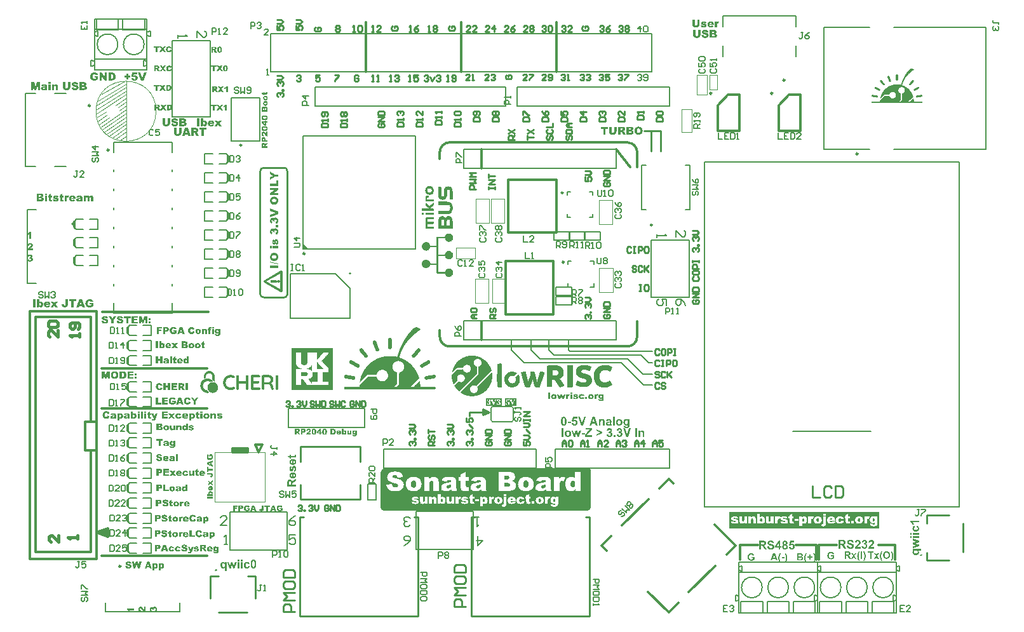
<source format=gto>
G04*
G04 #@! TF.GenerationSoftware,Altium Limited,Altium Designer,23.11.1 (41)*
G04*
G04 Layer_Color=65535*
%FSLAX44Y44*%
%MOMM*%
G71*
G04*
G04 #@! TF.SameCoordinates,8D0F9430-818D-4280-9ADF-FC2C5230366B*
G04*
G04*
G04 #@! TF.FilePolarity,Positive*
G04*
G01*
G75*
%ADD10C,0.2540*%
%ADD11C,0.2500*%
%ADD12C,0.1000*%
%ADD13C,0.2000*%
%ADD14C,0.3050*%
%ADD15C,0.2032*%
%ADD16C,0.1270*%
%ADD17C,0.3000*%
%ADD18C,0.3810*%
%ADD19R,3.9622X2.2606*%
%ADD20R,0.4826X5.1911*%
%ADD21R,1.0922X5.1911*%
%ADD22R,4.0640X2.2606*%
G36*
X1581241Y1001337D02*
X1581382D01*
Y1001266D01*
X1581524D01*
Y1001196D01*
X1581665D01*
Y1001125D01*
X1581736D01*
Y1001054D01*
X1581807D01*
Y1000983D01*
X1581878D01*
Y1000913D01*
X1581948D01*
Y1000771D01*
X1582019D01*
Y1000630D01*
X1582090D01*
Y1000205D01*
X1582161D01*
Y994333D01*
X1582090D01*
Y994262D01*
Y993909D01*
X1582019D01*
Y993767D01*
X1581948D01*
Y993696D01*
X1581878D01*
Y993555D01*
X1581807D01*
Y993484D01*
X1581736D01*
Y993413D01*
X1581665D01*
Y993343D01*
X1581524D01*
Y993272D01*
X1581453D01*
Y993201D01*
X1581241D01*
Y993130D01*
X1580321D01*
Y993201D01*
X1580180D01*
Y993272D01*
X1580038D01*
Y993343D01*
X1579897D01*
Y993413D01*
X1579826D01*
Y993484D01*
X1579755D01*
Y993555D01*
X1579684D01*
Y993696D01*
X1579614D01*
Y993767D01*
X1579543D01*
Y993979D01*
X1579472D01*
Y1000630D01*
X1579543D01*
Y1000771D01*
X1579614D01*
Y1000913D01*
X1579684D01*
Y1000983D01*
X1579755D01*
Y1001054D01*
X1579826D01*
Y1001125D01*
X1579897D01*
Y1001196D01*
X1580038D01*
Y1001266D01*
X1580180D01*
Y1001337D01*
X1580321D01*
Y1001408D01*
X1581241D01*
Y1001337D01*
D02*
G37*
G36*
X1569780Y999427D02*
X1569992D01*
Y999356D01*
X1570134D01*
Y999285D01*
X1570275D01*
Y999215D01*
X1570346D01*
Y999144D01*
X1570417D01*
Y999073D01*
X1570487D01*
Y999002D01*
X1570558D01*
Y998932D01*
X1570629D01*
Y998790D01*
X1570699D01*
Y998649D01*
X1570770D01*
Y998436D01*
X1570841D01*
Y998224D01*
X1570912D01*
Y998083D01*
X1570983D01*
Y997870D01*
X1571053D01*
Y997658D01*
X1571124D01*
Y997446D01*
X1571195D01*
Y997234D01*
X1571266D01*
Y997092D01*
X1571336D01*
Y996880D01*
X1571407D01*
Y996668D01*
X1571478D01*
Y996456D01*
X1571548D01*
Y996243D01*
X1571619D01*
Y996102D01*
X1571690D01*
Y995890D01*
X1571761D01*
Y995677D01*
X1571832D01*
Y995465D01*
X1571902D01*
Y995253D01*
X1571973D01*
Y995111D01*
X1572044D01*
Y994899D01*
X1572115D01*
Y994687D01*
X1572185D01*
Y994475D01*
X1572256D01*
Y994333D01*
X1572327D01*
Y994121D01*
X1572397D01*
Y993909D01*
X1572468D01*
Y993838D01*
Y993767D01*
Y993696D01*
X1572539D01*
Y993484D01*
X1572610D01*
Y993343D01*
X1572680D01*
Y993060D01*
X1572751D01*
Y992352D01*
X1572680D01*
Y992211D01*
X1572610D01*
Y992069D01*
X1572539D01*
Y991998D01*
X1572468D01*
Y991928D01*
X1572397D01*
Y991857D01*
X1572327D01*
Y991786D01*
X1572256D01*
Y991715D01*
X1572185D01*
Y991645D01*
X1572044D01*
Y991574D01*
X1571902D01*
Y991503D01*
X1571690D01*
Y991432D01*
X1571053D01*
Y991503D01*
X1570841D01*
Y991574D01*
X1570699D01*
Y991645D01*
X1570629D01*
Y991715D01*
X1570487D01*
Y991786D01*
X1570417D01*
Y991928D01*
X1570346D01*
Y991998D01*
X1570275D01*
Y992140D01*
X1570204D01*
Y992281D01*
X1570134D01*
Y992494D01*
X1570063D01*
Y992635D01*
X1569992D01*
Y992847D01*
X1569921D01*
Y993060D01*
X1569851D01*
Y993272D01*
X1569780D01*
Y993484D01*
X1569709D01*
Y993626D01*
X1569638D01*
Y993838D01*
X1569568D01*
Y994050D01*
X1569497D01*
Y994192D01*
X1569426D01*
Y994404D01*
X1569355D01*
Y994616D01*
X1569285D01*
Y994828D01*
X1569214D01*
Y995041D01*
X1569143D01*
Y995182D01*
X1569072D01*
Y995394D01*
X1569002D01*
Y995536D01*
X1568931D01*
Y995748D01*
X1568860D01*
Y995960D01*
X1568789D01*
Y996172D01*
X1568719D01*
Y996385D01*
X1568648D01*
Y996526D01*
X1568577D01*
Y996739D01*
X1568506D01*
Y996880D01*
X1568436D01*
Y997092D01*
X1568365D01*
Y997305D01*
X1568294D01*
Y997517D01*
X1568223D01*
Y997729D01*
X1568153D01*
Y998012D01*
X1568082D01*
Y998295D01*
X1568153D01*
Y998578D01*
X1568223D01*
Y998790D01*
X1568294D01*
Y998861D01*
X1568365D01*
Y998932D01*
X1568436D01*
Y999002D01*
X1568506D01*
Y999073D01*
X1568577D01*
Y999144D01*
X1568648D01*
Y999215D01*
X1568719D01*
Y999285D01*
X1568860D01*
Y999356D01*
X1569072D01*
Y999427D01*
X1569285D01*
Y999498D01*
X1569780D01*
Y999427D01*
D02*
G37*
G36*
X1600484Y1009190D02*
X1600979D01*
Y1009119D01*
X1601192D01*
Y1009048D01*
X1601404D01*
Y1008978D01*
X1601616D01*
Y1008907D01*
X1601758D01*
Y1008836D01*
X1601899D01*
Y1008765D01*
X1602041D01*
Y1008695D01*
X1602182D01*
Y1008624D01*
X1602324D01*
Y1008553D01*
X1602394D01*
Y1008483D01*
X1602465D01*
Y1008412D01*
X1602607D01*
Y1008341D01*
X1602677D01*
Y1008270D01*
X1602748D01*
Y1008200D01*
X1602890D01*
Y1008129D01*
X1602960D01*
Y1008058D01*
X1603031D01*
Y1007987D01*
X1603102D01*
Y1007917D01*
X1603172D01*
Y1007846D01*
X1603243D01*
Y1007704D01*
X1603314D01*
Y1007634D01*
X1603385D01*
Y1007563D01*
X1603243D01*
Y1007492D01*
X1603172D01*
Y1007421D01*
X1603102D01*
Y1007351D01*
X1603031D01*
Y1007280D01*
X1602890D01*
Y1007209D01*
X1602819D01*
Y1007138D01*
X1602677D01*
Y1007068D01*
X1602607D01*
Y1006997D01*
X1602536D01*
Y1006926D01*
X1602394D01*
Y1006855D01*
X1602324D01*
Y1006785D01*
X1602253D01*
Y1006714D01*
X1602111D01*
Y1006643D01*
X1602041D01*
Y1006572D01*
X1601899D01*
Y1006502D01*
X1601828D01*
Y1006431D01*
X1601758D01*
Y1006360D01*
X1601616D01*
Y1006289D01*
X1601545D01*
Y1006219D01*
X1601475D01*
Y1006148D01*
X1601404D01*
Y1006077D01*
X1601262D01*
Y1006006D01*
X1601192D01*
Y1005936D01*
X1601121D01*
Y1005865D01*
X1600979D01*
Y1005794D01*
X1600909D01*
Y1005723D01*
X1600838D01*
Y1005653D01*
X1600767D01*
Y1005582D01*
X1600626D01*
Y1005511D01*
X1600555D01*
Y1005440D01*
X1600484D01*
Y1005370D01*
X1600413D01*
Y1005299D01*
X1600272D01*
Y1005228D01*
X1600201D01*
Y1005157D01*
X1600130D01*
Y1005087D01*
X1600060D01*
Y1005016D01*
X1599918D01*
Y1004945D01*
X1599847D01*
Y1004874D01*
X1599777D01*
Y1004804D01*
X1599706D01*
Y1004733D01*
X1599635D01*
Y1004662D01*
X1599494D01*
Y1004591D01*
X1599423D01*
Y1004521D01*
X1599352D01*
Y1004450D01*
X1599281D01*
Y1004379D01*
X1599211D01*
Y1004308D01*
X1599069D01*
Y1004238D01*
X1598999D01*
Y1004167D01*
X1598928D01*
Y1004096D01*
X1598857D01*
Y1004025D01*
X1598786D01*
Y1003955D01*
X1598715D01*
Y1003884D01*
X1598645D01*
Y1003813D01*
X1598503D01*
Y1003743D01*
X1598432D01*
Y1003672D01*
X1598362D01*
Y1003601D01*
X1598291D01*
Y1003530D01*
X1598220D01*
Y1003459D01*
X1598150D01*
Y1003389D01*
X1598079D01*
Y1003318D01*
X1598008D01*
Y1003247D01*
X1597937D01*
Y1003176D01*
X1597796D01*
Y1003106D01*
X1597725D01*
Y1003035D01*
X1597654D01*
Y1002964D01*
X1597583D01*
Y1002894D01*
X1597513D01*
Y1002823D01*
X1597442D01*
Y1002752D01*
X1597371D01*
Y1002681D01*
X1597301D01*
Y1002610D01*
X1597230D01*
Y1002540D01*
X1597159D01*
Y1002469D01*
X1597088D01*
Y1002398D01*
X1597018D01*
Y1002327D01*
X1596947D01*
Y1002257D01*
X1596876D01*
Y1002186D01*
X1596805D01*
Y1002115D01*
X1596664D01*
Y1001974D01*
X1596522D01*
Y1001903D01*
X1596452D01*
Y1001761D01*
X1596310D01*
Y1001620D01*
X1596169D01*
Y1001549D01*
X1596098D01*
Y1001408D01*
X1596027D01*
Y1001337D01*
X1595956D01*
Y1001266D01*
X1595886D01*
Y1001196D01*
X1595815D01*
Y1001125D01*
X1595744D01*
Y1001054D01*
X1595673D01*
Y1000983D01*
X1595603D01*
Y1000913D01*
X1595532D01*
Y1000842D01*
X1595461D01*
Y1000771D01*
X1595390D01*
Y1000700D01*
X1595320D01*
Y1000630D01*
X1595249D01*
Y1000559D01*
X1595178D01*
Y1000488D01*
X1595107D01*
Y1000417D01*
X1595037D01*
Y1000347D01*
X1594966D01*
Y1000205D01*
X1594895D01*
Y1000134D01*
X1594824D01*
Y1000064D01*
X1594754D01*
Y999993D01*
X1594683D01*
Y999922D01*
X1594612D01*
Y999851D01*
X1594541D01*
Y999710D01*
X1594471D01*
Y999639D01*
X1594400D01*
Y999568D01*
X1594329D01*
Y999498D01*
X1594258D01*
Y999427D01*
X1594188D01*
Y999356D01*
X1594117D01*
Y999215D01*
X1594046D01*
Y999144D01*
X1593975D01*
Y999073D01*
X1593905D01*
Y999002D01*
X1593834D01*
Y998861D01*
X1593763D01*
Y998790D01*
X1593692D01*
Y998719D01*
X1593622D01*
Y998649D01*
X1593551D01*
Y998578D01*
X1593480D01*
Y998436D01*
X1593409D01*
Y998366D01*
X1593339D01*
Y998295D01*
X1593268D01*
Y998224D01*
X1593197D01*
Y998083D01*
X1593126D01*
Y998012D01*
X1593056D01*
Y997941D01*
X1592985D01*
Y997800D01*
X1592914D01*
Y997729D01*
X1592843D01*
Y997588D01*
X1592773D01*
Y997517D01*
X1592702D01*
Y997446D01*
X1592631D01*
Y997305D01*
X1592560D01*
Y997234D01*
X1592490D01*
Y997163D01*
X1592419D01*
Y997021D01*
X1592348D01*
Y996951D01*
X1592278D01*
Y996809D01*
X1592207D01*
Y996739D01*
X1592136D01*
Y996597D01*
X1592065D01*
Y996526D01*
X1591994D01*
Y996385D01*
X1591924D01*
Y996314D01*
X1591853D01*
Y996172D01*
X1591782D01*
Y996102D01*
X1591711D01*
Y995960D01*
X1591641D01*
Y995890D01*
X1591570D01*
Y995748D01*
X1591499D01*
Y995677D01*
X1591429D01*
Y995536D01*
X1591358D01*
Y995394D01*
X1591287D01*
Y995324D01*
X1591216D01*
Y995182D01*
X1591145D01*
Y995041D01*
X1591075D01*
Y994970D01*
X1591004D01*
Y994828D01*
X1590933D01*
Y994687D01*
X1590862D01*
Y994616D01*
X1590792D01*
Y994475D01*
X1590721D01*
Y994333D01*
X1590650D01*
Y994192D01*
X1590580D01*
Y994050D01*
X1590509D01*
Y993979D01*
X1590438D01*
Y993838D01*
X1590367D01*
Y993696D01*
X1590296D01*
Y993555D01*
X1590226D01*
Y993413D01*
X1590155D01*
Y993272D01*
X1590084D01*
Y993130D01*
X1590013D01*
Y992989D01*
X1589943D01*
Y992847D01*
X1589872D01*
Y992706D01*
X1589801D01*
Y992564D01*
X1589731D01*
Y992423D01*
X1589660D01*
Y992281D01*
X1589589D01*
Y992069D01*
X1589518D01*
Y991928D01*
X1589448D01*
Y991786D01*
X1589377D01*
Y991645D01*
X1589306D01*
Y991432D01*
X1589235D01*
Y991291D01*
X1589165D01*
Y991079D01*
X1589094D01*
Y990937D01*
X1589023D01*
Y990725D01*
X1588952D01*
Y990583D01*
X1588882D01*
Y990371D01*
X1588811D01*
Y990230D01*
X1588740D01*
Y990017D01*
X1588669D01*
Y989805D01*
X1588599D01*
Y989664D01*
X1588528D01*
Y989452D01*
X1588457D01*
Y989239D01*
X1588386D01*
Y989027D01*
X1588316D01*
Y988815D01*
X1588245D01*
Y988603D01*
X1588174D01*
Y988320D01*
X1588103D01*
Y988107D01*
X1588033D01*
Y987895D01*
X1587962D01*
Y987612D01*
X1587891D01*
Y987400D01*
X1587820D01*
Y987117D01*
X1587750D01*
Y986975D01*
X1587820D01*
Y986905D01*
X1588033D01*
Y986834D01*
X1588245D01*
Y986763D01*
X1588457D01*
Y986692D01*
X1588599D01*
Y986622D01*
X1588811D01*
Y986551D01*
X1588952D01*
Y986480D01*
X1589165D01*
Y986409D01*
X1589306D01*
Y986339D01*
X1589518D01*
Y986268D01*
X1589660D01*
Y986197D01*
X1589801D01*
Y986126D01*
X1590013D01*
Y986056D01*
X1590155D01*
Y985985D01*
X1590296D01*
Y985914D01*
X1590438D01*
Y985843D01*
X1590580D01*
Y985773D01*
X1590721D01*
Y985702D01*
X1590862D01*
Y985631D01*
X1591004D01*
Y985560D01*
X1591145D01*
Y985490D01*
X1591287D01*
Y985419D01*
X1591429D01*
Y985348D01*
X1591570D01*
Y985277D01*
X1591641D01*
Y985207D01*
X1591782D01*
Y985136D01*
X1591924D01*
Y985065D01*
X1592065D01*
Y984994D01*
X1592136D01*
Y984924D01*
X1592278D01*
Y984853D01*
X1592419D01*
Y984782D01*
X1592490D01*
Y984712D01*
X1592631D01*
Y984641D01*
X1592702D01*
Y984570D01*
X1592843D01*
Y984499D01*
X1592985D01*
Y984428D01*
X1593056D01*
Y984358D01*
X1593197D01*
Y984287D01*
X1593268D01*
Y984216D01*
X1593409D01*
Y984146D01*
X1593480D01*
Y984075D01*
X1593622D01*
Y984004D01*
X1593692D01*
Y983933D01*
X1593834D01*
Y983863D01*
X1593905D01*
Y983792D01*
X1593975D01*
Y983721D01*
X1594117D01*
Y983650D01*
X1594188D01*
Y983579D01*
X1594258D01*
Y983509D01*
X1594400D01*
Y983438D01*
X1594471D01*
Y983367D01*
X1594541D01*
Y983297D01*
X1594612D01*
Y983226D01*
X1594754D01*
Y983155D01*
X1594824D01*
Y983084D01*
X1594895D01*
Y983014D01*
X1594966D01*
Y982943D01*
X1595107D01*
Y982872D01*
X1595178D01*
Y982801D01*
X1595249D01*
Y982730D01*
X1595320D01*
Y982660D01*
X1595390D01*
Y982589D01*
X1595461D01*
Y982518D01*
X1595603D01*
Y982448D01*
X1595673D01*
Y982377D01*
X1595744D01*
Y982306D01*
X1595815D01*
Y982235D01*
X1595886D01*
Y982165D01*
X1595956D01*
Y982094D01*
X1596027D01*
Y982023D01*
X1596098D01*
Y981952D01*
X1596239D01*
Y981882D01*
X1596310D01*
Y981811D01*
X1596381D01*
Y981740D01*
X1596452D01*
Y981669D01*
X1596522D01*
Y981599D01*
X1596593D01*
Y981528D01*
X1596664D01*
Y981457D01*
X1596734D01*
Y981386D01*
X1596805D01*
Y981316D01*
X1596876D01*
Y981245D01*
X1596947D01*
Y981174D01*
X1597018D01*
Y981103D01*
X1597088D01*
Y981033D01*
X1597159D01*
Y980891D01*
X1597230D01*
Y980820D01*
X1597301D01*
Y980750D01*
X1597371D01*
Y980679D01*
X1597442D01*
Y980608D01*
X1597513D01*
Y980537D01*
X1597583D01*
Y980467D01*
X1597654D01*
Y980396D01*
X1597725D01*
Y980254D01*
X1597796D01*
Y980184D01*
X1597867D01*
Y980113D01*
X1597937D01*
Y980042D01*
X1598008D01*
Y979971D01*
X1598079D01*
Y979901D01*
X1598150D01*
Y979759D01*
X1598220D01*
Y979688D01*
X1598291D01*
Y979618D01*
X1598362D01*
Y979547D01*
X1598432D01*
Y979405D01*
X1598503D01*
Y979335D01*
X1598574D01*
Y979264D01*
X1598645D01*
Y979122D01*
X1598715D01*
Y979052D01*
X1598786D01*
Y978981D01*
X1598857D01*
Y978839D01*
X1598928D01*
Y978769D01*
X1598999D01*
Y978698D01*
X1599069D01*
Y978556D01*
X1599140D01*
Y978486D01*
X1599211D01*
Y978344D01*
X1599281D01*
Y978273D01*
X1599352D01*
Y978203D01*
X1599423D01*
Y978061D01*
X1599494D01*
Y977920D01*
X1599564D01*
Y977849D01*
X1599635D01*
Y977708D01*
X1599706D01*
Y977637D01*
X1599777D01*
Y977495D01*
X1599847D01*
Y977424D01*
X1599918D01*
Y977283D01*
X1599989D01*
Y977141D01*
X1600060D01*
Y977071D01*
X1600130D01*
Y976929D01*
X1600201D01*
Y976788D01*
X1600272D01*
Y976646D01*
X1600343D01*
Y976575D01*
X1600413D01*
Y976434D01*
X1600484D01*
Y976292D01*
X1600555D01*
Y976151D01*
X1600626D01*
Y976010D01*
X1600696D01*
Y975939D01*
X1600767D01*
Y975797D01*
X1600838D01*
Y975656D01*
X1600909D01*
Y975514D01*
X1600979D01*
Y975373D01*
X1601050D01*
Y975231D01*
X1601121D01*
Y975090D01*
X1601192D01*
Y974878D01*
X1601262D01*
Y974736D01*
X1601333D01*
Y974595D01*
X1601404D01*
Y974453D01*
X1601475D01*
Y974241D01*
X1601545D01*
Y974099D01*
X1601616D01*
Y973958D01*
X1601687D01*
Y973746D01*
X1601758D01*
Y973604D01*
X1601828D01*
Y973392D01*
X1601899D01*
Y973180D01*
X1601970D01*
Y972967D01*
X1602041D01*
Y972755D01*
X1602111D01*
Y972543D01*
X1602182D01*
Y972331D01*
X1602253D01*
Y972119D01*
X1602324D01*
Y971835D01*
X1602394D01*
Y971553D01*
X1602465D01*
Y971482D01*
X1602394D01*
Y971340D01*
X1602324D01*
Y971270D01*
X1602253D01*
Y971199D01*
X1602182D01*
Y971128D01*
X1602041D01*
Y970986D01*
X1601899D01*
Y970845D01*
X1601828D01*
Y970774D01*
X1601758D01*
Y970704D01*
X1601687D01*
Y970633D01*
X1601545D01*
Y970491D01*
X1601475D01*
Y970421D01*
X1601404D01*
Y970350D01*
X1601333D01*
Y970279D01*
X1601192D01*
Y970137D01*
X1601121D01*
Y970067D01*
X1601050D01*
Y969996D01*
X1600979D01*
Y969925D01*
X1600838D01*
Y969784D01*
X1600767D01*
Y969713D01*
X1600696D01*
Y969642D01*
X1600626D01*
Y969572D01*
X1600555D01*
Y969501D01*
X1600484D01*
Y969430D01*
X1600413D01*
Y969359D01*
X1600343D01*
Y969289D01*
X1600272D01*
Y969218D01*
X1600201D01*
Y969147D01*
X1600130D01*
Y969076D01*
X1599989D01*
Y968935D01*
X1599918D01*
Y968864D01*
X1599847D01*
Y968793D01*
X1599777D01*
Y968723D01*
X1599635D01*
Y968581D01*
X1599564D01*
Y968510D01*
X1599494D01*
Y968440D01*
X1599423D01*
Y968369D01*
X1599352D01*
Y968298D01*
X1599281D01*
Y968227D01*
X1599211D01*
Y968157D01*
X1599140D01*
Y968086D01*
X1599069D01*
Y968015D01*
X1598999D01*
Y967944D01*
X1598928D01*
Y967874D01*
X1598857D01*
Y967803D01*
X1598786D01*
Y967732D01*
X1598715D01*
Y967661D01*
X1598645D01*
Y967591D01*
X1598574D01*
Y967520D01*
X1598503D01*
Y967449D01*
X1598432D01*
Y967378D01*
X1598362D01*
Y967308D01*
X1598291D01*
Y967237D01*
X1598220D01*
Y967166D01*
X1598150D01*
Y967095D01*
X1598079D01*
Y967025D01*
X1598008D01*
Y966954D01*
X1597937D01*
Y966883D01*
X1597867D01*
Y966812D01*
X1597796D01*
Y966742D01*
X1597725D01*
Y966671D01*
X1597654D01*
Y966600D01*
X1597583D01*
Y966529D01*
X1597513D01*
Y966459D01*
X1597442D01*
Y966388D01*
X1597371D01*
Y966317D01*
X1597301D01*
Y966246D01*
X1597230D01*
Y966176D01*
X1597159D01*
Y966105D01*
X1597088D01*
Y966034D01*
X1597018D01*
Y965963D01*
X1596947D01*
Y965893D01*
X1596876D01*
Y965822D01*
X1596805D01*
Y965751D01*
X1596734D01*
Y965680D01*
X1596664D01*
Y965610D01*
X1596593D01*
Y965539D01*
X1596522D01*
Y965468D01*
X1596452D01*
Y965397D01*
X1596381D01*
Y965327D01*
X1596310D01*
Y965256D01*
X1598291D01*
Y965327D01*
X1598362D01*
Y965397D01*
X1598432D01*
Y965468D01*
X1598503D01*
Y965539D01*
X1598574D01*
Y965610D01*
X1598645D01*
Y965680D01*
X1598715D01*
Y965751D01*
X1598786D01*
Y965822D01*
X1598857D01*
Y965893D01*
X1598928D01*
Y965963D01*
X1598999D01*
Y966034D01*
X1599069D01*
Y966105D01*
X1599140D01*
Y966176D01*
X1599211D01*
Y966246D01*
X1599281D01*
Y966317D01*
X1599352D01*
Y966388D01*
X1599423D01*
Y966459D01*
X1599494D01*
Y966529D01*
X1599564D01*
Y966600D01*
X1599635D01*
Y966671D01*
X1599706D01*
Y966742D01*
X1599777D01*
Y966812D01*
X1599847D01*
Y966883D01*
X1599918D01*
Y966954D01*
X1599989D01*
Y967025D01*
X1600060D01*
Y967095D01*
X1600130D01*
Y967166D01*
X1600201D01*
Y967237D01*
X1600272D01*
Y967308D01*
X1600343D01*
Y967378D01*
X1600413D01*
Y967449D01*
X1600484D01*
Y967520D01*
X1600555D01*
Y967591D01*
X1600626D01*
Y967661D01*
X1600696D01*
Y967732D01*
X1600767D01*
Y967803D01*
X1600838D01*
Y967874D01*
X1600909D01*
Y967944D01*
X1600979D01*
Y968015D01*
X1601050D01*
Y968086D01*
X1601121D01*
Y968157D01*
X1601192D01*
Y968227D01*
X1601262D01*
Y968298D01*
X1601333D01*
Y968369D01*
X1601404D01*
Y968440D01*
X1601475D01*
Y968510D01*
X1601545D01*
Y968581D01*
X1601616D01*
Y968652D01*
X1601687D01*
Y968723D01*
X1601758D01*
Y968793D01*
X1601828D01*
Y968864D01*
X1601899D01*
Y968935D01*
X1601970D01*
Y969006D01*
X1602041D01*
Y969076D01*
X1602111D01*
Y969147D01*
X1602182D01*
Y969218D01*
X1602253D01*
Y969289D01*
X1602324D01*
Y969359D01*
X1602394D01*
Y969430D01*
X1602465D01*
Y969501D01*
X1602536D01*
Y969572D01*
X1602607D01*
Y969642D01*
X1602677D01*
Y969713D01*
X1602748D01*
Y969784D01*
X1602890D01*
Y969359D01*
X1602960D01*
Y969006D01*
X1603031D01*
Y968510D01*
X1603102D01*
Y967874D01*
X1603172D01*
Y967166D01*
X1603243D01*
Y965256D01*
X1613997D01*
Y965185D01*
X1614209D01*
Y965115D01*
X1614280D01*
Y965044D01*
X1614351D01*
Y964973D01*
X1614421D01*
Y964902D01*
X1614492D01*
Y964831D01*
X1614563D01*
Y964619D01*
X1614634D01*
Y964124D01*
X1614563D01*
Y963912D01*
X1614492D01*
Y963841D01*
X1614421D01*
Y963770D01*
X1614351D01*
Y963699D01*
X1614280D01*
Y963629D01*
X1614209D01*
Y963558D01*
X1614068D01*
Y963487D01*
X1547494D01*
Y963558D01*
X1547353D01*
Y963629D01*
X1547211D01*
Y963699D01*
X1547141D01*
Y963770D01*
X1547070D01*
Y963912D01*
X1546999D01*
Y963982D01*
X1546929D01*
Y964336D01*
X1546858D01*
Y964478D01*
X1546929D01*
Y964761D01*
X1546999D01*
Y964831D01*
X1547070D01*
Y964973D01*
X1547141D01*
Y965044D01*
X1547211D01*
Y965115D01*
X1547353D01*
Y965185D01*
X1547494D01*
Y965256D01*
X1558248D01*
Y965822D01*
X1558319D01*
Y966388D01*
X1558389D01*
Y966529D01*
X1558460D01*
Y966600D01*
X1558531D01*
Y966671D01*
X1558602D01*
Y966742D01*
X1558672D01*
Y966812D01*
X1558743D01*
Y966883D01*
X1558814D01*
Y966954D01*
X1558885D01*
Y967025D01*
X1558956D01*
Y967095D01*
X1559026D01*
Y967166D01*
X1559097D01*
Y967237D01*
X1559168D01*
Y967308D01*
X1559238D01*
Y967378D01*
X1559309D01*
Y967449D01*
X1559380D01*
Y967520D01*
X1559451D01*
Y967591D01*
X1559521D01*
Y967661D01*
X1559592D01*
Y967732D01*
X1559663D01*
Y967803D01*
X1559734D01*
Y967874D01*
X1559804D01*
Y967944D01*
X1559875D01*
Y968015D01*
X1559946D01*
Y968086D01*
X1560017D01*
Y968157D01*
X1560087D01*
Y968227D01*
X1560158D01*
Y968298D01*
X1560229D01*
Y968369D01*
X1560300D01*
Y968440D01*
X1560370D01*
Y968510D01*
X1560441D01*
Y968581D01*
X1560512D01*
Y968652D01*
X1560583D01*
Y968723D01*
X1560653D01*
Y968793D01*
X1560724D01*
Y968864D01*
X1560795D01*
Y968935D01*
X1560866D01*
Y969006D01*
X1560936D01*
Y969076D01*
X1561007D01*
Y969147D01*
X1561078D01*
Y969218D01*
X1561149D01*
Y969289D01*
X1561219D01*
Y969359D01*
X1561290D01*
Y969430D01*
X1561361D01*
Y969501D01*
X1561432D01*
Y969572D01*
X1561502D01*
Y969642D01*
X1561573D01*
Y969713D01*
X1561644D01*
Y969784D01*
X1561715D01*
Y969855D01*
X1561785D01*
Y969925D01*
X1561856D01*
Y969996D01*
X1561927D01*
Y970067D01*
X1561998D01*
Y970137D01*
X1562068D01*
Y970208D01*
X1562139D01*
Y970279D01*
X1562210D01*
Y970350D01*
X1562281D01*
Y970421D01*
X1562351D01*
Y970491D01*
X1562422D01*
Y970562D01*
X1562493D01*
Y970633D01*
X1562564D01*
Y970704D01*
X1562634D01*
Y970774D01*
X1562705D01*
Y970845D01*
X1562776D01*
Y970916D01*
X1562847D01*
Y970986D01*
X1562917D01*
Y971057D01*
X1562988D01*
Y971128D01*
X1563059D01*
Y971199D01*
X1563130D01*
Y971270D01*
X1563200D01*
Y971340D01*
X1563271D01*
Y971411D01*
X1563342D01*
Y971482D01*
X1563413D01*
Y971553D01*
X1563483D01*
Y971623D01*
X1563554D01*
Y971694D01*
X1563625D01*
Y971765D01*
X1563696D01*
Y971835D01*
X1563766D01*
Y971906D01*
X1563837D01*
Y971977D01*
X1563908D01*
Y972048D01*
X1563978D01*
Y972119D01*
X1564049D01*
Y972189D01*
X1564120D01*
Y972260D01*
X1564191D01*
Y972331D01*
X1564261D01*
Y972401D01*
X1564332D01*
Y972472D01*
X1564403D01*
Y972543D01*
X1564474D01*
Y972614D01*
X1564545D01*
Y972684D01*
X1564686D01*
Y972755D01*
X1564898D01*
Y972826D01*
X1565323D01*
Y972897D01*
X1570841D01*
Y972684D01*
X1570912D01*
Y972472D01*
X1570983D01*
Y972331D01*
X1571053D01*
Y972119D01*
X1571124D01*
Y971906D01*
X1571195D01*
Y971765D01*
X1571266D01*
Y971623D01*
X1571336D01*
Y971482D01*
X1571407D01*
Y971340D01*
X1571478D01*
Y971270D01*
X1571548D01*
Y971128D01*
X1571619D01*
Y971057D01*
X1571690D01*
Y970916D01*
X1571761D01*
Y970845D01*
X1571832D01*
Y970774D01*
X1571902D01*
Y970704D01*
X1571973D01*
Y970633D01*
X1572044D01*
Y970562D01*
X1572115D01*
Y970491D01*
X1572185D01*
Y970421D01*
X1572256D01*
Y970350D01*
X1572327D01*
Y970279D01*
X1572397D01*
Y970208D01*
X1572468D01*
Y970137D01*
X1572610D01*
Y970067D01*
X1572680D01*
Y969996D01*
X1572822D01*
Y969925D01*
X1572964D01*
Y969855D01*
X1573034D01*
Y969784D01*
X1573176D01*
Y969713D01*
X1573317D01*
Y969642D01*
X1573529D01*
Y969572D01*
X1573671D01*
Y969501D01*
X1573883D01*
Y969430D01*
X1574237D01*
Y969359D01*
X1574591D01*
Y969289D01*
X1575652D01*
Y969359D01*
X1576006D01*
Y969430D01*
X1576289D01*
Y969501D01*
X1576572D01*
Y969572D01*
X1576713D01*
Y969642D01*
X1576855D01*
Y969713D01*
X1576996D01*
Y969784D01*
X1577137D01*
Y969855D01*
X1577279D01*
Y969925D01*
X1577421D01*
Y969996D01*
X1577491D01*
Y970067D01*
X1577633D01*
Y970137D01*
X1577704D01*
Y970208D01*
X1577774D01*
Y970279D01*
X1577845D01*
Y970350D01*
X1577986D01*
Y970421D01*
X1578057D01*
Y970491D01*
X1578128D01*
Y970562D01*
X1578199D01*
Y970633D01*
X1578270D01*
Y970704D01*
X1578340D01*
Y970845D01*
X1578411D01*
Y970916D01*
X1578482D01*
Y970986D01*
X1578553D01*
Y971057D01*
X1578623D01*
Y971199D01*
X1578694D01*
Y971270D01*
X1578765D01*
Y971411D01*
X1578835D01*
Y971553D01*
X1578906D01*
Y971694D01*
X1578977D01*
Y971835D01*
X1579048D01*
Y971977D01*
X1579118D01*
Y972189D01*
X1579189D01*
Y972401D01*
X1579260D01*
Y972684D01*
X1579331D01*
Y973180D01*
X1579401D01*
Y973958D01*
X1579331D01*
Y974524D01*
X1579260D01*
Y974807D01*
X1579189D01*
Y975019D01*
X1579118D01*
Y975231D01*
X1579048D01*
Y975373D01*
X1578977D01*
Y975514D01*
X1578906D01*
Y975656D01*
X1578835D01*
Y975797D01*
X1578765D01*
Y975939D01*
X1578694D01*
Y976010D01*
X1578623D01*
Y976151D01*
X1578553D01*
Y976222D01*
X1578482D01*
Y976292D01*
X1578411D01*
Y976434D01*
X1578340D01*
Y976505D01*
X1578270D01*
Y976575D01*
X1578199D01*
Y976646D01*
X1578128D01*
Y976717D01*
X1578057D01*
Y976788D01*
X1577986D01*
Y976859D01*
X1577916D01*
Y976929D01*
X1577774D01*
Y977000D01*
X1577704D01*
Y977071D01*
X1577633D01*
Y977141D01*
X1577491D01*
Y977212D01*
X1577350D01*
Y977283D01*
X1577279D01*
Y977354D01*
X1577137D01*
Y977424D01*
X1576996D01*
Y977495D01*
X1576784D01*
Y977566D01*
X1576642D01*
Y977637D01*
X1576430D01*
Y977708D01*
X1576147D01*
Y977778D01*
X1575793D01*
Y977849D01*
X1574449D01*
Y977778D01*
X1574095D01*
Y977708D01*
X1573812D01*
Y977637D01*
X1573600D01*
Y977566D01*
X1573459D01*
Y977495D01*
X1573246D01*
Y977424D01*
X1573105D01*
Y977354D01*
X1573034D01*
Y977283D01*
X1572893D01*
Y977212D01*
X1572751D01*
Y977141D01*
X1572680D01*
Y977071D01*
X1572539D01*
Y977000D01*
X1572468D01*
Y976929D01*
X1572397D01*
Y976859D01*
X1572327D01*
Y976788D01*
X1572256D01*
Y976717D01*
X1572115D01*
Y976646D01*
X1572044D01*
Y976575D01*
X1571973D01*
Y976505D01*
X1571902D01*
Y976363D01*
X1571832D01*
Y976292D01*
X1571761D01*
Y976222D01*
X1571690D01*
Y976080D01*
X1571619D01*
Y976010D01*
X1571548D01*
Y975939D01*
X1571478D01*
Y975797D01*
X1571407D01*
Y975656D01*
X1571336D01*
Y975514D01*
X1571266D01*
Y975373D01*
X1571195D01*
Y975231D01*
X1571124D01*
Y975090D01*
X1571053D01*
Y974878D01*
X1570983D01*
Y974665D01*
X1570912D01*
Y974453D01*
X1570841D01*
Y974312D01*
X1564686D01*
Y974241D01*
X1564403D01*
Y974170D01*
X1564191D01*
Y974099D01*
X1564049D01*
Y974029D01*
X1563908D01*
Y973958D01*
X1563837D01*
Y973887D01*
X1563766D01*
Y973816D01*
X1563625D01*
Y973746D01*
X1563554D01*
Y973675D01*
X1563483D01*
Y973604D01*
X1563413D01*
Y973533D01*
X1563342D01*
Y973463D01*
X1563271D01*
Y973392D01*
X1563200D01*
Y973321D01*
X1563130D01*
Y973250D01*
X1563059D01*
Y973180D01*
X1562988D01*
Y973109D01*
X1562917D01*
Y973038D01*
X1562847D01*
Y972967D01*
X1562776D01*
Y972897D01*
X1562705D01*
Y972826D01*
X1562634D01*
Y972755D01*
X1562564D01*
Y972684D01*
X1562493D01*
Y972614D01*
X1562422D01*
Y972543D01*
X1562351D01*
Y972472D01*
X1562281D01*
Y972401D01*
X1562210D01*
Y972331D01*
X1562139D01*
Y972260D01*
X1562068D01*
Y972189D01*
X1561998D01*
Y972119D01*
X1561927D01*
Y972048D01*
X1561856D01*
Y971977D01*
X1561785D01*
Y971906D01*
X1561715D01*
Y971835D01*
X1561644D01*
Y971765D01*
X1561573D01*
Y971694D01*
X1561502D01*
Y971623D01*
X1561432D01*
Y971553D01*
X1561361D01*
Y971482D01*
X1561290D01*
Y971411D01*
X1561219D01*
Y971340D01*
X1561149D01*
Y971270D01*
X1561078D01*
Y971199D01*
X1561007D01*
Y971128D01*
X1560936D01*
Y971057D01*
X1560866D01*
Y970986D01*
X1560795D01*
Y970916D01*
X1560724D01*
Y970845D01*
X1560653D01*
Y970774D01*
X1560583D01*
Y970704D01*
X1560512D01*
Y970633D01*
X1560441D01*
Y970562D01*
X1560370D01*
Y970491D01*
X1560300D01*
Y970421D01*
X1560229D01*
Y970350D01*
X1560158D01*
Y970279D01*
X1560087D01*
Y970208D01*
X1560017D01*
Y970137D01*
X1559946D01*
Y970067D01*
X1559875D01*
Y969996D01*
X1559804D01*
Y969925D01*
X1559734D01*
Y969855D01*
X1559663D01*
Y969784D01*
X1559592D01*
Y969713D01*
X1559521D01*
Y969642D01*
X1559451D01*
Y969572D01*
X1559380D01*
Y969501D01*
X1559309D01*
Y969430D01*
X1559238D01*
Y969359D01*
X1559168D01*
Y969289D01*
X1559097D01*
Y969218D01*
X1559026D01*
Y969147D01*
X1558956D01*
Y969076D01*
X1558885D01*
Y969006D01*
X1558814D01*
Y968935D01*
X1558743D01*
Y968864D01*
X1558672D01*
Y968793D01*
X1558602D01*
Y968723D01*
X1558531D01*
Y968864D01*
X1558602D01*
Y969430D01*
X1558672D01*
Y969996D01*
X1558743D01*
Y970279D01*
X1558814D01*
Y970633D01*
X1558885D01*
Y970916D01*
X1558956D01*
Y971199D01*
X1559026D01*
Y971482D01*
X1559097D01*
Y971694D01*
X1559168D01*
Y971906D01*
X1559238D01*
Y972189D01*
X1559309D01*
Y972401D01*
X1559380D01*
Y972614D01*
X1559451D01*
Y972826D01*
X1559521D01*
Y973038D01*
X1559592D01*
Y973250D01*
X1559663D01*
Y973392D01*
X1559734D01*
Y973604D01*
X1559804D01*
Y973746D01*
X1559875D01*
Y973958D01*
X1559946D01*
Y974099D01*
X1560017D01*
Y974312D01*
X1560087D01*
Y974453D01*
X1560158D01*
Y974595D01*
X1560229D01*
Y974807D01*
X1560300D01*
Y974948D01*
X1560370D01*
Y975090D01*
X1560441D01*
Y975231D01*
X1560512D01*
Y975373D01*
X1560583D01*
Y975514D01*
X1560653D01*
Y975656D01*
X1560724D01*
Y975797D01*
X1560795D01*
Y975939D01*
X1560866D01*
Y976080D01*
X1560936D01*
Y976222D01*
X1561007D01*
Y976363D01*
X1561078D01*
Y976505D01*
X1561149D01*
Y976646D01*
X1561219D01*
Y976717D01*
X1561290D01*
Y976859D01*
X1561361D01*
Y977000D01*
X1561432D01*
Y977141D01*
X1561502D01*
Y977212D01*
X1561573D01*
Y977354D01*
X1561644D01*
Y977424D01*
X1561715D01*
Y977566D01*
X1561785D01*
Y977708D01*
X1561856D01*
Y977778D01*
X1561927D01*
Y977920D01*
X1561998D01*
Y977990D01*
X1562068D01*
Y978132D01*
X1562139D01*
Y978203D01*
X1562210D01*
Y978344D01*
X1562281D01*
Y978415D01*
X1562351D01*
Y978556D01*
X1562422D01*
Y978627D01*
X1562493D01*
Y978698D01*
X1562564D01*
Y978839D01*
X1562634D01*
Y978910D01*
X1562705D01*
Y978981D01*
X1562776D01*
Y979122D01*
X1562847D01*
Y979193D01*
X1562917D01*
Y979264D01*
X1562988D01*
Y979405D01*
X1563059D01*
Y979476D01*
X1563130D01*
Y979547D01*
X1563200D01*
Y979618D01*
X1563271D01*
Y979759D01*
X1563342D01*
Y979830D01*
X1563413D01*
Y979901D01*
X1563483D01*
Y979971D01*
X1563554D01*
Y980113D01*
X1563625D01*
Y980184D01*
X1563696D01*
Y980254D01*
X1563766D01*
Y980325D01*
X1563837D01*
Y980396D01*
X1563908D01*
Y980467D01*
X1563978D01*
Y980537D01*
X1564049D01*
Y980608D01*
X1564120D01*
Y980750D01*
X1564191D01*
Y980820D01*
X1564261D01*
Y980891D01*
X1564332D01*
Y980962D01*
X1564403D01*
Y981033D01*
X1564474D01*
Y981103D01*
X1564545D01*
Y981174D01*
X1564615D01*
Y981245D01*
X1564686D01*
Y981316D01*
X1564757D01*
Y981386D01*
X1564828D01*
Y981457D01*
X1564898D01*
Y981528D01*
X1564969D01*
Y981599D01*
X1565040D01*
Y981669D01*
X1565110D01*
Y981740D01*
X1565181D01*
Y981811D01*
X1565252D01*
Y981882D01*
X1565323D01*
Y981952D01*
X1565394D01*
Y982023D01*
X1565464D01*
Y982094D01*
X1565535D01*
Y982165D01*
X1565606D01*
Y982235D01*
X1565677D01*
Y982306D01*
X1565818D01*
Y982377D01*
X1565889D01*
Y982448D01*
X1565959D01*
Y982518D01*
X1566030D01*
Y982589D01*
X1566101D01*
Y982660D01*
X1566172D01*
Y982730D01*
X1566313D01*
Y982801D01*
X1566384D01*
Y982872D01*
X1566455D01*
Y982943D01*
X1566525D01*
Y983014D01*
X1566596D01*
Y983084D01*
X1566667D01*
Y983155D01*
X1566808D01*
Y983226D01*
X1566879D01*
Y983297D01*
X1566950D01*
Y983367D01*
X1567091D01*
Y983438D01*
X1567162D01*
Y983509D01*
X1567233D01*
Y983579D01*
X1567374D01*
Y983650D01*
X1567445D01*
Y983721D01*
X1567516D01*
Y983792D01*
X1567657D01*
Y983863D01*
X1567728D01*
Y983933D01*
X1567870D01*
Y984004D01*
X1567940D01*
Y984075D01*
X1568011D01*
Y984146D01*
X1568153D01*
Y984216D01*
X1568223D01*
Y984287D01*
X1568365D01*
Y984358D01*
X1568436D01*
Y984428D01*
X1568577D01*
Y984499D01*
X1568648D01*
Y984570D01*
X1568789D01*
Y984641D01*
X1568931D01*
Y984712D01*
X1569002D01*
Y984782D01*
X1569143D01*
Y984853D01*
X1569214D01*
Y984924D01*
X1569355D01*
Y984994D01*
X1569497D01*
Y985065D01*
X1569638D01*
Y985136D01*
X1569780D01*
Y985207D01*
X1569851D01*
Y985277D01*
X1569992D01*
Y985348D01*
X1570134D01*
Y985419D01*
X1570275D01*
Y985490D01*
X1570417D01*
Y985560D01*
X1570487D01*
Y985631D01*
X1570699D01*
Y985702D01*
X1570770D01*
Y985773D01*
X1570983D01*
Y985843D01*
X1571124D01*
Y985914D01*
X1571266D01*
Y985985D01*
X1571407D01*
Y986056D01*
X1571548D01*
Y986126D01*
X1571690D01*
Y986197D01*
X1571832D01*
Y986268D01*
X1572044D01*
Y986339D01*
X1572185D01*
Y986409D01*
X1572397D01*
Y986480D01*
X1572539D01*
Y986551D01*
X1572751D01*
Y986622D01*
X1572964D01*
Y986692D01*
X1573105D01*
Y986763D01*
X1573317D01*
Y986834D01*
X1573529D01*
Y986905D01*
X1573742D01*
Y986975D01*
X1573954D01*
Y987046D01*
X1574166D01*
Y987117D01*
X1574449D01*
Y987188D01*
X1574661D01*
Y987258D01*
X1574944D01*
Y987329D01*
X1575227D01*
Y987400D01*
X1575440D01*
Y987471D01*
X1575793D01*
Y987541D01*
X1576147D01*
Y987612D01*
X1576430D01*
Y987683D01*
X1576855D01*
Y987754D01*
X1577279D01*
Y987824D01*
X1577774D01*
Y987895D01*
X1578270D01*
Y987966D01*
X1579118D01*
Y988037D01*
X1582444D01*
Y987966D01*
X1583222D01*
Y987895D01*
X1583788D01*
Y987824D01*
X1584283D01*
Y987754D01*
X1584637D01*
Y987683D01*
X1585061D01*
Y987612D01*
X1585344D01*
Y987541D01*
X1585698D01*
Y987471D01*
X1586052D01*
Y987400D01*
X1586193D01*
Y987683D01*
X1586264D01*
Y987966D01*
X1586335D01*
Y988178D01*
X1586405D01*
Y988461D01*
X1586476D01*
Y988673D01*
X1586547D01*
Y988886D01*
X1586618D01*
Y989168D01*
X1586688D01*
Y989381D01*
X1586759D01*
Y989593D01*
X1586830D01*
Y989805D01*
X1586901D01*
Y990017D01*
X1586971D01*
Y990230D01*
X1587042D01*
Y990442D01*
X1587113D01*
Y990654D01*
X1587184D01*
Y990866D01*
X1587254D01*
Y991079D01*
X1587325D01*
Y991291D01*
X1587396D01*
Y991432D01*
X1587467D01*
Y991645D01*
X1587537D01*
Y991786D01*
X1587608D01*
Y991998D01*
X1587679D01*
Y992211D01*
X1587750D01*
Y992352D01*
X1587820D01*
Y992564D01*
X1587891D01*
Y992706D01*
X1587962D01*
Y992918D01*
X1588033D01*
Y993060D01*
X1588103D01*
Y993272D01*
X1588174D01*
Y993413D01*
X1588245D01*
Y993555D01*
X1588316D01*
Y993767D01*
X1588386D01*
Y993909D01*
X1588457D01*
Y994050D01*
X1588528D01*
Y994262D01*
X1588599D01*
Y994404D01*
X1588669D01*
Y994545D01*
X1588740D01*
Y994687D01*
X1588811D01*
Y994899D01*
X1588882D01*
Y995041D01*
X1588952D01*
Y995182D01*
X1589023D01*
Y995324D01*
X1589094D01*
Y995465D01*
X1589165D01*
Y995607D01*
X1589235D01*
Y995819D01*
X1589306D01*
Y995960D01*
X1589377D01*
Y996102D01*
X1589448D01*
Y996243D01*
X1589518D01*
Y996385D01*
X1589589D01*
Y996526D01*
X1589660D01*
Y996668D01*
X1589731D01*
Y996809D01*
X1589801D01*
Y996951D01*
X1589872D01*
Y997092D01*
X1589943D01*
Y997163D01*
X1590013D01*
Y997305D01*
X1590084D01*
Y997517D01*
X1590155D01*
Y997588D01*
X1590226D01*
Y997729D01*
X1590296D01*
Y997870D01*
X1590367D01*
Y998012D01*
X1590438D01*
Y998154D01*
X1590509D01*
Y998295D01*
X1590580D01*
Y998366D01*
X1590650D01*
Y998507D01*
X1590721D01*
Y998649D01*
X1590792D01*
Y998790D01*
X1590862D01*
Y998861D01*
X1590933D01*
Y999002D01*
X1591004D01*
Y999144D01*
X1591075D01*
Y999285D01*
X1591145D01*
Y999427D01*
X1591216D01*
Y999498D01*
X1591287D01*
Y999639D01*
X1591358D01*
Y999710D01*
X1591429D01*
Y999851D01*
X1591499D01*
Y999993D01*
X1591570D01*
Y1000134D01*
X1591641D01*
Y1000205D01*
X1591711D01*
Y1000347D01*
X1591782D01*
Y1000417D01*
X1591853D01*
Y1000559D01*
X1591924D01*
Y1000700D01*
X1591994D01*
Y1000771D01*
X1592065D01*
Y1000913D01*
X1592136D01*
Y1001054D01*
X1592207D01*
Y1001125D01*
X1592278D01*
Y1001266D01*
X1592348D01*
Y1001337D01*
X1592419D01*
Y1001479D01*
X1592490D01*
Y1001549D01*
X1592560D01*
Y1001691D01*
X1592631D01*
Y1001761D01*
X1592702D01*
Y1001903D01*
X1592773D01*
Y1001974D01*
X1592843D01*
Y1002115D01*
X1592914D01*
Y1002186D01*
X1592985D01*
Y1002327D01*
X1593056D01*
Y1002398D01*
X1593126D01*
Y1002469D01*
X1593197D01*
Y1002610D01*
X1593268D01*
Y1002681D01*
X1593339D01*
Y1002823D01*
X1593409D01*
Y1002894D01*
X1593480D01*
Y1003035D01*
X1593551D01*
Y1003106D01*
X1593622D01*
Y1003176D01*
X1593692D01*
Y1003318D01*
X1593763D01*
Y1003389D01*
X1593834D01*
Y1003530D01*
X1593905D01*
Y1003601D01*
X1593975D01*
Y1003672D01*
X1594046D01*
Y1003813D01*
X1594117D01*
Y1003884D01*
X1594188D01*
Y1003955D01*
X1594258D01*
Y1004096D01*
X1594329D01*
Y1004167D01*
X1594400D01*
Y1004238D01*
X1594471D01*
Y1004308D01*
X1594541D01*
Y1004450D01*
X1594612D01*
Y1004521D01*
X1594683D01*
Y1004591D01*
X1594754D01*
Y1004733D01*
X1594824D01*
Y1004804D01*
X1594895D01*
Y1004874D01*
X1594966D01*
Y1004945D01*
X1595037D01*
Y1005087D01*
X1595107D01*
Y1005157D01*
X1595178D01*
Y1005228D01*
X1595249D01*
Y1005299D01*
X1595320D01*
Y1005370D01*
X1595390D01*
Y1005511D01*
X1595461D01*
Y1005582D01*
X1595532D01*
Y1005653D01*
X1595603D01*
Y1005723D01*
X1595673D01*
Y1005794D01*
X1595744D01*
Y1005865D01*
X1595815D01*
Y1006006D01*
X1595886D01*
Y1006077D01*
X1595956D01*
Y1006148D01*
X1596027D01*
Y1006219D01*
X1596098D01*
Y1006289D01*
X1596169D01*
Y1006360D01*
X1596239D01*
Y1006431D01*
X1596310D01*
Y1006572D01*
X1596381D01*
Y1006643D01*
X1596452D01*
Y1006714D01*
X1596522D01*
Y1006785D01*
X1596593D01*
Y1006855D01*
X1596664D01*
Y1006926D01*
X1596734D01*
Y1006997D01*
X1596805D01*
Y1007068D01*
X1596876D01*
Y1007138D01*
X1596947D01*
Y1007209D01*
X1597018D01*
Y1007280D01*
X1597088D01*
Y1007351D01*
X1597159D01*
Y1007421D01*
X1597230D01*
Y1007492D01*
X1597301D01*
Y1007563D01*
X1597371D01*
Y1007634D01*
X1597442D01*
Y1007704D01*
X1597513D01*
Y1007775D01*
X1597583D01*
Y1007846D01*
X1597654D01*
Y1007917D01*
X1597725D01*
Y1007987D01*
X1597796D01*
Y1008058D01*
X1597867D01*
Y1008129D01*
X1597937D01*
Y1008200D01*
X1598008D01*
Y1008270D01*
X1598079D01*
Y1008341D01*
X1598150D01*
Y1008412D01*
X1598220D01*
Y1008483D01*
X1598291D01*
Y1008553D01*
X1598362D01*
Y1008624D01*
X1598503D01*
Y1008695D01*
X1598574D01*
Y1008765D01*
X1598715D01*
Y1008836D01*
X1598786D01*
Y1008907D01*
X1598928D01*
Y1008978D01*
X1599069D01*
Y1009048D01*
X1599281D01*
Y1009119D01*
X1599494D01*
Y1009190D01*
X1599918D01*
Y1009261D01*
X1600484D01*
Y1009190D01*
D02*
G37*
G36*
X1602182Y993696D02*
X1602465D01*
Y993626D01*
X1602607D01*
Y993555D01*
X1602677D01*
Y993484D01*
X1602819D01*
Y993413D01*
X1602890D01*
Y993343D01*
X1602960D01*
Y993272D01*
X1603031D01*
Y993201D01*
X1603102D01*
Y993060D01*
X1603172D01*
Y992989D01*
X1603243D01*
Y992777D01*
X1603314D01*
Y992564D01*
X1603385D01*
Y992211D01*
X1603314D01*
Y991998D01*
X1603243D01*
Y991786D01*
X1603172D01*
Y991645D01*
X1603102D01*
Y991574D01*
X1603031D01*
Y991503D01*
X1602960D01*
Y991432D01*
X1602890D01*
Y991291D01*
X1602819D01*
Y991220D01*
X1602748D01*
Y991150D01*
X1602677D01*
Y991079D01*
X1602607D01*
Y991008D01*
X1602536D01*
Y990866D01*
X1602465D01*
Y990796D01*
X1602394D01*
Y990725D01*
X1602324D01*
Y990654D01*
X1602253D01*
Y990583D01*
X1602182D01*
Y990442D01*
X1602111D01*
Y990371D01*
X1602041D01*
Y990301D01*
X1601970D01*
Y990230D01*
X1601899D01*
Y990159D01*
X1601828D01*
Y990017D01*
X1601758D01*
Y989947D01*
X1601687D01*
Y989876D01*
X1601616D01*
Y989805D01*
X1601545D01*
Y989734D01*
X1601475D01*
Y989593D01*
X1601404D01*
Y989522D01*
X1601333D01*
Y989452D01*
X1601262D01*
Y989381D01*
X1601192D01*
Y989239D01*
X1601121D01*
Y989168D01*
X1601050D01*
Y989098D01*
X1600979D01*
Y989027D01*
X1600909D01*
Y988956D01*
X1600838D01*
Y988815D01*
X1600767D01*
Y988744D01*
X1600696D01*
Y988673D01*
X1600626D01*
Y988603D01*
X1600555D01*
Y988532D01*
X1600484D01*
Y988390D01*
X1600413D01*
Y988320D01*
X1600343D01*
Y988249D01*
X1600272D01*
Y988178D01*
X1600201D01*
Y988107D01*
X1600130D01*
Y987966D01*
X1600060D01*
Y987895D01*
X1599989D01*
Y987824D01*
X1599918D01*
Y987754D01*
X1599847D01*
Y987683D01*
X1599777D01*
Y987541D01*
X1599706D01*
Y987471D01*
X1599635D01*
Y987400D01*
X1599564D01*
Y987329D01*
X1599494D01*
Y987258D01*
X1599423D01*
Y987117D01*
X1599281D01*
Y986975D01*
X1599140D01*
Y986905D01*
X1599069D01*
Y986834D01*
X1598928D01*
Y986763D01*
X1598715D01*
Y986692D01*
X1598079D01*
Y986763D01*
X1597867D01*
Y986834D01*
X1597725D01*
Y986905D01*
X1597583D01*
Y986975D01*
X1597513D01*
Y987046D01*
X1597442D01*
Y987117D01*
X1597371D01*
Y987188D01*
X1597301D01*
Y987258D01*
X1597230D01*
Y987329D01*
X1597159D01*
Y987471D01*
X1597088D01*
Y987612D01*
X1597018D01*
Y987824D01*
X1596947D01*
Y988249D01*
X1597018D01*
Y988532D01*
X1597088D01*
Y988673D01*
X1597159D01*
Y988744D01*
X1597230D01*
Y988815D01*
X1597301D01*
Y988956D01*
X1597371D01*
Y989027D01*
X1597442D01*
Y989098D01*
X1597513D01*
Y989168D01*
X1597583D01*
Y989239D01*
X1597654D01*
Y989381D01*
X1597725D01*
Y989452D01*
X1597796D01*
Y989522D01*
X1597867D01*
Y989593D01*
X1597937D01*
Y989664D01*
X1598008D01*
Y989805D01*
X1598079D01*
Y989876D01*
X1598150D01*
Y989947D01*
X1598220D01*
Y990017D01*
X1598291D01*
Y990088D01*
X1598362D01*
Y990230D01*
X1598432D01*
Y990301D01*
X1598503D01*
Y990371D01*
X1598574D01*
Y990442D01*
X1598645D01*
Y990513D01*
X1598715D01*
Y990583D01*
X1598786D01*
Y990725D01*
X1598857D01*
Y990796D01*
X1598928D01*
Y990866D01*
X1598999D01*
Y990937D01*
X1599069D01*
Y991008D01*
X1599140D01*
Y991079D01*
X1599211D01*
Y991220D01*
X1599281D01*
Y991291D01*
X1599352D01*
Y991362D01*
X1599423D01*
Y991432D01*
X1599494D01*
Y991574D01*
X1599564D01*
Y991645D01*
X1599635D01*
Y991715D01*
X1599706D01*
Y991786D01*
X1599777D01*
Y991857D01*
X1599847D01*
Y991928D01*
X1599918D01*
Y992069D01*
X1599989D01*
Y992140D01*
X1600060D01*
Y992211D01*
X1600130D01*
Y992281D01*
X1600201D01*
Y992352D01*
X1600272D01*
Y992494D01*
X1600343D01*
Y992564D01*
X1600413D01*
Y992635D01*
X1600484D01*
Y992706D01*
X1600555D01*
Y992777D01*
X1600626D01*
Y992847D01*
X1600696D01*
Y992989D01*
X1600767D01*
Y993060D01*
X1600838D01*
Y993130D01*
X1600909D01*
Y993201D01*
X1600979D01*
Y993272D01*
X1601050D01*
Y993343D01*
X1601121D01*
Y993413D01*
X1601192D01*
Y993484D01*
X1601262D01*
Y993555D01*
X1601404D01*
Y993626D01*
X1601475D01*
Y993696D01*
X1601758D01*
Y993767D01*
X1602182D01*
Y993696D01*
D02*
G37*
G36*
X1559734D02*
X1560017D01*
Y993626D01*
X1560158D01*
Y993555D01*
X1560229D01*
Y993484D01*
X1560370D01*
Y993413D01*
X1560441D01*
Y993343D01*
X1560512D01*
Y993272D01*
X1560583D01*
Y993130D01*
X1560653D01*
Y993060D01*
X1560724D01*
Y992989D01*
X1560795D01*
Y992918D01*
X1560866D01*
Y992847D01*
X1560936D01*
Y992777D01*
X1561007D01*
Y992635D01*
X1561078D01*
Y992564D01*
X1561149D01*
Y992494D01*
X1561219D01*
Y992423D01*
X1561290D01*
Y992352D01*
X1561361D01*
Y992281D01*
X1561432D01*
Y992140D01*
X1561502D01*
Y992069D01*
X1561573D01*
Y991998D01*
X1561644D01*
Y991928D01*
X1561715D01*
Y991786D01*
X1561785D01*
Y991715D01*
X1561856D01*
Y991645D01*
X1561927D01*
Y991574D01*
X1561998D01*
Y991503D01*
X1562068D01*
Y991432D01*
X1562139D01*
Y991291D01*
X1562210D01*
Y991220D01*
X1562281D01*
Y991150D01*
X1562351D01*
Y991079D01*
X1562422D01*
Y991008D01*
X1562493D01*
Y990866D01*
X1562564D01*
Y990796D01*
X1562634D01*
Y990725D01*
X1562705D01*
Y990654D01*
X1562776D01*
Y990583D01*
X1562847D01*
Y990442D01*
X1562917D01*
Y990371D01*
X1562988D01*
Y990301D01*
X1563059D01*
Y990230D01*
X1563130D01*
Y990159D01*
X1563200D01*
Y990017D01*
X1563271D01*
Y989947D01*
X1563342D01*
Y989876D01*
X1563413D01*
Y989805D01*
X1563483D01*
Y989734D01*
X1563554D01*
Y989593D01*
X1563625D01*
Y989522D01*
X1563696D01*
Y989452D01*
X1563766D01*
Y989381D01*
X1563837D01*
Y989310D01*
X1563908D01*
Y989239D01*
X1563978D01*
Y989168D01*
X1564049D01*
Y989027D01*
X1564120D01*
Y988956D01*
X1564191D01*
Y988886D01*
X1564261D01*
Y988744D01*
X1564332D01*
Y988673D01*
X1564403D01*
Y988532D01*
X1564474D01*
Y988390D01*
X1564545D01*
Y987683D01*
X1564474D01*
Y987612D01*
Y987541D01*
X1564403D01*
Y987400D01*
X1564332D01*
Y987329D01*
X1564261D01*
Y987188D01*
X1564191D01*
Y987117D01*
X1564120D01*
Y987046D01*
X1564049D01*
Y986975D01*
X1563908D01*
Y986905D01*
X1563837D01*
Y986834D01*
X1563696D01*
Y986763D01*
X1563483D01*
Y986692D01*
X1562847D01*
Y986763D01*
X1562634D01*
Y986834D01*
X1562493D01*
Y986905D01*
X1562422D01*
Y986975D01*
X1562281D01*
Y987117D01*
X1562139D01*
Y987258D01*
X1562068D01*
Y987329D01*
X1561998D01*
Y987400D01*
X1561927D01*
Y987471D01*
X1561856D01*
Y987541D01*
X1561785D01*
Y987683D01*
X1561715D01*
Y987754D01*
X1561644D01*
Y987824D01*
X1561573D01*
Y987895D01*
X1561502D01*
Y987966D01*
X1561432D01*
Y988107D01*
X1561361D01*
Y988178D01*
X1561290D01*
Y988249D01*
X1561219D01*
Y988320D01*
X1561149D01*
Y988390D01*
X1561078D01*
Y988532D01*
X1561007D01*
Y988603D01*
X1560936D01*
Y988673D01*
X1560866D01*
Y988744D01*
X1560795D01*
Y988815D01*
X1560724D01*
Y988886D01*
X1560653D01*
Y989027D01*
X1560583D01*
Y989098D01*
X1560512D01*
Y989168D01*
X1560441D01*
Y989239D01*
X1560370D01*
Y989310D01*
X1560300D01*
Y989381D01*
X1560229D01*
Y989522D01*
X1560158D01*
Y989593D01*
X1560087D01*
Y989664D01*
X1560017D01*
Y989734D01*
X1559946D01*
Y989805D01*
X1559875D01*
Y989947D01*
X1559804D01*
Y990017D01*
X1559734D01*
Y990088D01*
X1559663D01*
Y990159D01*
X1559592D01*
Y990230D01*
X1559521D01*
Y990371D01*
X1559451D01*
Y990442D01*
X1559380D01*
Y990513D01*
X1559309D01*
Y990583D01*
X1559238D01*
Y990654D01*
X1559168D01*
Y990796D01*
X1559097D01*
Y990866D01*
X1559026D01*
Y990937D01*
X1558956D01*
Y991008D01*
X1558885D01*
Y991079D01*
X1558814D01*
Y991150D01*
X1558743D01*
Y991291D01*
X1558672D01*
Y991362D01*
X1558602D01*
Y991432D01*
X1558531D01*
Y991503D01*
X1558460D01*
Y991645D01*
X1558389D01*
Y991715D01*
X1558319D01*
Y991857D01*
X1558248D01*
Y991998D01*
X1558177D01*
Y992777D01*
X1558248D01*
Y992918D01*
X1558319D01*
Y993060D01*
X1558389D01*
Y993130D01*
X1558460D01*
Y993272D01*
X1558531D01*
Y993343D01*
X1558602D01*
Y993413D01*
X1558672D01*
Y993484D01*
X1558814D01*
Y993555D01*
X1558956D01*
Y993626D01*
X1559097D01*
Y993696D01*
X1559380D01*
Y993767D01*
X1559734D01*
Y993696D01*
D02*
G37*
G36*
X1609823Y984853D02*
X1609964D01*
Y984782D01*
X1610035D01*
Y984712D01*
X1610177D01*
Y984641D01*
X1610247D01*
Y984570D01*
X1610318D01*
Y984499D01*
X1610389D01*
Y984428D01*
X1610459D01*
Y984287D01*
X1610530D01*
Y984146D01*
X1610601D01*
Y984004D01*
X1610672D01*
Y983721D01*
X1610742D01*
Y983438D01*
X1610672D01*
Y983084D01*
X1610601D01*
Y982943D01*
X1610530D01*
Y982872D01*
X1610459D01*
Y982730D01*
X1610389D01*
Y982660D01*
X1610318D01*
Y982589D01*
X1610177D01*
Y982518D01*
X1610106D01*
Y982448D01*
X1609964D01*
Y982377D01*
X1609823D01*
Y982306D01*
X1609752D01*
Y982235D01*
X1609610D01*
Y982165D01*
X1609469D01*
Y982094D01*
X1609398D01*
Y982023D01*
X1609257D01*
Y981952D01*
X1609115D01*
Y981882D01*
X1608974D01*
Y981811D01*
X1608903D01*
Y981740D01*
X1608762D01*
Y981669D01*
X1608620D01*
Y981599D01*
X1608549D01*
Y981528D01*
X1608408D01*
Y981457D01*
X1608266D01*
Y981386D01*
X1608125D01*
Y981316D01*
X1608054D01*
Y981245D01*
X1607913D01*
Y981174D01*
X1607771D01*
Y981103D01*
X1607630D01*
Y981033D01*
X1607559D01*
Y980962D01*
X1607417D01*
Y980891D01*
X1607276D01*
Y980820D01*
X1607205D01*
Y980750D01*
X1607064D01*
Y980679D01*
X1606922D01*
Y980608D01*
X1606781D01*
Y980537D01*
X1606710D01*
Y980467D01*
X1606568D01*
Y980396D01*
X1606427D01*
Y980325D01*
X1606356D01*
Y980254D01*
X1606215D01*
Y980184D01*
X1606073D01*
Y980113D01*
X1605932D01*
Y980042D01*
X1605861D01*
Y979971D01*
X1605719D01*
Y979901D01*
X1605578D01*
Y979830D01*
X1605507D01*
Y979759D01*
X1605366D01*
Y979688D01*
X1605224D01*
Y979618D01*
X1605083D01*
Y979547D01*
X1604941D01*
Y979476D01*
X1604729D01*
Y979405D01*
X1604092D01*
Y979476D01*
X1603951D01*
Y979547D01*
X1603809D01*
Y979618D01*
X1603668D01*
Y979688D01*
X1603597D01*
Y979759D01*
X1603526D01*
Y979830D01*
X1603456D01*
Y979901D01*
X1603385D01*
Y979971D01*
X1603314D01*
Y980113D01*
X1603243D01*
Y980254D01*
X1603172D01*
Y980325D01*
Y980396D01*
Y980467D01*
X1603102D01*
Y981174D01*
X1603172D01*
Y981316D01*
X1603243D01*
Y981457D01*
X1603314D01*
Y981528D01*
X1603385D01*
Y981669D01*
X1603456D01*
Y981740D01*
X1603597D01*
Y981811D01*
X1603668D01*
Y981882D01*
X1603739D01*
Y981952D01*
X1603880D01*
Y982023D01*
X1604021D01*
Y982094D01*
X1604163D01*
Y982165D01*
X1604305D01*
Y982235D01*
X1604375D01*
Y982306D01*
X1604517D01*
Y982377D01*
X1604658D01*
Y982448D01*
X1604729D01*
Y982518D01*
X1604870D01*
Y982589D01*
X1605012D01*
Y982660D01*
X1605154D01*
Y982730D01*
X1605295D01*
Y982801D01*
X1605366D01*
Y982872D01*
X1605507D01*
Y982943D01*
X1605649D01*
Y983014D01*
X1605790D01*
Y983084D01*
X1605861D01*
Y983155D01*
X1606002D01*
Y983226D01*
X1606144D01*
Y983297D01*
X1606215D01*
Y983367D01*
X1606356D01*
Y983438D01*
X1606498D01*
Y983509D01*
X1606639D01*
Y983579D01*
X1606710D01*
Y983650D01*
X1606851D01*
Y983721D01*
X1606993D01*
Y983792D01*
X1607064D01*
Y983863D01*
X1607205D01*
Y983933D01*
X1607347D01*
Y984004D01*
X1607488D01*
Y984075D01*
X1607630D01*
Y984146D01*
X1607700D01*
Y984216D01*
X1607842D01*
Y984287D01*
X1607983D01*
Y984358D01*
X1608054D01*
Y984428D01*
X1608196D01*
Y984499D01*
X1608337D01*
Y984570D01*
X1608479D01*
Y984641D01*
X1608549D01*
Y984712D01*
X1608691D01*
Y984782D01*
X1608832D01*
Y984853D01*
X1608974D01*
Y984924D01*
X1609823D01*
Y984853D01*
D02*
G37*
G36*
X1552588D02*
X1552730D01*
Y984782D01*
X1552871D01*
Y984712D01*
X1553013D01*
Y984641D01*
X1553083D01*
Y984570D01*
X1553225D01*
Y984499D01*
X1553366D01*
Y984428D01*
X1553437D01*
Y984358D01*
X1553579D01*
Y984287D01*
X1553720D01*
Y984216D01*
X1553862D01*
Y984146D01*
X1553932D01*
Y984075D01*
X1554074D01*
Y984004D01*
X1554215D01*
Y983933D01*
X1554357D01*
Y983863D01*
X1554428D01*
Y983792D01*
X1554569D01*
Y983721D01*
X1554711D01*
Y983650D01*
X1554781D01*
Y983579D01*
X1554923D01*
Y983509D01*
X1555064D01*
Y983438D01*
X1555206D01*
Y983367D01*
X1555277D01*
Y983297D01*
X1555418D01*
Y983226D01*
X1555560D01*
Y983155D01*
X1555701D01*
Y983084D01*
X1555772D01*
Y983014D01*
X1555913D01*
Y982943D01*
X1556055D01*
Y982872D01*
X1556126D01*
Y982801D01*
X1556267D01*
Y982730D01*
X1556409D01*
Y982660D01*
X1556550D01*
Y982589D01*
X1556621D01*
Y982518D01*
X1556762D01*
Y982448D01*
X1556904D01*
Y982377D01*
X1556975D01*
Y982306D01*
X1557116D01*
Y982235D01*
X1557258D01*
Y982165D01*
X1557399D01*
Y982094D01*
X1557470D01*
Y982023D01*
X1557611D01*
Y981952D01*
X1557753D01*
Y981882D01*
X1557823D01*
Y981811D01*
X1557965D01*
Y981740D01*
X1558036D01*
Y981669D01*
X1558107D01*
Y981599D01*
X1558177D01*
Y981457D01*
X1558248D01*
Y981386D01*
X1558319D01*
Y981174D01*
X1558389D01*
Y980891D01*
X1558460D01*
Y980679D01*
X1558389D01*
Y980396D01*
X1558319D01*
Y980184D01*
X1558248D01*
Y980042D01*
X1558177D01*
Y979971D01*
X1558107D01*
Y979901D01*
X1558036D01*
Y979759D01*
X1557965D01*
Y979688D01*
X1557823D01*
Y979618D01*
X1557753D01*
Y979547D01*
X1557611D01*
Y979476D01*
X1557399D01*
Y979405D01*
X1556833D01*
Y979476D01*
X1556621D01*
Y979547D01*
X1556479D01*
Y979618D01*
X1556338D01*
Y979688D01*
X1556196D01*
Y979759D01*
X1556055D01*
Y979830D01*
X1555984D01*
Y979901D01*
X1555843D01*
Y979971D01*
X1555701D01*
Y980042D01*
X1555630D01*
Y980113D01*
X1555489D01*
Y980184D01*
X1555347D01*
Y980254D01*
X1555206D01*
Y980325D01*
X1555064D01*
Y980396D01*
X1554994D01*
Y980467D01*
X1554852D01*
Y980537D01*
X1554711D01*
Y980608D01*
X1554640D01*
Y980679D01*
X1554498D01*
Y980750D01*
X1554357D01*
Y980820D01*
X1554215D01*
Y980891D01*
X1554145D01*
Y980962D01*
X1554003D01*
Y981033D01*
X1553862D01*
Y981103D01*
X1553720D01*
Y981174D01*
X1553649D01*
Y981245D01*
X1553508D01*
Y981316D01*
X1553366D01*
Y981386D01*
X1553296D01*
Y981457D01*
X1553154D01*
Y981528D01*
X1553013D01*
Y981599D01*
X1552871D01*
Y981669D01*
X1552730D01*
Y981740D01*
X1552659D01*
Y981811D01*
X1552518D01*
Y981882D01*
X1552376D01*
Y981952D01*
X1552305D01*
Y982023D01*
X1552164D01*
Y982094D01*
X1552022D01*
Y982165D01*
X1551881D01*
Y982235D01*
X1551810D01*
Y982306D01*
X1551669D01*
Y982377D01*
X1551527D01*
Y982448D01*
X1551385D01*
Y982518D01*
X1551315D01*
Y982589D01*
X1551244D01*
Y982660D01*
X1551173D01*
Y982730D01*
X1551102D01*
Y982801D01*
X1551032D01*
Y982872D01*
X1550961D01*
Y983014D01*
X1550890D01*
Y983155D01*
X1550820D01*
Y983933D01*
X1550890D01*
Y984146D01*
X1550961D01*
Y984287D01*
X1551032D01*
Y984358D01*
X1551102D01*
Y984428D01*
X1551173D01*
Y984570D01*
X1551244D01*
Y984641D01*
X1551385D01*
Y984712D01*
X1551456D01*
Y984782D01*
X1551598D01*
Y984853D01*
X1551739D01*
Y984924D01*
X1552588D01*
Y984853D01*
D02*
G37*
G36*
X1613643Y974099D02*
X1613855D01*
Y974029D01*
X1613997D01*
Y973958D01*
X1614138D01*
Y973887D01*
X1614209D01*
Y973816D01*
X1614280D01*
Y973746D01*
X1614351D01*
Y973604D01*
X1614421D01*
Y973533D01*
X1614492D01*
Y973321D01*
X1614563D01*
Y973109D01*
X1614634D01*
Y972472D01*
X1614563D01*
Y972260D01*
X1614492D01*
Y972119D01*
X1614421D01*
Y971977D01*
X1614351D01*
Y971906D01*
X1614280D01*
Y971835D01*
X1614209D01*
Y971765D01*
X1614138D01*
Y971694D01*
X1613997D01*
Y971623D01*
X1613855D01*
Y971553D01*
X1613572D01*
Y971482D01*
X1613148D01*
Y971411D01*
X1612794D01*
Y971340D01*
X1612370D01*
Y971270D01*
X1612016D01*
Y971199D01*
X1611591D01*
Y971128D01*
X1611167D01*
Y971057D01*
X1610813D01*
Y970986D01*
X1610389D01*
Y970916D01*
X1610035D01*
Y970845D01*
X1609610D01*
Y970774D01*
X1609186D01*
Y970704D01*
X1608762D01*
Y970633D01*
X1608337D01*
Y970562D01*
X1607983D01*
Y970491D01*
X1607276D01*
Y970562D01*
X1607134D01*
Y970633D01*
X1606993D01*
Y970704D01*
X1606851D01*
Y970774D01*
X1606781D01*
Y970845D01*
X1606710D01*
Y970916D01*
X1606639D01*
Y971057D01*
X1606568D01*
Y971128D01*
X1606498D01*
Y971340D01*
X1606427D01*
Y971553D01*
X1606356D01*
Y972189D01*
X1606427D01*
Y972401D01*
X1606498D01*
Y972543D01*
X1606568D01*
Y972684D01*
X1606639D01*
Y972755D01*
X1606710D01*
Y972826D01*
X1606781D01*
Y972897D01*
X1606851D01*
Y972967D01*
X1606993D01*
Y973038D01*
X1607134D01*
Y973109D01*
X1607347D01*
Y973180D01*
X1607700D01*
Y973250D01*
X1608125D01*
Y973321D01*
X1608479D01*
Y973392D01*
X1608903D01*
Y973463D01*
X1609257D01*
Y973533D01*
X1609681D01*
Y973604D01*
X1610177D01*
Y973675D01*
X1610530D01*
Y973746D01*
X1610955D01*
Y973816D01*
X1611308D01*
Y973887D01*
X1611733D01*
Y973958D01*
X1612157D01*
Y974029D01*
X1612582D01*
Y974099D01*
X1613006D01*
Y974170D01*
X1613643D01*
Y974099D01*
D02*
G37*
G36*
X1548556D02*
X1548980D01*
Y974029D01*
X1549334D01*
Y973958D01*
X1549829D01*
Y973887D01*
X1550254D01*
Y973816D01*
X1550607D01*
Y973746D01*
X1551032D01*
Y973675D01*
X1551385D01*
Y973604D01*
X1551810D01*
Y973533D01*
X1552234D01*
Y973463D01*
X1552588D01*
Y973392D01*
X1553013D01*
Y973321D01*
X1553437D01*
Y973250D01*
X1553862D01*
Y973180D01*
X1554145D01*
Y973109D01*
X1554357D01*
Y973038D01*
X1554569D01*
Y972967D01*
X1554640D01*
Y972897D01*
X1554711D01*
Y972826D01*
X1554781D01*
Y972755D01*
X1554852D01*
Y972684D01*
X1554923D01*
Y972614D01*
X1554994D01*
Y972472D01*
X1555064D01*
Y972331D01*
X1555135D01*
Y972048D01*
X1555206D01*
Y971694D01*
X1555135D01*
Y971340D01*
X1555064D01*
Y971199D01*
X1554994D01*
Y971057D01*
X1554923D01*
Y970986D01*
X1554852D01*
Y970845D01*
X1554781D01*
Y970774D01*
X1554711D01*
Y970704D01*
X1554569D01*
Y970633D01*
X1554428D01*
Y970562D01*
X1554215D01*
Y970491D01*
X1553579D01*
Y970562D01*
X1553225D01*
Y970633D01*
X1552800D01*
Y970704D01*
X1552376D01*
Y970774D01*
X1551951D01*
Y970845D01*
X1551527D01*
Y970916D01*
X1551173D01*
Y970986D01*
X1550749D01*
Y971057D01*
X1550395D01*
Y971128D01*
X1549971D01*
Y971199D01*
X1549475D01*
Y971270D01*
X1549122D01*
Y971340D01*
X1548697D01*
Y971411D01*
X1548343D01*
Y971482D01*
X1547919D01*
Y971553D01*
X1547707D01*
Y971623D01*
X1547565D01*
Y971694D01*
X1547424D01*
Y971765D01*
X1547353D01*
Y971835D01*
X1547282D01*
Y971906D01*
X1547211D01*
Y971977D01*
X1547141D01*
Y972048D01*
X1547070D01*
Y972189D01*
X1546999D01*
Y972331D01*
X1546929D01*
Y973250D01*
X1546999D01*
Y973392D01*
X1547070D01*
Y973533D01*
X1547141D01*
Y973675D01*
X1547211D01*
Y973746D01*
X1547282D01*
Y973816D01*
X1547353D01*
Y973887D01*
X1547424D01*
Y973958D01*
X1547565D01*
Y974029D01*
X1547707D01*
Y974099D01*
X1547919D01*
Y974170D01*
X1548556D01*
Y974099D01*
D02*
G37*
G36*
X960011Y851798D02*
X961035D01*
Y851286D01*
X962059D01*
Y850262D01*
X962570D01*
Y849751D01*
X963083D01*
Y848215D01*
X963594D01*
Y844631D01*
X963083D01*
Y843607D01*
X962570D01*
Y842583D01*
X962059D01*
Y842072D01*
X961547D01*
Y841560D01*
X960523D01*
Y841048D01*
X958987D01*
Y840536D01*
X956939D01*
Y841048D01*
X954892D01*
Y841560D01*
X954380D01*
Y842072D01*
X953868D01*
Y842583D01*
X953356D01*
Y843095D01*
X952844D01*
Y844119D01*
X952332D01*
Y845655D01*
X951820D01*
Y847191D01*
X952332D01*
Y849239D01*
X952844D01*
Y850262D01*
X953356D01*
Y850774D01*
X953868D01*
Y851286D01*
X954380D01*
Y851798D01*
X955404D01*
Y852310D01*
X960011D01*
Y851798D01*
D02*
G37*
G36*
X983048D02*
X985607D01*
Y851286D01*
X986119D01*
Y850774D01*
X987143D01*
Y849751D01*
X987655D01*
Y848727D01*
X988167D01*
Y845655D01*
X988679D01*
Y834905D01*
X984584D01*
Y847191D01*
X984072D01*
Y847703D01*
X981512D01*
Y847191D01*
X981000D01*
Y846679D01*
Y839000D01*
X980488D01*
Y836952D01*
X979976D01*
Y835928D01*
X979464D01*
Y835416D01*
X978952D01*
Y834905D01*
X977928D01*
Y834393D01*
X976393D01*
Y833881D01*
X974345D01*
Y834393D01*
X972297D01*
Y834905D01*
X971785D01*
Y835416D01*
X970761D01*
Y836440D01*
X970249D01*
Y837464D01*
X969738D01*
Y851286D01*
X972809D01*
Y850774D01*
X973321D01*
Y839000D01*
X974345D01*
Y838488D01*
X976393D01*
Y839000D01*
X976905D01*
Y839512D01*
X977417D01*
Y848727D01*
X977928D01*
Y850262D01*
X978440D01*
Y850774D01*
X978952D01*
Y851286D01*
X979976D01*
Y851798D01*
X982024D01*
Y852310D01*
X983048D01*
Y851798D01*
D02*
G37*
G36*
X956939Y836952D02*
X954892D01*
Y836440D01*
X954380D01*
Y834905D01*
X963083D01*
Y834393D01*
X963594D01*
Y831833D01*
X952332D01*
Y838488D01*
X952844D01*
Y839000D01*
X953356D01*
Y839512D01*
X954892D01*
Y840024D01*
X956939D01*
Y836952D01*
D02*
G37*
G36*
X963594Y826714D02*
X963083D01*
Y826202D01*
X962570D01*
Y825690D01*
X962059D01*
Y825178D01*
X961035D01*
Y824666D01*
X960523D01*
Y824154D01*
X960011D01*
Y823642D01*
X959499D01*
Y823130D01*
X958987D01*
Y822618D01*
X963083D01*
Y822106D01*
X963594D01*
Y819547D01*
X947213D01*
Y822618D01*
X956939D01*
Y823130D01*
X956427D01*
Y823642D01*
X955404D01*
Y824154D01*
X954892D01*
Y824666D01*
X954380D01*
Y825178D01*
X953868D01*
Y825690D01*
X953356D01*
Y826202D01*
X952844D01*
Y826714D01*
X952332D01*
Y830297D01*
X952844D01*
Y829785D01*
X953356D01*
Y829273D01*
X954380D01*
Y828761D01*
X954892D01*
Y828250D01*
X955404D01*
Y827738D01*
X955916D01*
Y827226D01*
X956427D01*
Y826714D01*
X956939D01*
Y826202D01*
X957451D01*
Y825690D01*
X957963D01*
Y826202D01*
X958475D01*
Y826714D01*
X958987D01*
Y827226D01*
X959499D01*
Y827738D01*
X960011D01*
Y828250D01*
X961035D01*
Y828761D01*
X961547D01*
Y829273D01*
X962059D01*
Y829785D01*
X962570D01*
Y830297D01*
X963594D01*
Y826714D01*
D02*
G37*
G36*
X981512Y831321D02*
X985095D01*
Y830809D01*
X986119D01*
Y830297D01*
X986631D01*
Y829785D01*
X987143D01*
Y828761D01*
X987655D01*
Y827738D01*
X988167D01*
Y825690D01*
X988679D01*
Y821083D01*
X988167D01*
Y819035D01*
X987655D01*
Y818011D01*
X987143D01*
Y816987D01*
X986631D01*
Y816475D01*
X986119D01*
Y815963D01*
X985095D01*
Y815451D01*
X982536D01*
Y814939D01*
X969738D01*
Y819547D01*
X983560D01*
Y820059D01*
X984584D01*
Y820571D01*
X985095D01*
Y822618D01*
X985607D01*
Y824154D01*
X985095D01*
Y826202D01*
X984584D01*
Y826714D01*
X983560D01*
Y827226D01*
X969738D01*
Y831833D01*
X981512D01*
Y831321D01*
D02*
G37*
G36*
X963083Y816475D02*
X963594D01*
Y814939D01*
Y814427D01*
Y813915D01*
X952332D01*
Y816987D01*
X963083D01*
Y816475D01*
D02*
G37*
G36*
X949772D02*
X950284D01*
Y815963D01*
Y813915D01*
X947213D01*
Y816987D01*
X949772D01*
Y816475D01*
D02*
G37*
G36*
X984584Y811868D02*
X986119D01*
Y811356D01*
X986631D01*
Y810844D01*
X987143D01*
Y810332D01*
X987655D01*
Y809308D01*
X988167D01*
Y805725D01*
X988679D01*
Y795998D01*
X988167D01*
Y795486D01*
X969738D01*
Y808796D01*
X970249D01*
Y810332D01*
X970761D01*
Y810844D01*
X971273D01*
Y811356D01*
X971785D01*
Y811868D01*
X973321D01*
Y812380D01*
X975881D01*
Y811868D01*
X976905D01*
Y811356D01*
X977928D01*
Y810844D01*
X978440D01*
Y809820D01*
X978952D01*
Y810332D01*
X979464D01*
Y810844D01*
X979976D01*
Y811356D01*
X980488D01*
Y811868D01*
X981512D01*
Y812380D01*
X984584D01*
Y811868D01*
D02*
G37*
G36*
X963594Y808284D02*
X955404D01*
Y807772D01*
X954892D01*
Y805213D01*
X963083D01*
Y804701D01*
X963594D01*
Y802141D01*
X963083D01*
Y801629D01*
X954892D01*
Y798558D01*
X963594D01*
Y795998D01*
X963083D01*
Y795486D01*
X952332D01*
Y808796D01*
X952844D01*
Y810332D01*
X953356D01*
Y810844D01*
X954380D01*
Y811356D01*
X963594D01*
Y808284D01*
D02*
G37*
G36*
X985607Y788831D02*
X986631D01*
Y788319D01*
X987143D01*
Y787807D01*
X987655D01*
Y787295D01*
X988167D01*
Y786783D01*
X988679D01*
Y785759D01*
X989191D01*
Y782176D01*
X988679D01*
Y780640D01*
X988167D01*
Y780128D01*
X987655D01*
Y779616D01*
X987143D01*
Y779104D01*
X986119D01*
Y778592D01*
X984584D01*
Y778080D01*
X982536D01*
Y778592D01*
X981000D01*
Y779104D01*
X980488D01*
Y779616D01*
X979464D01*
Y780640D01*
X978952D01*
Y781152D01*
X978440D01*
Y782688D01*
X969738D01*
Y761187D01*
X977928D01*
Y761699D01*
X978440D01*
Y763234D01*
X978952D01*
Y763746D01*
X979464D01*
Y764258D01*
X979976D01*
Y764770D01*
X980488D01*
Y765282D01*
X981512D01*
Y765794D01*
X985607D01*
Y765282D01*
X986631D01*
Y764770D01*
X987655D01*
Y763746D01*
X988167D01*
Y763234D01*
X988679D01*
Y762211D01*
X989191D01*
Y758627D01*
X988679D01*
Y757603D01*
X988167D01*
Y756579D01*
X987655D01*
Y756067D01*
X986631D01*
Y755555D01*
X986119D01*
Y755044D01*
X984072D01*
Y754532D01*
X983560D01*
Y755044D01*
X981512D01*
Y755555D01*
X980488D01*
Y756067D01*
X979976D01*
Y756579D01*
X979464D01*
Y757091D01*
X978952D01*
Y757603D01*
X978440D01*
Y759139D01*
X969738D01*
Y738150D01*
X978440D01*
Y739686D01*
X978952D01*
Y740198D01*
X979464D01*
Y740710D01*
X979976D01*
Y741221D01*
X980488D01*
Y741733D01*
X981512D01*
Y742245D01*
X983048D01*
Y742757D01*
X984072D01*
Y742245D01*
X986119D01*
Y741733D01*
X987143D01*
Y741221D01*
X987655D01*
Y740710D01*
X988167D01*
Y739686D01*
X988679D01*
Y738662D01*
X989191D01*
Y735078D01*
X988679D01*
Y734054D01*
X988167D01*
Y733542D01*
X987655D01*
Y733031D01*
X987143D01*
Y732519D01*
X986631D01*
Y732007D01*
X985607D01*
Y731495D01*
X981512D01*
Y732007D01*
X980488D01*
Y732519D01*
X979976D01*
Y733031D01*
X979464D01*
Y733542D01*
X978952D01*
Y734054D01*
X978440D01*
Y735590D01*
X967690D01*
Y736102D01*
X967178D01*
Y747365D01*
X958475D01*
Y745829D01*
X957963D01*
Y745317D01*
X957451D01*
Y744805D01*
X956939D01*
Y744293D01*
X956427D01*
Y743781D01*
X955404D01*
Y743269D01*
X950796D01*
Y743781D01*
X950284D01*
Y744293D01*
X949260D01*
Y744805D01*
X948748D01*
Y745829D01*
X948236D01*
Y746853D01*
X947725D01*
Y750436D01*
X948236D01*
Y751460D01*
X948748D01*
Y752484D01*
X949260D01*
Y752996D01*
X950284D01*
Y753508D01*
X950796D01*
Y754020D01*
X955404D01*
Y753508D01*
X956427D01*
Y752996D01*
X956939D01*
Y752484D01*
X957451D01*
Y751972D01*
X957963D01*
Y751460D01*
X958475D01*
Y749924D01*
X958987D01*
Y749412D01*
X967178D01*
Y761699D01*
Y762211D01*
Y770913D01*
X958475D01*
Y769378D01*
X957963D01*
Y768866D01*
X957451D01*
Y768354D01*
X956939D01*
Y767842D01*
X956427D01*
Y767330D01*
X955916D01*
Y766818D01*
X954380D01*
Y766306D01*
X952332D01*
Y766818D01*
X950796D01*
Y767330D01*
X949772D01*
Y767842D01*
X949260D01*
Y768354D01*
X948748D01*
Y768866D01*
X948236D01*
Y770402D01*
X947725D01*
Y773985D01*
X948236D01*
Y775009D01*
X948748D01*
Y775521D01*
X949260D01*
Y776033D01*
X949772D01*
Y776545D01*
X950284D01*
Y777057D01*
X951308D01*
Y777568D01*
X955404D01*
Y777057D01*
X956427D01*
Y776545D01*
X956939D01*
Y776033D01*
X957451D01*
Y775521D01*
X957963D01*
Y774497D01*
X958475D01*
Y772961D01*
X967178D01*
Y784735D01*
X977928D01*
Y785247D01*
X978440D01*
Y786271D01*
X978952D01*
Y787295D01*
X979464D01*
Y787807D01*
X979976D01*
Y788319D01*
X980488D01*
Y788831D01*
X982024D01*
Y789343D01*
X985607D01*
Y788831D01*
D02*
G37*
G36*
X794868Y769000D02*
X789000Y769000D01*
X789000Y774868D01*
X794868Y769000D01*
D02*
G37*
G36*
X905802Y649910D02*
X906057D01*
Y649783D01*
X906312D01*
Y649655D01*
X906567D01*
Y649528D01*
X906695D01*
Y649400D01*
X906823D01*
Y649272D01*
X906950D01*
Y649145D01*
X907078D01*
Y648889D01*
X907205D01*
Y648634D01*
X907333D01*
Y647869D01*
X907461D01*
Y637278D01*
X907333D01*
Y637150D01*
Y636512D01*
X907205D01*
Y636257D01*
X907078D01*
Y636129D01*
X906950D01*
Y635874D01*
X906823D01*
Y635747D01*
X906695D01*
Y635619D01*
X906567D01*
Y635491D01*
X906312D01*
Y635364D01*
X906185D01*
Y635236D01*
X905802D01*
Y635109D01*
X904143D01*
Y635236D01*
X903888D01*
Y635364D01*
X903633D01*
Y635491D01*
X903377D01*
Y635619D01*
X903250D01*
Y635747D01*
X903122D01*
Y635874D01*
X902995D01*
Y636129D01*
X902867D01*
Y636257D01*
X902739D01*
Y636640D01*
X902612D01*
Y648634D01*
X902739D01*
Y648889D01*
X902867D01*
Y649145D01*
X902995D01*
Y649272D01*
X903122D01*
Y649400D01*
X903250D01*
Y649528D01*
X903377D01*
Y649655D01*
X903633D01*
Y649783D01*
X903888D01*
Y649910D01*
X904143D01*
Y650038D01*
X905802D01*
Y649910D01*
D02*
G37*
G36*
X885130Y646465D02*
X885513D01*
Y646338D01*
X885768D01*
Y646210D01*
X886023D01*
Y646082D01*
X886151D01*
Y645955D01*
X886279D01*
Y645827D01*
X886406D01*
Y645699D01*
X886534D01*
Y645572D01*
X886662D01*
Y645317D01*
X886789D01*
Y645061D01*
X886917D01*
Y644679D01*
X887044D01*
Y644296D01*
X887172D01*
Y644041D01*
X887300D01*
Y643658D01*
X887427D01*
Y643275D01*
X887555D01*
Y642892D01*
X887682D01*
Y642510D01*
X887810D01*
Y642254D01*
X887938D01*
Y641871D01*
X888065D01*
Y641489D01*
X888193D01*
Y641106D01*
X888320D01*
Y640723D01*
X888448D01*
Y640468D01*
X888576D01*
Y640085D01*
X888703D01*
Y639702D01*
X888831D01*
Y639319D01*
X888958D01*
Y638937D01*
X889086D01*
Y638681D01*
X889214D01*
Y638299D01*
X889341D01*
Y637916D01*
X889469D01*
Y637533D01*
X889596D01*
Y637278D01*
X889724D01*
Y636895D01*
X889852D01*
Y636512D01*
X889979D01*
Y636385D01*
Y636257D01*
Y636129D01*
X890107D01*
Y635747D01*
X890234D01*
Y635491D01*
X890362D01*
Y634981D01*
X890490D01*
Y633705D01*
X890362D01*
Y633450D01*
X890234D01*
Y633195D01*
X890107D01*
Y633067D01*
X889979D01*
Y632939D01*
X889852D01*
Y632812D01*
X889724D01*
Y632684D01*
X889596D01*
Y632556D01*
X889469D01*
Y632429D01*
X889214D01*
Y632301D01*
X888958D01*
Y632174D01*
X888576D01*
Y632046D01*
X887427D01*
Y632174D01*
X887044D01*
Y632301D01*
X886789D01*
Y632429D01*
X886662D01*
Y632556D01*
X886406D01*
Y632684D01*
X886279D01*
Y632939D01*
X886151D01*
Y633067D01*
X886023D01*
Y633322D01*
X885896D01*
Y633577D01*
X885768D01*
Y633960D01*
X885641D01*
Y634215D01*
X885513D01*
Y634598D01*
X885386D01*
Y634981D01*
X885258D01*
Y635364D01*
X885130D01*
Y635747D01*
X885003D01*
Y636002D01*
X884875D01*
Y636385D01*
X884747D01*
Y636767D01*
X884620D01*
Y637023D01*
X884492D01*
Y637405D01*
X884365D01*
Y637788D01*
X884237D01*
Y638171D01*
X884109D01*
Y638554D01*
X883982D01*
Y638809D01*
X883854D01*
Y639192D01*
X883727D01*
Y639447D01*
X883599D01*
Y639830D01*
X883472D01*
Y640213D01*
X883344D01*
Y640595D01*
X883216D01*
Y640978D01*
X883089D01*
Y641233D01*
X882961D01*
Y641616D01*
X882833D01*
Y641871D01*
X882706D01*
Y642254D01*
X882578D01*
Y642637D01*
X882451D01*
Y643020D01*
X882323D01*
Y643403D01*
X882196D01*
Y643913D01*
X882068D01*
Y644424D01*
X882196D01*
Y644934D01*
X882323D01*
Y645317D01*
X882451D01*
Y645444D01*
X882578D01*
Y645572D01*
X882706D01*
Y645699D01*
X882833D01*
Y645827D01*
X882961D01*
Y645955D01*
X883089D01*
Y646082D01*
X883216D01*
Y646210D01*
X883472D01*
Y646338D01*
X883854D01*
Y646465D01*
X884237D01*
Y646593D01*
X885130D01*
Y646465D01*
D02*
G37*
G36*
X940509Y664074D02*
X941403D01*
Y663947D01*
X941786D01*
Y663819D01*
X942168D01*
Y663691D01*
X942551D01*
Y663564D01*
X942806D01*
Y663436D01*
X943062D01*
Y663308D01*
X943317D01*
Y663181D01*
X943572D01*
Y663053D01*
X943827D01*
Y662926D01*
X943955D01*
Y662798D01*
X944082D01*
Y662671D01*
X944337D01*
Y662543D01*
X944465D01*
Y662415D01*
X944593D01*
Y662288D01*
X944848D01*
Y662160D01*
X944976D01*
Y662032D01*
X945103D01*
Y661905D01*
X945231D01*
Y661777D01*
X945358D01*
Y661650D01*
X945486D01*
Y661395D01*
X945613D01*
Y661267D01*
X945741D01*
Y661139D01*
X945486D01*
Y661012D01*
X945358D01*
Y660884D01*
X945231D01*
Y660757D01*
X945103D01*
Y660629D01*
X944848D01*
Y660501D01*
X944720D01*
Y660374D01*
X944465D01*
Y660246D01*
X944337D01*
Y660118D01*
X944210D01*
Y659991D01*
X943955D01*
Y659863D01*
X943827D01*
Y659736D01*
X943699D01*
Y659608D01*
X943444D01*
Y659481D01*
X943317D01*
Y659353D01*
X943062D01*
Y659225D01*
X942934D01*
Y659098D01*
X942806D01*
Y658970D01*
X942551D01*
Y658842D01*
X942423D01*
Y658715D01*
X942296D01*
Y658587D01*
X942168D01*
Y658460D01*
X941913D01*
Y658332D01*
X941786D01*
Y658204D01*
X941658D01*
Y658077D01*
X941403D01*
Y657949D01*
X941275D01*
Y657822D01*
X941147D01*
Y657694D01*
X941020D01*
Y657567D01*
X940765D01*
Y657439D01*
X940637D01*
Y657311D01*
X940509D01*
Y657184D01*
X940382D01*
Y657056D01*
X940127D01*
Y656928D01*
X939999D01*
Y656801D01*
X939871D01*
Y656673D01*
X939744D01*
Y656546D01*
X939489D01*
Y656418D01*
X939361D01*
Y656290D01*
X939233D01*
Y656163D01*
X939106D01*
Y656035D01*
X938978D01*
Y655908D01*
X938723D01*
Y655780D01*
X938595D01*
Y655652D01*
X938468D01*
Y655525D01*
X938340D01*
Y655397D01*
X938213D01*
Y655270D01*
X937957D01*
Y655142D01*
X937830D01*
Y655014D01*
X937702D01*
Y654887D01*
X937575D01*
Y654759D01*
X937447D01*
Y654632D01*
X937319D01*
Y654504D01*
X937192D01*
Y654376D01*
X936937D01*
Y654249D01*
X936809D01*
Y654121D01*
X936681D01*
Y653994D01*
X936554D01*
Y653866D01*
X936426D01*
Y653738D01*
X936299D01*
Y653611D01*
X936171D01*
Y653483D01*
X936043D01*
Y653356D01*
X935916D01*
Y653228D01*
X935661D01*
Y653100D01*
X935533D01*
Y652973D01*
X935405D01*
Y652845D01*
X935278D01*
Y652718D01*
X935150D01*
Y652590D01*
X935023D01*
Y652462D01*
X934895D01*
Y652335D01*
X934767D01*
Y652207D01*
X934640D01*
Y652080D01*
X934512D01*
Y651952D01*
X934385D01*
Y651824D01*
X934257D01*
Y651697D01*
X934129D01*
Y651569D01*
X934002D01*
Y651442D01*
X933874D01*
Y651314D01*
X933619D01*
Y651059D01*
X933364D01*
Y650931D01*
X933236D01*
Y650676D01*
X932981D01*
Y650421D01*
X932726D01*
Y650293D01*
X932598D01*
Y650038D01*
X932470D01*
Y649910D01*
X932343D01*
Y649783D01*
X932215D01*
Y649655D01*
X932088D01*
Y649528D01*
X931960D01*
Y649400D01*
X931833D01*
Y649272D01*
X931705D01*
Y649145D01*
X931577D01*
Y649017D01*
X931450D01*
Y648889D01*
X931322D01*
Y648762D01*
X931195D01*
Y648634D01*
X931067D01*
Y648507D01*
X930939D01*
Y648379D01*
X930812D01*
Y648251D01*
X930684D01*
Y648124D01*
X930556D01*
Y647869D01*
X930429D01*
Y647741D01*
X930301D01*
Y647614D01*
X930174D01*
Y647486D01*
X930046D01*
Y647358D01*
X929919D01*
Y647231D01*
X929791D01*
Y646975D01*
X929663D01*
Y646848D01*
X929536D01*
Y646720D01*
X929408D01*
Y646593D01*
X929280D01*
Y646465D01*
X929153D01*
Y646338D01*
X929025D01*
Y646082D01*
X928898D01*
Y645955D01*
X928770D01*
Y645827D01*
X928643D01*
Y645699D01*
X928515D01*
Y645444D01*
X928387D01*
Y645317D01*
X928260D01*
Y645189D01*
X928132D01*
Y645061D01*
X928005D01*
Y644934D01*
X927877D01*
Y644679D01*
X927749D01*
Y644551D01*
X927622D01*
Y644424D01*
X927494D01*
Y644296D01*
X927366D01*
Y644041D01*
X927239D01*
Y643913D01*
X927111D01*
Y643785D01*
X926984D01*
Y643530D01*
X926856D01*
Y643403D01*
X926729D01*
Y643148D01*
X926601D01*
Y643020D01*
X926473D01*
Y642892D01*
X926346D01*
Y642637D01*
X926218D01*
Y642510D01*
X926090D01*
Y642382D01*
X925963D01*
Y642127D01*
X925835D01*
Y641999D01*
X925708D01*
Y641744D01*
X925580D01*
Y641616D01*
X925452D01*
Y641361D01*
X925325D01*
Y641233D01*
X925197D01*
Y640978D01*
X925070D01*
Y640851D01*
X924942D01*
Y640595D01*
X924814D01*
Y640468D01*
X924687D01*
Y640213D01*
X924559D01*
Y640085D01*
X924432D01*
Y639830D01*
X924304D01*
Y639702D01*
X924176D01*
Y639447D01*
X924049D01*
Y639192D01*
X923921D01*
Y639064D01*
X923794D01*
Y638809D01*
X923666D01*
Y638554D01*
X923538D01*
Y638426D01*
X923411D01*
Y638171D01*
X923283D01*
Y637916D01*
X923156D01*
Y637788D01*
X923028D01*
Y637533D01*
X922900D01*
Y637278D01*
X922773D01*
Y637023D01*
X922645D01*
Y636767D01*
X922518D01*
Y636640D01*
X922390D01*
Y636385D01*
X922262D01*
Y636129D01*
X922135D01*
Y635874D01*
X922007D01*
Y635619D01*
X921880D01*
Y635364D01*
X921752D01*
Y635109D01*
X921624D01*
Y634853D01*
X921497D01*
Y634598D01*
X921369D01*
Y634343D01*
X921242D01*
Y634088D01*
X921114D01*
Y633833D01*
X920986D01*
Y633577D01*
X920859D01*
Y633195D01*
X920731D01*
Y632939D01*
X920604D01*
Y632684D01*
X920476D01*
Y632429D01*
X920348D01*
Y632046D01*
X920221D01*
Y631791D01*
X920093D01*
Y631408D01*
X919966D01*
Y631153D01*
X919838D01*
Y630770D01*
X919710D01*
Y630515D01*
X919583D01*
Y630132D01*
X919455D01*
Y629877D01*
X919328D01*
Y629494D01*
X919200D01*
Y629111D01*
X919072D01*
Y628856D01*
X918945D01*
Y628473D01*
X918817D01*
Y628091D01*
X918690D01*
Y627708D01*
X918562D01*
Y627325D01*
X918434D01*
Y626942D01*
X918307D01*
Y626432D01*
X918179D01*
Y626049D01*
X918052D01*
Y625666D01*
X917924D01*
Y625156D01*
X917796D01*
Y624773D01*
X917669D01*
Y624262D01*
X917541D01*
Y624007D01*
X917669D01*
Y623880D01*
X918052D01*
Y623752D01*
X918434D01*
Y623624D01*
X918817D01*
Y623497D01*
X919072D01*
Y623369D01*
X919455D01*
Y623242D01*
X919710D01*
Y623114D01*
X920093D01*
Y622986D01*
X920348D01*
Y622859D01*
X920731D01*
Y622731D01*
X920986D01*
Y622604D01*
X921242D01*
Y622476D01*
X921624D01*
Y622348D01*
X921880D01*
Y622221D01*
X922135D01*
Y622093D01*
X922390D01*
Y621966D01*
X922645D01*
Y621838D01*
X922900D01*
Y621710D01*
X923156D01*
Y621583D01*
X923411D01*
Y621455D01*
X923666D01*
Y621328D01*
X923921D01*
Y621200D01*
X924176D01*
Y621072D01*
X924432D01*
Y620945D01*
X924559D01*
Y620817D01*
X924814D01*
Y620690D01*
X925070D01*
Y620562D01*
X925325D01*
Y620434D01*
X925452D01*
Y620307D01*
X925708D01*
Y620179D01*
X925963D01*
Y620052D01*
X926090D01*
Y619924D01*
X926346D01*
Y619796D01*
X926473D01*
Y619669D01*
X926729D01*
Y619541D01*
X926984D01*
Y619414D01*
X927111D01*
Y619286D01*
X927366D01*
Y619158D01*
X927494D01*
Y619031D01*
X927749D01*
Y618903D01*
X927877D01*
Y618775D01*
X928132D01*
Y618648D01*
X928260D01*
Y618520D01*
X928515D01*
Y618393D01*
X928643D01*
Y618265D01*
X928770D01*
Y618138D01*
X929025D01*
Y618010D01*
X929153D01*
Y617882D01*
X929280D01*
Y617755D01*
X929536D01*
Y617627D01*
X929663D01*
Y617500D01*
X929791D01*
Y617372D01*
X929919D01*
Y617244D01*
X930174D01*
Y617117D01*
X930301D01*
Y616989D01*
X930429D01*
Y616862D01*
X930556D01*
Y616734D01*
X930812D01*
Y616606D01*
X930939D01*
Y616479D01*
X931067D01*
Y616351D01*
X931195D01*
Y616223D01*
X931322D01*
Y616096D01*
X931450D01*
Y615968D01*
X931705D01*
Y615841D01*
X931833D01*
Y615713D01*
X931960D01*
Y615586D01*
X932088D01*
Y615458D01*
X932215D01*
Y615330D01*
X932343D01*
Y615203D01*
X932470D01*
Y615075D01*
X932598D01*
Y614948D01*
X932853D01*
Y614820D01*
X932981D01*
Y614692D01*
X933109D01*
Y614565D01*
X933236D01*
Y614437D01*
X933364D01*
Y614310D01*
X933491D01*
Y614182D01*
X933619D01*
Y614054D01*
X933746D01*
Y613927D01*
X933874D01*
Y613799D01*
X934002D01*
Y613671D01*
X934129D01*
Y613544D01*
X934257D01*
Y613416D01*
X934385D01*
Y613289D01*
X934512D01*
Y613033D01*
X934640D01*
Y612906D01*
X934767D01*
Y612778D01*
X934895D01*
Y612651D01*
X935023D01*
Y612523D01*
X935150D01*
Y612396D01*
X935278D01*
Y612268D01*
X935405D01*
Y612140D01*
X935533D01*
Y611885D01*
X935661D01*
Y611758D01*
X935788D01*
Y611630D01*
X935916D01*
Y611502D01*
X936043D01*
Y611375D01*
X936171D01*
Y611247D01*
X936299D01*
Y610992D01*
X936426D01*
Y610864D01*
X936554D01*
Y610737D01*
X936681D01*
Y610609D01*
X936809D01*
Y610354D01*
X936937D01*
Y610226D01*
X937064D01*
Y610099D01*
X937192D01*
Y609843D01*
X937319D01*
Y609716D01*
X937447D01*
Y609588D01*
X937575D01*
Y609333D01*
X937702D01*
Y609206D01*
X937830D01*
Y609078D01*
X937957D01*
Y608823D01*
X938085D01*
Y608695D01*
X938213D01*
Y608440D01*
X938340D01*
Y608312D01*
X938468D01*
Y608185D01*
X938595D01*
Y607929D01*
X938723D01*
Y607674D01*
X938851D01*
Y607547D01*
X938978D01*
Y607291D01*
X939106D01*
Y607164D01*
X939233D01*
Y606909D01*
X939361D01*
Y606781D01*
X939489D01*
Y606526D01*
X939616D01*
Y606271D01*
X939744D01*
Y606143D01*
X939871D01*
Y605888D01*
X939999D01*
Y605633D01*
X940127D01*
Y605377D01*
X940254D01*
Y605250D01*
X940382D01*
Y604995D01*
X940509D01*
Y604739D01*
X940637D01*
Y604484D01*
X940765D01*
Y604229D01*
X940892D01*
Y604101D01*
X941020D01*
Y603846D01*
X941147D01*
Y603591D01*
X941275D01*
Y603336D01*
X941403D01*
Y603081D01*
X941530D01*
Y602825D01*
X941658D01*
Y602570D01*
X941786D01*
Y602187D01*
X941913D01*
Y601932D01*
X942041D01*
Y601677D01*
X942168D01*
Y601422D01*
X942296D01*
Y601039D01*
X942423D01*
Y600784D01*
X942551D01*
Y600528D01*
X942679D01*
Y600146D01*
X942806D01*
Y599891D01*
X942934D01*
Y599508D01*
X943062D01*
Y599125D01*
X943189D01*
Y598742D01*
X943317D01*
Y598359D01*
X943444D01*
Y597976D01*
X943572D01*
Y597594D01*
X943699D01*
Y597211D01*
X943827D01*
Y596701D01*
X943955D01*
Y596190D01*
X944082D01*
Y596063D01*
X943955D01*
Y595807D01*
X943827D01*
Y595680D01*
X943699D01*
Y595552D01*
X943572D01*
Y595424D01*
X943317D01*
Y595169D01*
X943062D01*
Y594914D01*
X942934D01*
Y594786D01*
X942806D01*
Y594659D01*
X942679D01*
Y594531D01*
X942423D01*
Y594276D01*
X942296D01*
Y594148D01*
X942168D01*
Y594021D01*
X942041D01*
Y593893D01*
X941786D01*
Y593638D01*
X941658D01*
Y593510D01*
X941530D01*
Y593383D01*
X941403D01*
Y593255D01*
X941147D01*
Y593000D01*
X941020D01*
Y592872D01*
X940892D01*
Y592745D01*
X940765D01*
Y592617D01*
X940637D01*
Y592490D01*
X940509D01*
Y592362D01*
X940382D01*
Y592234D01*
X940254D01*
Y592107D01*
X940127D01*
Y591979D01*
X939999D01*
Y591852D01*
X939871D01*
Y591724D01*
X939616D01*
Y591469D01*
X939489D01*
Y591341D01*
X939361D01*
Y591214D01*
X939233D01*
Y591086D01*
X938978D01*
Y590831D01*
X938851D01*
Y590703D01*
X938723D01*
Y590576D01*
X938595D01*
Y590448D01*
X938468D01*
Y590320D01*
X938340D01*
Y590193D01*
X938213D01*
Y590065D01*
X938085D01*
Y589938D01*
X937957D01*
Y589810D01*
X937830D01*
Y589682D01*
X937702D01*
Y589555D01*
X937575D01*
Y589427D01*
X937447D01*
Y589300D01*
X937319D01*
Y589172D01*
X937192D01*
Y589044D01*
X937064D01*
Y588917D01*
X936937D01*
Y588789D01*
X936809D01*
Y588662D01*
X936681D01*
Y588534D01*
X936554D01*
Y588406D01*
X936426D01*
Y588279D01*
X936299D01*
Y588151D01*
X936171D01*
Y588024D01*
X936043D01*
Y587896D01*
X935916D01*
Y587768D01*
X935788D01*
Y587641D01*
X935661D01*
Y587513D01*
X935533D01*
Y587386D01*
X935405D01*
Y587258D01*
X935278D01*
Y587130D01*
X935150D01*
Y587003D01*
X935023D01*
Y586875D01*
X934895D01*
Y586748D01*
X934767D01*
Y586620D01*
X934640D01*
Y586492D01*
X934512D01*
Y586365D01*
X934385D01*
Y586237D01*
X934257D01*
Y586110D01*
X934129D01*
Y585982D01*
X934002D01*
Y585854D01*
X933874D01*
Y585727D01*
X933746D01*
Y585599D01*
X933619D01*
Y585471D01*
X933491D01*
Y585344D01*
X933364D01*
Y585216D01*
X933236D01*
Y585089D01*
X933109D01*
Y584961D01*
X932981D01*
Y584834D01*
X936554D01*
Y584961D01*
X936681D01*
Y585089D01*
X936809D01*
Y585216D01*
X936937D01*
Y585344D01*
X937064D01*
Y585471D01*
X937192D01*
Y585599D01*
X937319D01*
Y585727D01*
X937447D01*
Y585854D01*
X937575D01*
Y585982D01*
X937702D01*
Y586110D01*
X937830D01*
Y586237D01*
X937957D01*
Y586365D01*
X938085D01*
Y586492D01*
X938213D01*
Y586620D01*
X938340D01*
Y586748D01*
X938468D01*
Y586875D01*
X938595D01*
Y587003D01*
X938723D01*
Y587130D01*
X938851D01*
Y587258D01*
X938978D01*
Y587386D01*
X939106D01*
Y587513D01*
X939233D01*
Y587641D01*
X939361D01*
Y587768D01*
X939489D01*
Y587896D01*
X939616D01*
Y588024D01*
X939744D01*
Y588151D01*
X939871D01*
Y588279D01*
X939999D01*
Y588406D01*
X940127D01*
Y588534D01*
X940254D01*
Y588662D01*
X940382D01*
Y588789D01*
X940509D01*
Y588917D01*
X940637D01*
Y589044D01*
X940765D01*
Y589172D01*
X940892D01*
Y589300D01*
X941020D01*
Y589427D01*
X941147D01*
Y589555D01*
X941275D01*
Y589682D01*
X941403D01*
Y589810D01*
X941530D01*
Y589938D01*
X941658D01*
Y590065D01*
X941786D01*
Y590193D01*
X941913D01*
Y590320D01*
X942041D01*
Y590448D01*
X942168D01*
Y590576D01*
X942296D01*
Y590703D01*
X942423D01*
Y590831D01*
X942551D01*
Y590958D01*
X942679D01*
Y591086D01*
X942806D01*
Y591214D01*
X942934D01*
Y591341D01*
X943062D01*
Y591469D01*
X943189D01*
Y591596D01*
X943317D01*
Y591724D01*
X943444D01*
Y591852D01*
X943572D01*
Y591979D01*
X943699D01*
Y592107D01*
X943827D01*
Y592234D01*
X943955D01*
Y592362D01*
X944082D01*
Y592490D01*
X944210D01*
Y592617D01*
X944337D01*
Y592745D01*
X944465D01*
Y592872D01*
X944593D01*
Y593000D01*
X944848D01*
Y592234D01*
X944976D01*
Y591596D01*
X945103D01*
Y590703D01*
X945231D01*
Y589555D01*
X945358D01*
Y588279D01*
X945486D01*
Y584834D01*
X964881D01*
Y584706D01*
X965264D01*
Y584578D01*
X965392D01*
Y584451D01*
X965519D01*
Y584323D01*
X965647D01*
Y584196D01*
X965775D01*
Y584068D01*
X965902D01*
Y583685D01*
X966030D01*
Y582792D01*
X965902D01*
Y582409D01*
X965775D01*
Y582281D01*
X965647D01*
Y582154D01*
X965519D01*
Y582026D01*
X965392D01*
Y581899D01*
X965264D01*
Y581771D01*
X965009D01*
Y581643D01*
X844936D01*
Y581771D01*
X844681D01*
Y581899D01*
X844425D01*
Y582026D01*
X844298D01*
Y582154D01*
X844170D01*
Y582409D01*
X844043D01*
Y582537D01*
X843915D01*
Y583175D01*
X843787D01*
Y583430D01*
X843915D01*
Y583940D01*
X844043D01*
Y584068D01*
X844170D01*
Y584323D01*
X844298D01*
Y584451D01*
X844425D01*
Y584578D01*
X844681D01*
Y584706D01*
X844936D01*
Y584834D01*
X864331D01*
Y585854D01*
X864459D01*
Y586875D01*
X864586D01*
Y587130D01*
X864714D01*
Y587258D01*
X864842D01*
Y587386D01*
X864969D01*
Y587513D01*
X865097D01*
Y587641D01*
X865225D01*
Y587768D01*
X865352D01*
Y587896D01*
X865480D01*
Y588024D01*
X865607D01*
Y588151D01*
X865735D01*
Y588279D01*
X865863D01*
Y588406D01*
X865990D01*
Y588534D01*
X866118D01*
Y588662D01*
X866245D01*
Y588789D01*
X866373D01*
Y588917D01*
X866500D01*
Y589044D01*
X866628D01*
Y589172D01*
X866756D01*
Y589300D01*
X866883D01*
Y589427D01*
X867011D01*
Y589555D01*
X867139D01*
Y589682D01*
X867266D01*
Y589810D01*
X867394D01*
Y589938D01*
X867521D01*
Y590065D01*
X867649D01*
Y590193D01*
X867776D01*
Y590320D01*
X867904D01*
Y590448D01*
X868032D01*
Y590576D01*
X868159D01*
Y590703D01*
X868287D01*
Y590831D01*
X868415D01*
Y590958D01*
X868542D01*
Y591086D01*
X868670D01*
Y591214D01*
X868797D01*
Y591341D01*
X868925D01*
Y591469D01*
X869053D01*
Y591596D01*
X869180D01*
Y591724D01*
X869308D01*
Y591852D01*
X869435D01*
Y591979D01*
X869563D01*
Y592107D01*
X869691D01*
Y592234D01*
X869818D01*
Y592362D01*
X869946D01*
Y592490D01*
X870073D01*
Y592617D01*
X870201D01*
Y592745D01*
X870329D01*
Y592872D01*
X870456D01*
Y593000D01*
X870584D01*
Y593128D01*
X870711D01*
Y593255D01*
X870839D01*
Y593383D01*
X870967D01*
Y593510D01*
X871094D01*
Y593638D01*
X871222D01*
Y593766D01*
X871349D01*
Y593893D01*
X871477D01*
Y594021D01*
X871605D01*
Y594148D01*
X871732D01*
Y594276D01*
X871860D01*
Y594404D01*
X871987D01*
Y594531D01*
X872115D01*
Y594659D01*
X872243D01*
Y594786D01*
X872370D01*
Y594914D01*
X872498D01*
Y595042D01*
X872625D01*
Y595169D01*
X872753D01*
Y595297D01*
X872881D01*
Y595424D01*
X873008D01*
Y595552D01*
X873136D01*
Y595680D01*
X873263D01*
Y595807D01*
X873391D01*
Y595935D01*
X873519D01*
Y596063D01*
X873646D01*
Y596190D01*
X873774D01*
Y596318D01*
X873901D01*
Y596445D01*
X874029D01*
Y596573D01*
X874157D01*
Y596701D01*
X874284D01*
Y596828D01*
X874412D01*
Y596956D01*
X874539D01*
Y597083D01*
X874667D01*
Y597211D01*
X874795D01*
Y597338D01*
X874922D01*
Y597466D01*
X875050D01*
Y597594D01*
X875177D01*
Y597721D01*
X875305D01*
Y597849D01*
X875433D01*
Y597976D01*
X875560D01*
Y598104D01*
X875688D01*
Y598232D01*
X875943D01*
Y598359D01*
X876326D01*
Y598487D01*
X877091D01*
Y598615D01*
X887044D01*
Y598232D01*
X887172D01*
Y597849D01*
X887300D01*
Y597594D01*
X887427D01*
Y597211D01*
X887555D01*
Y596828D01*
X887682D01*
Y596573D01*
X887810D01*
Y596318D01*
X887938D01*
Y596063D01*
X888065D01*
Y595807D01*
X888193D01*
Y595680D01*
X888320D01*
Y595424D01*
X888448D01*
Y595297D01*
X888576D01*
Y595042D01*
X888703D01*
Y594914D01*
X888831D01*
Y594786D01*
X888958D01*
Y594659D01*
X889086D01*
Y594531D01*
X889214D01*
Y594404D01*
X889341D01*
Y594276D01*
X889469D01*
Y594148D01*
X889596D01*
Y594021D01*
X889724D01*
Y593893D01*
X889852D01*
Y593766D01*
X889979D01*
Y593638D01*
X890234D01*
Y593510D01*
X890362D01*
Y593383D01*
X890617D01*
Y593255D01*
X890872D01*
Y593128D01*
X891000D01*
Y593000D01*
X891255D01*
Y592872D01*
X891510D01*
Y592745D01*
X891893D01*
Y592617D01*
X892148D01*
Y592490D01*
X892531D01*
Y592362D01*
X893169D01*
Y592234D01*
X893807D01*
Y592107D01*
X895721D01*
Y592234D01*
X896359D01*
Y592362D01*
X896870D01*
Y592490D01*
X897380D01*
Y592617D01*
X897635D01*
Y592745D01*
X897890D01*
Y592872D01*
X898146D01*
Y593000D01*
X898401D01*
Y593128D01*
X898656D01*
Y593255D01*
X898911D01*
Y593383D01*
X899039D01*
Y593510D01*
X899294D01*
Y593638D01*
X899422D01*
Y593766D01*
X899549D01*
Y593893D01*
X899677D01*
Y594021D01*
X899932D01*
Y594148D01*
X900060D01*
Y594276D01*
X900187D01*
Y594404D01*
X900315D01*
Y594531D01*
X900443D01*
Y594659D01*
X900570D01*
Y594914D01*
X900698D01*
Y595042D01*
X900825D01*
Y595169D01*
X900953D01*
Y595297D01*
X901080D01*
Y595552D01*
X901208D01*
Y595680D01*
X901336D01*
Y595935D01*
X901463D01*
Y596190D01*
X901591D01*
Y596445D01*
X901719D01*
Y596701D01*
X901846D01*
Y596956D01*
X901974D01*
Y597338D01*
X902101D01*
Y597721D01*
X902229D01*
Y598232D01*
X902356D01*
Y599125D01*
X902484D01*
Y600528D01*
X902356D01*
Y601549D01*
X902229D01*
Y602060D01*
X902101D01*
Y602443D01*
X901974D01*
Y602825D01*
X901846D01*
Y603081D01*
X901719D01*
Y603336D01*
X901591D01*
Y603591D01*
X901463D01*
Y603846D01*
X901336D01*
Y604101D01*
X901208D01*
Y604229D01*
X901080D01*
Y604484D01*
X900953D01*
Y604612D01*
X900825D01*
Y604739D01*
X900698D01*
Y604995D01*
X900570D01*
Y605122D01*
X900443D01*
Y605250D01*
X900315D01*
Y605377D01*
X900187D01*
Y605505D01*
X900060D01*
Y605633D01*
X899932D01*
Y605760D01*
X899805D01*
Y605888D01*
X899549D01*
Y606015D01*
X899422D01*
Y606143D01*
X899294D01*
Y606271D01*
X899039D01*
Y606398D01*
X898784D01*
Y606526D01*
X898656D01*
Y606653D01*
X898401D01*
Y606781D01*
X898146D01*
Y606909D01*
X897763D01*
Y607036D01*
X897508D01*
Y607164D01*
X897125D01*
Y607291D01*
X896615D01*
Y607419D01*
X895976D01*
Y607547D01*
X893552D01*
Y607419D01*
X892914D01*
Y607291D01*
X892404D01*
Y607164D01*
X892021D01*
Y607036D01*
X891766D01*
Y606909D01*
X891383D01*
Y606781D01*
X891128D01*
Y606653D01*
X891000D01*
Y606526D01*
X890745D01*
Y606398D01*
X890490D01*
Y606271D01*
X890362D01*
Y606143D01*
X890107D01*
Y606015D01*
X889979D01*
Y605888D01*
X889852D01*
Y605760D01*
X889724D01*
Y605633D01*
X889596D01*
Y605505D01*
X889341D01*
Y605377D01*
X889214D01*
Y605250D01*
X889086D01*
Y605122D01*
X888958D01*
Y604867D01*
X888831D01*
Y604739D01*
X888703D01*
Y604612D01*
X888576D01*
Y604357D01*
X888448D01*
Y604229D01*
X888320D01*
Y604101D01*
X888193D01*
Y603846D01*
X888065D01*
Y603591D01*
X887938D01*
Y603336D01*
X887810D01*
Y603081D01*
X887682D01*
Y602825D01*
X887555D01*
Y602570D01*
X887427D01*
Y602187D01*
X887300D01*
Y601805D01*
X887172D01*
Y601422D01*
X887044D01*
Y601166D01*
X875943D01*
Y601039D01*
X875433D01*
Y600911D01*
X875050D01*
Y600784D01*
X874795D01*
Y600656D01*
X874539D01*
Y600528D01*
X874412D01*
Y600401D01*
X874284D01*
Y600273D01*
X874029D01*
Y600146D01*
X873901D01*
Y600018D01*
X873774D01*
Y599891D01*
X873646D01*
Y599763D01*
X873519D01*
Y599635D01*
X873391D01*
Y599508D01*
X873263D01*
Y599380D01*
X873136D01*
Y599253D01*
X873008D01*
Y599125D01*
X872881D01*
Y598997D01*
X872753D01*
Y598870D01*
X872625D01*
Y598742D01*
X872498D01*
Y598615D01*
X872370D01*
Y598487D01*
X872243D01*
Y598359D01*
X872115D01*
Y598232D01*
X871987D01*
Y598104D01*
X871860D01*
Y597976D01*
X871732D01*
Y597849D01*
X871605D01*
Y597721D01*
X871477D01*
Y597594D01*
X871349D01*
Y597466D01*
X871222D01*
Y597338D01*
X871094D01*
Y597211D01*
X870967D01*
Y597083D01*
X870839D01*
Y596956D01*
X870711D01*
Y596828D01*
X870584D01*
Y596701D01*
X870456D01*
Y596573D01*
X870329D01*
Y596445D01*
X870201D01*
Y596318D01*
X870073D01*
Y596190D01*
X869946D01*
Y596063D01*
X869818D01*
Y595935D01*
X869691D01*
Y595807D01*
X869563D01*
Y595680D01*
X869435D01*
Y595552D01*
X869308D01*
Y595424D01*
X869180D01*
Y595297D01*
X869053D01*
Y595169D01*
X868925D01*
Y595042D01*
X868797D01*
Y594914D01*
X868670D01*
Y594786D01*
X868542D01*
Y594659D01*
X868415D01*
Y594531D01*
X868287D01*
Y594404D01*
X868159D01*
Y594276D01*
X868032D01*
Y594148D01*
X867904D01*
Y594021D01*
X867776D01*
Y593893D01*
X867649D01*
Y593766D01*
X867521D01*
Y593638D01*
X867394D01*
Y593510D01*
X867266D01*
Y593383D01*
X867139D01*
Y593255D01*
X867011D01*
Y593128D01*
X866883D01*
Y593000D01*
X866756D01*
Y592872D01*
X866628D01*
Y592745D01*
X866500D01*
Y592617D01*
X866373D01*
Y592490D01*
X866245D01*
Y592362D01*
X866118D01*
Y592234D01*
X865990D01*
Y592107D01*
X865863D01*
Y591979D01*
X865735D01*
Y591852D01*
X865607D01*
Y591724D01*
X865480D01*
Y591596D01*
X865352D01*
Y591469D01*
X865225D01*
Y591341D01*
X865097D01*
Y591214D01*
X864969D01*
Y591086D01*
X864842D01*
Y591341D01*
X864969D01*
Y592362D01*
X865097D01*
Y593383D01*
X865225D01*
Y593893D01*
X865352D01*
Y594531D01*
X865480D01*
Y595042D01*
X865607D01*
Y595552D01*
X865735D01*
Y596063D01*
X865863D01*
Y596445D01*
X865990D01*
Y596828D01*
X866118D01*
Y597338D01*
X866245D01*
Y597721D01*
X866373D01*
Y598104D01*
X866500D01*
Y598487D01*
X866628D01*
Y598870D01*
X866756D01*
Y599253D01*
X866883D01*
Y599508D01*
X867011D01*
Y599891D01*
X867139D01*
Y600146D01*
X867266D01*
Y600528D01*
X867394D01*
Y600784D01*
X867521D01*
Y601166D01*
X867649D01*
Y601422D01*
X867776D01*
Y601677D01*
X867904D01*
Y602060D01*
X868032D01*
Y602315D01*
X868159D01*
Y602570D01*
X868287D01*
Y602825D01*
X868415D01*
Y603081D01*
X868542D01*
Y603336D01*
X868670D01*
Y603591D01*
X868797D01*
Y603846D01*
X868925D01*
Y604101D01*
X869053D01*
Y604357D01*
X869180D01*
Y604612D01*
X869308D01*
Y604867D01*
X869435D01*
Y605122D01*
X869563D01*
Y605377D01*
X869691D01*
Y605505D01*
X869818D01*
Y605760D01*
X869946D01*
Y606015D01*
X870073D01*
Y606271D01*
X870201D01*
Y606398D01*
X870329D01*
Y606653D01*
X870456D01*
Y606781D01*
X870584D01*
Y607036D01*
X870711D01*
Y607291D01*
X870839D01*
Y607419D01*
X870967D01*
Y607674D01*
X871094D01*
Y607802D01*
X871222D01*
Y608057D01*
X871349D01*
Y608185D01*
X871477D01*
Y608440D01*
X871605D01*
Y608567D01*
X871732D01*
Y608823D01*
X871860D01*
Y608950D01*
X871987D01*
Y609078D01*
X872115D01*
Y609333D01*
X872243D01*
Y609461D01*
X872370D01*
Y609588D01*
X872498D01*
Y609843D01*
X872625D01*
Y609971D01*
X872753D01*
Y610099D01*
X872881D01*
Y610354D01*
X873008D01*
Y610481D01*
X873136D01*
Y610609D01*
X873263D01*
Y610737D01*
X873391D01*
Y610992D01*
X873519D01*
Y611119D01*
X873646D01*
Y611247D01*
X873774D01*
Y611375D01*
X873901D01*
Y611630D01*
X874029D01*
Y611758D01*
X874157D01*
Y611885D01*
X874284D01*
Y612013D01*
X874412D01*
Y612140D01*
X874539D01*
Y612268D01*
X874667D01*
Y612396D01*
X874795D01*
Y612523D01*
X874922D01*
Y612778D01*
X875050D01*
Y612906D01*
X875177D01*
Y613033D01*
X875305D01*
Y613161D01*
X875433D01*
Y613289D01*
X875560D01*
Y613416D01*
X875688D01*
Y613544D01*
X875815D01*
Y613671D01*
X875943D01*
Y613799D01*
X876071D01*
Y613927D01*
X876198D01*
Y614054D01*
X876326D01*
Y614182D01*
X876453D01*
Y614310D01*
X876581D01*
Y614437D01*
X876709D01*
Y614565D01*
X876836D01*
Y614692D01*
X876964D01*
Y614820D01*
X877091D01*
Y614948D01*
X877219D01*
Y615075D01*
X877347D01*
Y615203D01*
X877474D01*
Y615330D01*
X877602D01*
Y615458D01*
X877729D01*
Y615586D01*
X877985D01*
Y615713D01*
X878112D01*
Y615841D01*
X878240D01*
Y615968D01*
X878367D01*
Y616096D01*
X878495D01*
Y616223D01*
X878623D01*
Y616351D01*
X878878D01*
Y616479D01*
X879006D01*
Y616606D01*
X879133D01*
Y616734D01*
X879261D01*
Y616862D01*
X879388D01*
Y616989D01*
X879516D01*
Y617117D01*
X879771D01*
Y617244D01*
X879899D01*
Y617372D01*
X880026D01*
Y617500D01*
X880282D01*
Y617627D01*
X880409D01*
Y617755D01*
X880537D01*
Y617882D01*
X880792D01*
Y618010D01*
X880919D01*
Y618138D01*
X881047D01*
Y618265D01*
X881302D01*
Y618393D01*
X881430D01*
Y618520D01*
X881685D01*
Y618648D01*
X881813D01*
Y618775D01*
X881940D01*
Y618903D01*
X882196D01*
Y619031D01*
X882323D01*
Y619158D01*
X882578D01*
Y619286D01*
X882706D01*
Y619414D01*
X882961D01*
Y619541D01*
X883089D01*
Y619669D01*
X883344D01*
Y619796D01*
X883599D01*
Y619924D01*
X883727D01*
Y620052D01*
X883982D01*
Y620179D01*
X884109D01*
Y620307D01*
X884365D01*
Y620434D01*
X884620D01*
Y620562D01*
X884875D01*
Y620690D01*
X885130D01*
Y620817D01*
X885258D01*
Y620945D01*
X885513D01*
Y621072D01*
X885768D01*
Y621200D01*
X886023D01*
Y621328D01*
X886279D01*
Y621455D01*
X886406D01*
Y621583D01*
X886789D01*
Y621710D01*
X886917D01*
Y621838D01*
X887300D01*
Y621966D01*
X887555D01*
Y622093D01*
X887810D01*
Y622221D01*
X888065D01*
Y622348D01*
X888320D01*
Y622476D01*
X888576D01*
Y622604D01*
X888831D01*
Y622731D01*
X889214D01*
Y622859D01*
X889469D01*
Y622986D01*
X889852D01*
Y623114D01*
X890107D01*
Y623242D01*
X890490D01*
Y623369D01*
X890872D01*
Y623497D01*
X891128D01*
Y623624D01*
X891510D01*
Y623752D01*
X891893D01*
Y623880D01*
X892276D01*
Y624007D01*
X892659D01*
Y624135D01*
X893042D01*
Y624262D01*
X893552D01*
Y624390D01*
X893935D01*
Y624518D01*
X894445D01*
Y624645D01*
X894956D01*
Y624773D01*
X895339D01*
Y624900D01*
X895976D01*
Y625028D01*
X896615D01*
Y625156D01*
X897125D01*
Y625283D01*
X897890D01*
Y625411D01*
X898656D01*
Y625538D01*
X899549D01*
Y625666D01*
X900443D01*
Y625794D01*
X901974D01*
Y625921D01*
X907971D01*
Y625794D01*
X909375D01*
Y625666D01*
X910396D01*
Y625538D01*
X911289D01*
Y625411D01*
X911927D01*
Y625283D01*
X912692D01*
Y625156D01*
X913203D01*
Y625028D01*
X913841D01*
Y624900D01*
X914479D01*
Y624773D01*
X914734D01*
Y625283D01*
X914862D01*
Y625794D01*
X914989D01*
Y626176D01*
X915117D01*
Y626687D01*
X915244D01*
Y627070D01*
X915372D01*
Y627453D01*
X915499D01*
Y627963D01*
X915627D01*
Y628346D01*
X915755D01*
Y628728D01*
X915882D01*
Y629111D01*
X916010D01*
Y629494D01*
X916137D01*
Y629877D01*
X916265D01*
Y630260D01*
X916393D01*
Y630643D01*
X916520D01*
Y631025D01*
X916648D01*
Y631408D01*
X916776D01*
Y631791D01*
X916903D01*
Y632046D01*
X917031D01*
Y632429D01*
X917158D01*
Y632684D01*
X917286D01*
Y633067D01*
X917413D01*
Y633450D01*
X917541D01*
Y633705D01*
X917669D01*
Y634088D01*
X917796D01*
Y634343D01*
X917924D01*
Y634726D01*
X918052D01*
Y634981D01*
X918179D01*
Y635364D01*
X918307D01*
Y635619D01*
X918434D01*
Y635874D01*
X918562D01*
Y636257D01*
X918690D01*
Y636512D01*
X918817D01*
Y636767D01*
X918945D01*
Y637150D01*
X919072D01*
Y637405D01*
X919200D01*
Y637661D01*
X919328D01*
Y637916D01*
X919455D01*
Y638299D01*
X919583D01*
Y638554D01*
X919710D01*
Y638809D01*
X919838D01*
Y639064D01*
X919966D01*
Y639319D01*
X920093D01*
Y639575D01*
X920221D01*
Y639957D01*
X920348D01*
Y640213D01*
X920476D01*
Y640468D01*
X920604D01*
Y640723D01*
X920731D01*
Y640978D01*
X920859D01*
Y641233D01*
X920986D01*
Y641489D01*
X921114D01*
Y641744D01*
X921242D01*
Y641999D01*
X921369D01*
Y642254D01*
X921497D01*
Y642382D01*
X921624D01*
Y642637D01*
X921752D01*
Y643020D01*
X921880D01*
Y643148D01*
X922007D01*
Y643403D01*
X922135D01*
Y643658D01*
X922262D01*
Y643913D01*
X922390D01*
Y644168D01*
X922518D01*
Y644424D01*
X922645D01*
Y644551D01*
X922773D01*
Y644806D01*
X922900D01*
Y645061D01*
X923028D01*
Y645317D01*
X923156D01*
Y645444D01*
X923283D01*
Y645699D01*
X923411D01*
Y645955D01*
X923538D01*
Y646210D01*
X923666D01*
Y646465D01*
X923794D01*
Y646593D01*
X923921D01*
Y646848D01*
X924049D01*
Y646975D01*
X924176D01*
Y647231D01*
X924304D01*
Y647486D01*
X924432D01*
Y647741D01*
X924559D01*
Y647869D01*
X924687D01*
Y648124D01*
X924814D01*
Y648251D01*
X924942D01*
Y648507D01*
X925070D01*
Y648762D01*
X925197D01*
Y648889D01*
X925325D01*
Y649145D01*
X925452D01*
Y649400D01*
X925580D01*
Y649528D01*
X925708D01*
Y649783D01*
X925835D01*
Y649910D01*
X925963D01*
Y650166D01*
X926090D01*
Y650293D01*
X926218D01*
Y650548D01*
X926346D01*
Y650676D01*
X926473D01*
Y650931D01*
X926601D01*
Y651059D01*
X926729D01*
Y651314D01*
X926856D01*
Y651442D01*
X926984D01*
Y651697D01*
X927111D01*
Y651824D01*
X927239D01*
Y651952D01*
X927366D01*
Y652207D01*
X927494D01*
Y652335D01*
X927622D01*
Y652590D01*
X927749D01*
Y652718D01*
X927877D01*
Y652973D01*
X928005D01*
Y653100D01*
X928132D01*
Y653228D01*
X928260D01*
Y653483D01*
X928387D01*
Y653611D01*
X928515D01*
Y653866D01*
X928643D01*
Y653994D01*
X928770D01*
Y654121D01*
X928898D01*
Y654376D01*
X929025D01*
Y654504D01*
X929153D01*
Y654632D01*
X929280D01*
Y654887D01*
X929408D01*
Y655014D01*
X929536D01*
Y655142D01*
X929663D01*
Y655270D01*
X929791D01*
Y655525D01*
X929919D01*
Y655652D01*
X930046D01*
Y655780D01*
X930174D01*
Y656035D01*
X930301D01*
Y656163D01*
X930429D01*
Y656290D01*
X930556D01*
Y656418D01*
X930684D01*
Y656673D01*
X930812D01*
Y656801D01*
X930939D01*
Y656928D01*
X931067D01*
Y657056D01*
X931195D01*
Y657184D01*
X931322D01*
Y657439D01*
X931450D01*
Y657567D01*
X931577D01*
Y657694D01*
X931705D01*
Y657822D01*
X931833D01*
Y657949D01*
X931960D01*
Y658077D01*
X932088D01*
Y658332D01*
X932215D01*
Y658460D01*
X932343D01*
Y658587D01*
X932470D01*
Y658715D01*
X932598D01*
Y658842D01*
X932726D01*
Y658970D01*
X932853D01*
Y659098D01*
X932981D01*
Y659353D01*
X933109D01*
Y659481D01*
X933236D01*
Y659608D01*
X933364D01*
Y659736D01*
X933491D01*
Y659863D01*
X933619D01*
Y659991D01*
X933746D01*
Y660118D01*
X933874D01*
Y660246D01*
X934002D01*
Y660374D01*
X934129D01*
Y660501D01*
X934257D01*
Y660629D01*
X934385D01*
Y660757D01*
X934512D01*
Y660884D01*
X934640D01*
Y661012D01*
X934767D01*
Y661139D01*
X934895D01*
Y661267D01*
X935023D01*
Y661395D01*
X935150D01*
Y661522D01*
X935278D01*
Y661650D01*
X935405D01*
Y661777D01*
X935533D01*
Y661905D01*
X935661D01*
Y662032D01*
X935788D01*
Y662160D01*
X935916D01*
Y662288D01*
X936043D01*
Y662415D01*
X936171D01*
Y662543D01*
X936299D01*
Y662671D01*
X936426D01*
Y662798D01*
X936554D01*
Y662926D01*
X936681D01*
Y663053D01*
X936937D01*
Y663181D01*
X937064D01*
Y663308D01*
X937319D01*
Y663436D01*
X937447D01*
Y663564D01*
X937702D01*
Y663691D01*
X937957D01*
Y663819D01*
X938340D01*
Y663947D01*
X938723D01*
Y664074D01*
X939489D01*
Y664202D01*
X940509D01*
Y664074D01*
D02*
G37*
G36*
X943572Y636129D02*
X944082D01*
Y636002D01*
X944337D01*
Y635874D01*
X944465D01*
Y635747D01*
X944720D01*
Y635619D01*
X944848D01*
Y635491D01*
X944976D01*
Y635364D01*
X945103D01*
Y635236D01*
X945231D01*
Y634981D01*
X945358D01*
Y634853D01*
X945486D01*
Y634471D01*
X945613D01*
Y634088D01*
X945741D01*
Y633450D01*
X945613D01*
Y633067D01*
X945486D01*
Y632684D01*
X945358D01*
Y632429D01*
X945231D01*
Y632301D01*
X945103D01*
Y632174D01*
X944976D01*
Y632046D01*
X944848D01*
Y631791D01*
X944720D01*
Y631663D01*
X944593D01*
Y631536D01*
X944465D01*
Y631408D01*
X944337D01*
Y631281D01*
X944210D01*
Y631025D01*
X944082D01*
Y630898D01*
X943955D01*
Y630770D01*
X943827D01*
Y630643D01*
X943699D01*
Y630515D01*
X943572D01*
Y630260D01*
X943444D01*
Y630132D01*
X943317D01*
Y630005D01*
X943189D01*
Y629877D01*
X943062D01*
Y629749D01*
X942934D01*
Y629494D01*
X942806D01*
Y629366D01*
X942679D01*
Y629239D01*
X942551D01*
Y629111D01*
X942423D01*
Y628984D01*
X942296D01*
Y628728D01*
X942168D01*
Y628601D01*
X942041D01*
Y628473D01*
X941913D01*
Y628346D01*
X941786D01*
Y628091D01*
X941658D01*
Y627963D01*
X941530D01*
Y627835D01*
X941403D01*
Y627708D01*
X941275D01*
Y627580D01*
X941147D01*
Y627325D01*
X941020D01*
Y627197D01*
X940892D01*
Y627070D01*
X940765D01*
Y626942D01*
X940637D01*
Y626814D01*
X940509D01*
Y626559D01*
X940382D01*
Y626432D01*
X940254D01*
Y626304D01*
X940127D01*
Y626176D01*
X939999D01*
Y626049D01*
X939871D01*
Y625794D01*
X939744D01*
Y625666D01*
X939616D01*
Y625538D01*
X939489D01*
Y625411D01*
X939361D01*
Y625283D01*
X939233D01*
Y625028D01*
X939106D01*
Y624900D01*
X938978D01*
Y624773D01*
X938851D01*
Y624645D01*
X938723D01*
Y624518D01*
X938595D01*
Y624262D01*
X938340D01*
Y624007D01*
X938085D01*
Y623880D01*
X937957D01*
Y623752D01*
X937702D01*
Y623624D01*
X937319D01*
Y623497D01*
X936171D01*
Y623624D01*
X935788D01*
Y623752D01*
X935533D01*
Y623880D01*
X935278D01*
Y624007D01*
X935150D01*
Y624135D01*
X935023D01*
Y624262D01*
X934895D01*
Y624390D01*
X934767D01*
Y624518D01*
X934640D01*
Y624645D01*
X934512D01*
Y624900D01*
X934385D01*
Y625156D01*
X934257D01*
Y625538D01*
X934129D01*
Y626304D01*
X934257D01*
Y626814D01*
X934385D01*
Y627070D01*
X934512D01*
Y627197D01*
X934640D01*
Y627325D01*
X934767D01*
Y627580D01*
X934895D01*
Y627708D01*
X935023D01*
Y627835D01*
X935150D01*
Y627963D01*
X935278D01*
Y628091D01*
X935405D01*
Y628346D01*
X935533D01*
Y628473D01*
X935661D01*
Y628601D01*
X935788D01*
Y628728D01*
X935916D01*
Y628856D01*
X936043D01*
Y629111D01*
X936171D01*
Y629239D01*
X936299D01*
Y629366D01*
X936426D01*
Y629494D01*
X936554D01*
Y629622D01*
X936681D01*
Y629877D01*
X936809D01*
Y630005D01*
X936937D01*
Y630132D01*
X937064D01*
Y630260D01*
X937192D01*
Y630387D01*
X937319D01*
Y630515D01*
X937447D01*
Y630770D01*
X937575D01*
Y630898D01*
X937702D01*
Y631025D01*
X937830D01*
Y631153D01*
X937957D01*
Y631281D01*
X938085D01*
Y631408D01*
X938213D01*
Y631663D01*
X938340D01*
Y631791D01*
X938468D01*
Y631918D01*
X938595D01*
Y632046D01*
X938723D01*
Y632301D01*
X938851D01*
Y632429D01*
X938978D01*
Y632556D01*
X939106D01*
Y632684D01*
X939233D01*
Y632812D01*
X939361D01*
Y632939D01*
X939489D01*
Y633195D01*
X939616D01*
Y633322D01*
X939744D01*
Y633450D01*
X939871D01*
Y633577D01*
X939999D01*
Y633705D01*
X940127D01*
Y633960D01*
X940254D01*
Y634088D01*
X940382D01*
Y634215D01*
X940509D01*
Y634343D01*
X940637D01*
Y634471D01*
X940765D01*
Y634598D01*
X940892D01*
Y634853D01*
X941020D01*
Y634981D01*
X941147D01*
Y635109D01*
X941275D01*
Y635236D01*
X941403D01*
Y635364D01*
X941530D01*
Y635491D01*
X941658D01*
Y635619D01*
X941786D01*
Y635747D01*
X941913D01*
Y635874D01*
X942168D01*
Y636002D01*
X942296D01*
Y636129D01*
X942806D01*
Y636257D01*
X943572D01*
Y636129D01*
D02*
G37*
G36*
X867011D02*
X867521D01*
Y636002D01*
X867776D01*
Y635874D01*
X867904D01*
Y635747D01*
X868159D01*
Y635619D01*
X868287D01*
Y635491D01*
X868415D01*
Y635364D01*
X868542D01*
Y635109D01*
X868670D01*
Y634981D01*
X868797D01*
Y634853D01*
X868925D01*
Y634726D01*
X869053D01*
Y634598D01*
X869180D01*
Y634471D01*
X869308D01*
Y634215D01*
X869435D01*
Y634088D01*
X869563D01*
Y633960D01*
X869691D01*
Y633833D01*
X869818D01*
Y633705D01*
X869946D01*
Y633577D01*
X870073D01*
Y633322D01*
X870201D01*
Y633195D01*
X870329D01*
Y633067D01*
X870456D01*
Y632939D01*
X870584D01*
Y632684D01*
X870711D01*
Y632556D01*
X870839D01*
Y632429D01*
X870967D01*
Y632301D01*
X871094D01*
Y632174D01*
X871222D01*
Y632046D01*
X871349D01*
Y631791D01*
X871477D01*
Y631663D01*
X871605D01*
Y631536D01*
X871732D01*
Y631408D01*
X871860D01*
Y631281D01*
X871987D01*
Y631025D01*
X872115D01*
Y630898D01*
X872243D01*
Y630770D01*
X872370D01*
Y630643D01*
X872498D01*
Y630515D01*
X872625D01*
Y630260D01*
X872753D01*
Y630132D01*
X872881D01*
Y630005D01*
X873008D01*
Y629877D01*
X873136D01*
Y629749D01*
X873263D01*
Y629494D01*
X873391D01*
Y629366D01*
X873519D01*
Y629239D01*
X873646D01*
Y629111D01*
X873774D01*
Y628984D01*
X873901D01*
Y628728D01*
X874029D01*
Y628601D01*
X874157D01*
Y628473D01*
X874284D01*
Y628346D01*
X874412D01*
Y628218D01*
X874539D01*
Y628091D01*
X874667D01*
Y627963D01*
X874795D01*
Y627708D01*
X874922D01*
Y627580D01*
X875050D01*
Y627453D01*
X875177D01*
Y627197D01*
X875305D01*
Y627070D01*
X875433D01*
Y626814D01*
X875560D01*
Y626559D01*
X875688D01*
Y625283D01*
X875560D01*
Y625156D01*
Y625028D01*
X875433D01*
Y624773D01*
X875305D01*
Y624645D01*
X875177D01*
Y624390D01*
X875050D01*
Y624262D01*
X874922D01*
Y624135D01*
X874795D01*
Y624007D01*
X874539D01*
Y623880D01*
X874412D01*
Y623752D01*
X874157D01*
Y623624D01*
X873774D01*
Y623497D01*
X872625D01*
Y623624D01*
X872243D01*
Y623752D01*
X871987D01*
Y623880D01*
X871860D01*
Y624007D01*
X871605D01*
Y624262D01*
X871349D01*
Y624518D01*
X871222D01*
Y624645D01*
X871094D01*
Y624773D01*
X870967D01*
Y624900D01*
X870839D01*
Y625028D01*
X870711D01*
Y625283D01*
X870584D01*
Y625411D01*
X870456D01*
Y625538D01*
X870329D01*
Y625666D01*
X870201D01*
Y625794D01*
X870073D01*
Y626049D01*
X869946D01*
Y626176D01*
X869818D01*
Y626304D01*
X869691D01*
Y626432D01*
X869563D01*
Y626559D01*
X869435D01*
Y626814D01*
X869308D01*
Y626942D01*
X869180D01*
Y627070D01*
X869053D01*
Y627197D01*
X868925D01*
Y627325D01*
X868797D01*
Y627453D01*
X868670D01*
Y627708D01*
X868542D01*
Y627835D01*
X868415D01*
Y627963D01*
X868287D01*
Y628091D01*
X868159D01*
Y628218D01*
X868032D01*
Y628346D01*
X867904D01*
Y628601D01*
X867776D01*
Y628728D01*
X867649D01*
Y628856D01*
X867521D01*
Y628984D01*
X867394D01*
Y629111D01*
X867266D01*
Y629366D01*
X867139D01*
Y629494D01*
X867011D01*
Y629622D01*
X866883D01*
Y629749D01*
X866756D01*
Y629877D01*
X866628D01*
Y630132D01*
X866500D01*
Y630260D01*
X866373D01*
Y630387D01*
X866245D01*
Y630515D01*
X866118D01*
Y630643D01*
X865990D01*
Y630898D01*
X865863D01*
Y631025D01*
X865735D01*
Y631153D01*
X865607D01*
Y631281D01*
X865480D01*
Y631408D01*
X865352D01*
Y631536D01*
X865225D01*
Y631791D01*
X865097D01*
Y631918D01*
X864969D01*
Y632046D01*
X864842D01*
Y632174D01*
X864714D01*
Y632429D01*
X864586D01*
Y632556D01*
X864459D01*
Y632812D01*
X864331D01*
Y633067D01*
X864204D01*
Y634471D01*
X864331D01*
Y634726D01*
X864459D01*
Y634981D01*
X864586D01*
Y635109D01*
X864714D01*
Y635364D01*
X864842D01*
Y635491D01*
X864969D01*
Y635619D01*
X865097D01*
Y635747D01*
X865352D01*
Y635874D01*
X865607D01*
Y636002D01*
X865863D01*
Y636129D01*
X866373D01*
Y636257D01*
X867011D01*
Y636129D01*
D02*
G37*
G36*
X957353Y620179D02*
X957608D01*
Y620052D01*
X957736D01*
Y619924D01*
X957991D01*
Y619796D01*
X958119D01*
Y619669D01*
X958246D01*
Y619541D01*
X958374D01*
Y619414D01*
X958501D01*
Y619158D01*
X958629D01*
Y618903D01*
X958756D01*
Y618648D01*
X958884D01*
Y618138D01*
X959012D01*
Y617627D01*
X958884D01*
Y616989D01*
X958756D01*
Y616734D01*
X958629D01*
Y616606D01*
X958501D01*
Y616351D01*
X958374D01*
Y616223D01*
X958246D01*
Y616096D01*
X957991D01*
Y615968D01*
X957863D01*
Y615841D01*
X957608D01*
Y615713D01*
X957353D01*
Y615586D01*
X957225D01*
Y615458D01*
X956970D01*
Y615330D01*
X956715D01*
Y615203D01*
X956587D01*
Y615075D01*
X956332D01*
Y614948D01*
X956077D01*
Y614820D01*
X955822D01*
Y614692D01*
X955694D01*
Y614565D01*
X955439D01*
Y614437D01*
X955184D01*
Y614310D01*
X955056D01*
Y614182D01*
X954801D01*
Y614054D01*
X954546D01*
Y613927D01*
X954290D01*
Y613799D01*
X954163D01*
Y613671D01*
X953908D01*
Y613544D01*
X953652D01*
Y613416D01*
X953397D01*
Y613289D01*
X953270D01*
Y613161D01*
X953014D01*
Y613033D01*
X952759D01*
Y612906D01*
X952632D01*
Y612778D01*
X952376D01*
Y612651D01*
X952121D01*
Y612523D01*
X951866D01*
Y612396D01*
X951738D01*
Y612268D01*
X951483D01*
Y612140D01*
X951228D01*
Y612013D01*
X951100D01*
Y611885D01*
X950845D01*
Y611758D01*
X950590D01*
Y611630D01*
X950335D01*
Y611502D01*
X950207D01*
Y611375D01*
X949952D01*
Y611247D01*
X949697D01*
Y611119D01*
X949569D01*
Y610992D01*
X949314D01*
Y610864D01*
X949059D01*
Y610737D01*
X948803D01*
Y610609D01*
X948548D01*
Y610481D01*
X948166D01*
Y610354D01*
X947017D01*
Y610481D01*
X946762D01*
Y610609D01*
X946507D01*
Y610737D01*
X946252D01*
Y610864D01*
X946124D01*
Y610992D01*
X945996D01*
Y611119D01*
X945869D01*
Y611247D01*
X945741D01*
Y611375D01*
X945613D01*
Y611630D01*
X945486D01*
Y611885D01*
X945358D01*
Y612013D01*
Y612140D01*
Y612268D01*
X945231D01*
Y613544D01*
X945358D01*
Y613799D01*
X945486D01*
Y614054D01*
X945613D01*
Y614182D01*
X945741D01*
Y614437D01*
X945869D01*
Y614565D01*
X946124D01*
Y614692D01*
X946252D01*
Y614820D01*
X946379D01*
Y614948D01*
X946634D01*
Y615075D01*
X946889D01*
Y615203D01*
X947145D01*
Y615330D01*
X947400D01*
Y615458D01*
X947527D01*
Y615586D01*
X947783D01*
Y615713D01*
X948038D01*
Y615841D01*
X948166D01*
Y615968D01*
X948421D01*
Y616096D01*
X948676D01*
Y616223D01*
X948931D01*
Y616351D01*
X949186D01*
Y616479D01*
X949314D01*
Y616606D01*
X949569D01*
Y616734D01*
X949824D01*
Y616862D01*
X950080D01*
Y616989D01*
X950207D01*
Y617117D01*
X950462D01*
Y617244D01*
X950718D01*
Y617372D01*
X950845D01*
Y617500D01*
X951100D01*
Y617627D01*
X951356D01*
Y617755D01*
X951611D01*
Y617882D01*
X951738D01*
Y618010D01*
X951994D01*
Y618138D01*
X952249D01*
Y618265D01*
X952376D01*
Y618393D01*
X952632D01*
Y618520D01*
X952887D01*
Y618648D01*
X953142D01*
Y618775D01*
X953397D01*
Y618903D01*
X953525D01*
Y619031D01*
X953780D01*
Y619158D01*
X954035D01*
Y619286D01*
X954163D01*
Y619414D01*
X954418D01*
Y619541D01*
X954673D01*
Y619669D01*
X954928D01*
Y619796D01*
X955056D01*
Y619924D01*
X955311D01*
Y620052D01*
X955566D01*
Y620179D01*
X955822D01*
Y620307D01*
X957353D01*
Y620179D01*
D02*
G37*
G36*
X854123D02*
X854378D01*
Y620052D01*
X854634D01*
Y619924D01*
X854889D01*
Y619796D01*
X855016D01*
Y619669D01*
X855272D01*
Y619541D01*
X855527D01*
Y619414D01*
X855654D01*
Y619286D01*
X855910D01*
Y619158D01*
X856165D01*
Y619031D01*
X856420D01*
Y618903D01*
X856548D01*
Y618775D01*
X856803D01*
Y618648D01*
X857058D01*
Y618520D01*
X857313D01*
Y618393D01*
X857441D01*
Y618265D01*
X857696D01*
Y618138D01*
X857951D01*
Y618010D01*
X858079D01*
Y617882D01*
X858334D01*
Y617755D01*
X858589D01*
Y617627D01*
X858844D01*
Y617500D01*
X858972D01*
Y617372D01*
X859227D01*
Y617244D01*
X859482D01*
Y617117D01*
X859738D01*
Y616989D01*
X859865D01*
Y616862D01*
X860120D01*
Y616734D01*
X860376D01*
Y616606D01*
X860503D01*
Y616479D01*
X860758D01*
Y616351D01*
X861014D01*
Y616223D01*
X861269D01*
Y616096D01*
X861396D01*
Y615968D01*
X861652D01*
Y615841D01*
X861907D01*
Y615713D01*
X862034D01*
Y615586D01*
X862290D01*
Y615458D01*
X862545D01*
Y615330D01*
X862800D01*
Y615203D01*
X862928D01*
Y615075D01*
X863183D01*
Y614948D01*
X863438D01*
Y614820D01*
X863566D01*
Y614692D01*
X863821D01*
Y614565D01*
X863949D01*
Y614437D01*
X864076D01*
Y614310D01*
X864204D01*
Y614054D01*
X864331D01*
Y613927D01*
X864459D01*
Y613544D01*
X864586D01*
Y613033D01*
X864714D01*
Y612651D01*
X864586D01*
Y612140D01*
X864459D01*
Y611758D01*
X864331D01*
Y611502D01*
X864204D01*
Y611375D01*
X864076D01*
Y611247D01*
X863949D01*
Y610992D01*
X863821D01*
Y610864D01*
X863566D01*
Y610737D01*
X863438D01*
Y610609D01*
X863183D01*
Y610481D01*
X862800D01*
Y610354D01*
X861779D01*
Y610481D01*
X861396D01*
Y610609D01*
X861141D01*
Y610737D01*
X860886D01*
Y610864D01*
X860631D01*
Y610992D01*
X860376D01*
Y611119D01*
X860248D01*
Y611247D01*
X859993D01*
Y611375D01*
X859738D01*
Y611502D01*
X859610D01*
Y611630D01*
X859355D01*
Y611758D01*
X859100D01*
Y611885D01*
X858844D01*
Y612013D01*
X858589D01*
Y612140D01*
X858462D01*
Y612268D01*
X858206D01*
Y612396D01*
X857951D01*
Y612523D01*
X857824D01*
Y612651D01*
X857568D01*
Y612778D01*
X857313D01*
Y612906D01*
X857058D01*
Y613033D01*
X856930D01*
Y613161D01*
X856675D01*
Y613289D01*
X856420D01*
Y613416D01*
X856165D01*
Y613544D01*
X856037D01*
Y613671D01*
X855782D01*
Y613799D01*
X855527D01*
Y613927D01*
X855399D01*
Y614054D01*
X855144D01*
Y614182D01*
X854889D01*
Y614310D01*
X854634D01*
Y614437D01*
X854378D01*
Y614565D01*
X854251D01*
Y614692D01*
X853996D01*
Y614820D01*
X853740D01*
Y614948D01*
X853613D01*
Y615075D01*
X853358D01*
Y615203D01*
X853102D01*
Y615330D01*
X852847D01*
Y615458D01*
X852719D01*
Y615586D01*
X852464D01*
Y615713D01*
X852209D01*
Y615841D01*
X851954D01*
Y615968D01*
X851826D01*
Y616096D01*
X851699D01*
Y616223D01*
X851571D01*
Y616351D01*
X851443D01*
Y616479D01*
X851316D01*
Y616606D01*
X851188D01*
Y616862D01*
X851061D01*
Y617117D01*
X850933D01*
Y618520D01*
X851061D01*
Y618903D01*
X851188D01*
Y619158D01*
X851316D01*
Y619286D01*
X851443D01*
Y619414D01*
X851571D01*
Y619669D01*
X851699D01*
Y619796D01*
X851954D01*
Y619924D01*
X852082D01*
Y620052D01*
X852337D01*
Y620179D01*
X852592D01*
Y620307D01*
X854123D01*
Y620179D01*
D02*
G37*
G36*
X1164988Y613848D02*
X1165622D01*
Y613805D01*
X1166087D01*
Y613763D01*
X1166467D01*
Y613721D01*
X1166847D01*
Y613679D01*
X1167143D01*
Y613636D01*
X1167439D01*
Y613594D01*
X1167692D01*
Y613552D01*
X1167946D01*
Y613509D01*
X1168157D01*
Y613467D01*
X1168411D01*
Y613425D01*
X1168580D01*
Y613383D01*
X1168791D01*
Y613340D01*
X1168960D01*
Y613298D01*
X1169172D01*
Y613256D01*
X1169341D01*
Y613214D01*
X1169467D01*
Y613172D01*
X1169636D01*
Y613129D01*
X1169805D01*
Y613087D01*
X1169932D01*
Y613045D01*
X1170101D01*
Y613002D01*
X1170228D01*
Y612960D01*
X1170355D01*
Y612918D01*
X1170482D01*
Y612876D01*
X1170608D01*
Y612833D01*
X1170735D01*
Y612791D01*
X1170862D01*
Y612749D01*
X1170946D01*
Y612707D01*
X1171073D01*
Y612664D01*
X1171158D01*
Y612622D01*
X1171284D01*
Y612580D01*
X1171369D01*
Y612538D01*
X1171496D01*
Y612495D01*
X1171580D01*
Y612453D01*
X1171665D01*
Y612411D01*
X1171792D01*
Y612369D01*
X1171876D01*
Y612326D01*
X1171961D01*
Y612284D01*
X1172045D01*
Y612242D01*
X1172130D01*
Y612200D01*
X1172214D01*
Y612157D01*
X1172299D01*
Y612115D01*
X1172383D01*
Y612073D01*
X1172468D01*
Y612030D01*
X1172552D01*
Y611988D01*
X1172637D01*
Y611946D01*
X1172679D01*
Y611904D01*
X1172764D01*
Y611861D01*
X1172848D01*
Y611819D01*
X1172890D01*
Y611777D01*
X1172975D01*
Y611735D01*
X1173017D01*
Y611692D01*
X1173059D01*
Y611650D01*
X1173144D01*
Y611608D01*
X1173186D01*
Y611566D01*
X1173228D01*
Y611523D01*
X1173271D01*
Y611481D01*
X1173313D01*
Y611439D01*
X1173355D01*
Y611397D01*
X1173397D01*
Y611016D01*
X1173355D01*
Y610763D01*
X1173313D01*
Y610594D01*
X1173271D01*
Y610425D01*
X1173228D01*
Y610298D01*
X1173186D01*
Y610129D01*
X1173144D01*
Y610002D01*
X1173102D01*
Y609918D01*
X1173059D01*
Y609791D01*
X1173017D01*
Y609664D01*
X1172975D01*
Y609537D01*
X1172933D01*
Y609453D01*
X1172890D01*
Y609326D01*
X1172848D01*
Y609241D01*
X1172806D01*
Y609115D01*
X1172764D01*
Y608988D01*
X1172721D01*
Y608903D01*
X1172679D01*
Y608819D01*
X1172637D01*
Y608692D01*
X1172595D01*
Y608608D01*
X1172552D01*
Y608523D01*
X1172510D01*
Y608396D01*
X1172468D01*
Y608312D01*
X1172425D01*
Y608227D01*
X1172383D01*
Y608143D01*
X1172341D01*
Y608016D01*
X1172299D01*
Y607931D01*
X1172256D01*
Y607847D01*
X1172214D01*
Y607762D01*
X1172172D01*
Y607678D01*
X1172130D01*
Y607593D01*
X1172087D01*
Y607509D01*
X1172045D01*
Y607424D01*
X1172003D01*
Y607298D01*
X1171961D01*
Y607213D01*
X1171918D01*
Y607171D01*
X1171876D01*
Y607086D01*
X1171834D01*
Y607002D01*
X1171792D01*
Y606917D01*
X1171749D01*
Y606833D01*
X1171707D01*
Y606748D01*
X1171665D01*
Y606664D01*
X1171622D01*
Y606579D01*
X1171580D01*
Y606537D01*
X1171538D01*
Y606495D01*
Y606452D01*
X1171496D01*
Y606368D01*
X1171453D01*
Y606326D01*
X1171411D01*
Y606241D01*
X1171369D01*
Y606157D01*
X1171327D01*
Y606114D01*
X1171284D01*
Y606030D01*
X1171242D01*
Y605988D01*
X1171200D01*
Y605903D01*
X1171158D01*
Y605861D01*
X1171115D01*
Y605776D01*
X1170989D01*
Y605818D01*
X1170862D01*
Y605861D01*
X1170777D01*
Y605903D01*
X1170693D01*
Y605945D01*
X1170608D01*
Y605988D01*
X1170524D01*
Y606030D01*
X1170397D01*
Y606072D01*
X1170312D01*
Y606114D01*
X1170228D01*
Y606157D01*
X1170101D01*
Y606199D01*
X1170017D01*
Y606241D01*
X1169932D01*
Y606283D01*
X1169805D01*
Y606326D01*
X1169721D01*
Y606368D01*
X1169594D01*
Y606410D01*
X1169510D01*
Y606452D01*
X1169383D01*
Y606495D01*
X1169298D01*
Y606537D01*
X1169172D01*
Y606579D01*
X1169045D01*
Y606621D01*
X1168918D01*
Y606664D01*
X1168791D01*
Y606706D01*
X1168707D01*
Y606748D01*
X1168580D01*
Y606791D01*
X1168453D01*
Y606833D01*
X1168284D01*
Y606875D01*
X1168157D01*
Y606917D01*
X1168031D01*
Y606959D01*
X1167904D01*
Y607002D01*
X1167735D01*
Y607044D01*
X1167566D01*
Y607086D01*
X1167439D01*
Y607128D01*
X1167270D01*
Y607171D01*
X1167059D01*
Y607213D01*
X1166890D01*
Y607255D01*
X1166678D01*
Y607298D01*
X1166467D01*
Y607340D01*
X1166256D01*
Y607382D01*
X1166002D01*
Y607424D01*
X1165706D01*
Y607467D01*
X1165411D01*
Y607509D01*
X1164946D01*
Y607551D01*
X1164143D01*
Y607593D01*
X1163593D01*
Y607551D01*
X1163002D01*
Y607509D01*
X1162706D01*
Y607467D01*
X1162452D01*
Y607424D01*
X1162283D01*
Y607382D01*
X1162114D01*
Y607340D01*
X1161988D01*
Y607298D01*
X1161861D01*
Y607255D01*
X1161776D01*
Y607213D01*
X1161649D01*
Y607171D01*
X1161565D01*
Y607128D01*
X1161480D01*
Y607086D01*
X1161396D01*
Y607044D01*
X1161311D01*
Y607002D01*
X1161269D01*
Y606959D01*
X1161185D01*
Y606917D01*
X1161143D01*
Y606875D01*
X1161058D01*
Y606833D01*
X1161016D01*
Y606791D01*
X1160973D01*
Y606748D01*
X1160931D01*
Y606706D01*
X1160889D01*
Y606664D01*
X1160847D01*
Y606621D01*
X1160804D01*
Y606579D01*
X1160762D01*
Y606537D01*
X1160720D01*
Y606495D01*
X1160678D01*
Y606410D01*
X1160635D01*
Y606368D01*
X1160593D01*
Y606326D01*
X1160551D01*
Y606241D01*
X1160509D01*
Y606157D01*
X1160466D01*
Y606072D01*
X1160424D01*
Y605945D01*
X1160382D01*
Y605818D01*
X1160340D01*
Y605692D01*
X1160297D01*
Y605396D01*
X1160255D01*
Y605058D01*
X1160297D01*
Y604762D01*
X1160340D01*
Y604635D01*
X1160382D01*
Y604509D01*
X1160424D01*
Y604424D01*
X1160466D01*
Y604339D01*
X1160509D01*
Y604255D01*
X1160551D01*
Y604213D01*
X1160593D01*
Y604128D01*
X1160635D01*
Y604086D01*
X1160678D01*
Y604044D01*
X1160720D01*
Y604001D01*
X1160762D01*
Y603959D01*
X1160804D01*
Y603917D01*
X1160847D01*
Y603875D01*
X1160889D01*
Y603832D01*
X1160931D01*
Y603790D01*
X1161016D01*
Y603748D01*
X1161058D01*
Y603706D01*
X1161143D01*
Y603663D01*
X1161185D01*
Y603621D01*
X1161269D01*
Y603579D01*
X1161354D01*
Y603537D01*
X1161438D01*
Y603494D01*
X1161523D01*
Y603452D01*
X1161607D01*
Y603410D01*
X1161692D01*
Y603368D01*
X1161776D01*
Y603325D01*
X1161861D01*
Y603283D01*
X1161988D01*
Y603241D01*
X1162072D01*
Y603199D01*
X1162199D01*
Y603156D01*
X1162326D01*
Y603114D01*
X1162452D01*
Y603072D01*
X1162537D01*
Y603030D01*
X1162664D01*
Y602987D01*
X1162833D01*
Y602945D01*
X1162960D01*
Y602903D01*
X1163086D01*
Y602860D01*
X1163255D01*
Y602818D01*
X1163382D01*
Y602776D01*
X1163551D01*
Y602734D01*
X1163720D01*
Y602691D01*
X1163847D01*
Y602649D01*
X1164016D01*
Y602607D01*
X1164185D01*
Y602565D01*
X1164396D01*
Y602522D01*
X1164565D01*
Y602480D01*
X1164734D01*
Y602438D01*
X1164903D01*
Y602396D01*
X1165072D01*
Y602353D01*
X1165241D01*
Y602311D01*
X1165453D01*
Y602269D01*
X1165622D01*
Y602227D01*
X1165791D01*
Y602184D01*
X1165918D01*
Y602142D01*
X1166087D01*
Y602100D01*
X1166256D01*
Y602057D01*
X1166425D01*
Y602015D01*
X1166552D01*
Y601973D01*
X1166721D01*
Y601931D01*
X1166847D01*
Y601889D01*
X1166974D01*
Y601846D01*
X1167101D01*
Y601804D01*
X1167270D01*
Y601762D01*
X1167397D01*
Y601719D01*
X1167523D01*
Y601677D01*
X1167650D01*
Y601635D01*
X1167777D01*
Y601593D01*
X1167861D01*
Y601550D01*
X1167988D01*
Y601508D01*
X1168115D01*
Y601466D01*
X1168242D01*
Y601424D01*
X1168326D01*
Y601381D01*
X1168453D01*
Y601339D01*
X1168538D01*
Y601297D01*
X1168664D01*
Y601255D01*
X1168749D01*
Y601212D01*
X1168876D01*
Y601170D01*
X1168960D01*
Y601128D01*
X1169045D01*
Y601086D01*
X1169172D01*
Y601043D01*
X1169256D01*
Y601001D01*
X1169341D01*
Y600959D01*
X1169425D01*
Y600917D01*
X1169510D01*
Y600874D01*
X1169594D01*
Y600832D01*
X1169679D01*
Y600790D01*
X1169763D01*
Y600747D01*
X1169848D01*
Y600705D01*
X1169932D01*
Y600663D01*
X1170017D01*
Y600621D01*
X1170101D01*
Y600578D01*
X1170186D01*
Y600536D01*
X1170228D01*
Y600494D01*
X1170312D01*
Y600452D01*
X1170397D01*
Y600409D01*
X1170482D01*
Y600367D01*
X1170524D01*
Y600325D01*
X1170608D01*
Y600283D01*
X1170693D01*
Y600240D01*
X1170735D01*
Y600198D01*
X1170820D01*
Y600156D01*
X1170862D01*
Y600114D01*
X1170946D01*
Y600071D01*
X1170989D01*
Y600029D01*
X1171073D01*
Y599987D01*
X1171115D01*
Y599945D01*
X1171158D01*
Y599902D01*
X1171242D01*
Y599860D01*
X1171284D01*
Y599818D01*
X1171369D01*
Y599776D01*
X1171411D01*
Y599733D01*
X1171453D01*
Y599691D01*
X1171496D01*
Y599649D01*
X1171580D01*
Y599607D01*
X1171622D01*
Y599564D01*
X1171665D01*
Y599522D01*
X1171707D01*
Y599480D01*
X1171749D01*
Y599437D01*
X1171834D01*
Y599395D01*
X1171876D01*
Y599353D01*
X1171918D01*
Y599311D01*
X1171961D01*
Y599268D01*
X1172003D01*
Y599226D01*
X1172045D01*
Y599184D01*
X1172087D01*
Y599142D01*
X1172130D01*
Y599099D01*
X1172172D01*
Y599057D01*
X1172214D01*
Y599015D01*
X1172256D01*
Y598973D01*
X1172299D01*
Y598930D01*
X1172341D01*
Y598888D01*
X1172383D01*
Y598846D01*
X1172425D01*
Y598804D01*
X1172468D01*
Y598761D01*
X1172510D01*
Y598677D01*
X1172552D01*
Y598635D01*
X1172595D01*
Y598592D01*
X1172637D01*
Y598550D01*
X1172679D01*
Y598508D01*
X1172721D01*
Y598466D01*
X1172764D01*
Y598423D01*
X1172806D01*
Y598339D01*
X1172848D01*
Y598297D01*
X1172890D01*
Y598254D01*
X1172933D01*
Y598170D01*
X1172975D01*
Y598128D01*
X1173017D01*
Y598085D01*
X1173059D01*
Y598001D01*
X1173102D01*
Y597958D01*
X1173144D01*
Y597874D01*
X1173186D01*
Y597832D01*
X1173228D01*
Y597747D01*
X1173271D01*
Y597663D01*
X1173313D01*
Y597620D01*
X1173355D01*
Y597536D01*
X1173397D01*
Y597451D01*
X1173440D01*
Y597367D01*
X1173482D01*
Y597282D01*
X1173524D01*
Y597198D01*
X1173566D01*
Y597113D01*
X1173609D01*
Y597029D01*
X1173651D01*
Y596902D01*
X1173693D01*
Y596818D01*
X1173735D01*
Y596733D01*
X1173778D01*
Y596606D01*
X1173820D01*
Y596479D01*
X1173862D01*
Y596353D01*
X1173904D01*
Y596226D01*
X1173947D01*
Y596099D01*
X1173989D01*
Y595972D01*
X1174031D01*
Y595803D01*
X1174073D01*
Y595676D01*
X1174116D01*
Y595508D01*
X1174158D01*
Y595296D01*
X1174200D01*
Y595085D01*
X1174243D01*
Y594789D01*
X1174285D01*
Y594451D01*
X1174327D01*
Y593817D01*
X1174369D01*
Y593226D01*
X1174327D01*
Y592592D01*
X1174285D01*
Y592254D01*
X1174243D01*
Y592000D01*
X1174200D01*
Y591789D01*
X1174158D01*
Y591577D01*
X1174116D01*
Y591408D01*
X1174073D01*
Y591239D01*
X1174031D01*
Y591070D01*
X1173989D01*
Y590943D01*
X1173947D01*
Y590817D01*
X1173904D01*
Y590690D01*
X1173862D01*
Y590563D01*
X1173820D01*
Y590479D01*
X1173778D01*
Y590352D01*
X1173735D01*
Y590267D01*
X1173693D01*
Y590141D01*
X1173651D01*
Y590056D01*
X1173609D01*
Y589972D01*
X1173566D01*
Y589887D01*
X1173524D01*
Y589803D01*
X1173482D01*
Y589718D01*
X1173440D01*
Y589633D01*
X1173397D01*
Y589549D01*
X1173355D01*
Y589464D01*
X1173313D01*
Y589380D01*
X1173271D01*
Y589338D01*
X1173228D01*
Y589253D01*
X1173186D01*
Y589169D01*
X1173144D01*
Y589126D01*
X1173102D01*
Y589042D01*
X1173059D01*
Y589000D01*
X1173017D01*
Y588915D01*
X1172975D01*
Y588873D01*
X1172933D01*
Y588788D01*
X1172890D01*
Y588746D01*
X1172848D01*
Y588704D01*
X1172806D01*
Y588619D01*
X1172764D01*
Y588577D01*
X1172721D01*
Y588535D01*
X1172679D01*
Y588450D01*
X1172637D01*
Y588408D01*
X1172595D01*
Y588366D01*
X1172552D01*
Y588324D01*
X1172510D01*
Y588239D01*
X1172468D01*
Y588197D01*
X1172425D01*
Y588154D01*
X1172383D01*
Y588112D01*
X1172341D01*
Y588070D01*
X1172299D01*
Y588028D01*
X1172256D01*
Y587985D01*
X1172214D01*
Y587901D01*
X1172172D01*
Y587859D01*
X1172130D01*
Y587816D01*
X1172087D01*
Y587774D01*
X1172045D01*
Y587732D01*
X1172003D01*
Y587690D01*
X1171961D01*
Y587647D01*
X1171918D01*
Y587605D01*
X1171876D01*
Y587563D01*
X1171834D01*
Y587521D01*
X1171792D01*
Y587478D01*
X1171749D01*
Y587436D01*
X1171707D01*
Y587394D01*
X1171665D01*
Y587352D01*
X1171622D01*
Y587309D01*
X1171538D01*
Y587267D01*
X1171496D01*
Y587225D01*
X1171453D01*
Y587183D01*
X1171411D01*
Y587140D01*
X1171369D01*
Y587098D01*
X1171327D01*
Y587056D01*
X1171242D01*
Y587014D01*
X1171200D01*
Y586971D01*
X1171158D01*
Y586929D01*
X1171115D01*
Y586887D01*
X1171031D01*
Y586844D01*
X1170989D01*
Y586802D01*
X1170946D01*
Y586760D01*
X1170904D01*
Y586718D01*
X1170820D01*
Y586675D01*
X1170777D01*
Y586633D01*
X1170693D01*
Y586591D01*
X1170651D01*
Y586549D01*
X1170608D01*
Y586506D01*
X1170524D01*
Y586464D01*
X1170482D01*
Y586422D01*
X1170397D01*
Y586380D01*
X1170312D01*
Y586337D01*
X1170270D01*
Y586295D01*
X1170186D01*
Y586253D01*
X1170144D01*
Y586211D01*
X1170059D01*
Y586168D01*
X1169975D01*
Y586126D01*
X1169890D01*
Y586084D01*
X1169805D01*
Y586042D01*
X1169763D01*
Y585999D01*
X1169679D01*
Y585957D01*
X1169594D01*
Y585915D01*
X1169510D01*
Y585872D01*
X1169425D01*
Y585830D01*
X1169341D01*
Y585788D01*
X1169214D01*
Y585746D01*
X1169129D01*
Y585704D01*
X1169045D01*
Y585661D01*
X1168960D01*
Y585619D01*
X1168833D01*
Y585577D01*
X1168749D01*
Y585535D01*
X1168664D01*
Y585492D01*
X1168538D01*
Y585450D01*
X1168453D01*
Y585408D01*
X1168326D01*
Y585365D01*
X1168200D01*
Y585323D01*
X1168073D01*
Y585281D01*
X1167946D01*
Y585239D01*
X1167819D01*
Y585196D01*
X1167692D01*
Y585154D01*
X1167566D01*
Y585112D01*
X1167397D01*
Y585070D01*
X1167270D01*
Y585027D01*
X1167101D01*
Y584985D01*
X1166932D01*
Y584943D01*
X1166763D01*
Y584901D01*
X1166552D01*
Y584858D01*
X1166340D01*
Y584816D01*
X1166129D01*
Y584774D01*
X1165875D01*
Y584732D01*
X1165622D01*
Y584689D01*
X1165326D01*
Y584647D01*
X1164988D01*
Y584605D01*
X1164523D01*
Y584562D01*
X1163847D01*
Y584520D01*
X1162030D01*
Y584562D01*
X1161354D01*
Y584605D01*
X1160847D01*
Y584647D01*
X1160466D01*
Y584689D01*
X1160171D01*
Y584732D01*
X1159917D01*
Y584774D01*
X1159663D01*
Y584816D01*
X1159410D01*
Y584858D01*
X1159199D01*
Y584901D01*
X1158987D01*
Y584943D01*
X1158776D01*
Y584985D01*
X1158607D01*
Y585027D01*
X1158396D01*
Y585070D01*
X1158227D01*
Y585112D01*
X1158058D01*
Y585154D01*
X1157888D01*
Y585196D01*
X1157719D01*
Y585239D01*
X1157593D01*
Y585281D01*
X1157424D01*
Y585323D01*
X1157297D01*
Y585365D01*
X1157128D01*
Y585408D01*
X1157001D01*
Y585450D01*
X1156874D01*
Y585492D01*
X1156748D01*
Y585535D01*
X1156621D01*
Y585577D01*
X1156494D01*
Y585619D01*
X1156367D01*
Y585661D01*
X1156240D01*
Y585704D01*
X1156114D01*
Y585746D01*
X1156029D01*
Y585788D01*
X1155902D01*
Y585830D01*
X1155776D01*
Y585872D01*
X1155691D01*
Y585915D01*
X1155564D01*
Y585957D01*
X1155480D01*
Y585999D01*
X1155353D01*
Y586042D01*
X1155268D01*
Y586084D01*
X1155184D01*
Y586126D01*
X1155057D01*
Y586168D01*
X1154973D01*
Y586211D01*
X1154888D01*
Y586253D01*
X1154804D01*
Y586295D01*
X1154719D01*
Y586337D01*
X1154592D01*
Y586380D01*
X1154508D01*
Y586422D01*
X1154423D01*
Y586464D01*
X1154339D01*
Y586506D01*
X1154254D01*
Y586549D01*
X1154170D01*
Y586591D01*
X1154085D01*
Y586633D01*
X1154043D01*
Y586675D01*
X1153959D01*
Y586718D01*
X1153874D01*
Y586760D01*
X1153790D01*
Y586802D01*
X1153705D01*
Y586844D01*
X1153621D01*
Y586887D01*
X1153578D01*
Y586929D01*
X1153494D01*
Y586971D01*
X1153409D01*
Y587014D01*
X1153325D01*
Y587056D01*
X1153282D01*
Y587098D01*
X1153198D01*
Y587140D01*
X1153113D01*
Y587183D01*
X1153071D01*
Y587225D01*
X1152987D01*
Y587267D01*
X1152944D01*
Y587309D01*
X1152860D01*
Y587352D01*
X1152818D01*
Y587394D01*
X1152733D01*
Y587521D01*
X1152775D01*
Y587859D01*
X1152818D01*
Y588070D01*
X1152860D01*
Y588281D01*
X1152902D01*
Y588493D01*
X1152944D01*
Y588619D01*
X1152987D01*
Y588788D01*
X1153029D01*
Y588957D01*
X1153071D01*
Y589084D01*
X1153113D01*
Y589211D01*
X1153156D01*
Y589338D01*
X1153198D01*
Y589464D01*
X1153240D01*
Y589591D01*
X1153282D01*
Y589718D01*
X1153325D01*
Y589845D01*
X1153367D01*
Y589972D01*
X1153409D01*
Y590056D01*
X1153451D01*
Y590183D01*
X1153494D01*
Y590310D01*
X1153536D01*
Y590394D01*
X1153578D01*
Y590521D01*
X1153621D01*
Y590648D01*
X1153663D01*
Y590732D01*
X1153705D01*
Y590859D01*
X1153747D01*
Y590986D01*
X1153790D01*
Y591070D01*
X1153832D01*
Y591197D01*
X1153874D01*
Y591282D01*
X1153916D01*
Y591408D01*
X1153959D01*
Y591493D01*
X1154001D01*
Y591577D01*
X1154043D01*
Y591704D01*
X1154085D01*
Y591789D01*
X1154128D01*
Y591873D01*
X1154170D01*
Y591958D01*
X1154212D01*
Y592042D01*
X1154254D01*
Y592127D01*
X1154297D01*
Y592211D01*
X1154339D01*
Y592296D01*
X1154381D01*
Y592380D01*
X1154423D01*
Y592465D01*
X1154466D01*
Y592549D01*
X1154508D01*
Y592634D01*
X1154550D01*
Y592718D01*
X1154592D01*
Y592803D01*
X1154635D01*
Y592845D01*
X1154677D01*
Y592930D01*
X1154719D01*
Y593014D01*
X1154761D01*
Y593056D01*
X1154804D01*
Y593141D01*
X1154846D01*
Y593183D01*
X1154888D01*
Y593268D01*
X1154930D01*
Y593310D01*
X1155057D01*
Y593268D01*
X1155142D01*
Y593226D01*
X1155184D01*
Y593183D01*
X1155268D01*
Y593141D01*
X1155311D01*
Y593099D01*
X1155395D01*
Y593056D01*
X1155438D01*
Y593014D01*
X1155522D01*
Y592972D01*
X1155607D01*
Y592930D01*
X1155649D01*
Y592887D01*
X1155733D01*
Y592845D01*
X1155818D01*
Y592803D01*
X1155860D01*
Y592761D01*
X1155945D01*
Y592718D01*
X1156029D01*
Y592676D01*
X1156071D01*
Y592634D01*
X1156156D01*
Y592592D01*
X1156240D01*
Y592549D01*
X1156283D01*
Y592507D01*
X1156367D01*
Y592465D01*
X1156452D01*
Y592423D01*
X1156494D01*
Y592380D01*
X1156579D01*
Y592338D01*
X1156663D01*
Y592296D01*
X1156748D01*
Y592254D01*
X1156790D01*
Y592211D01*
X1156874D01*
Y592169D01*
X1156959D01*
Y592127D01*
X1157043D01*
Y592085D01*
X1157128D01*
Y592042D01*
X1157212D01*
Y592000D01*
X1157255D01*
Y591958D01*
X1157339D01*
Y591916D01*
X1157424D01*
Y591873D01*
X1157508D01*
Y591831D01*
X1157593D01*
Y591789D01*
X1157677D01*
Y591746D01*
X1157762D01*
Y591704D01*
X1157846D01*
Y591662D01*
X1157973D01*
Y591620D01*
X1158058D01*
Y591577D01*
X1158142D01*
Y591535D01*
X1158227D01*
Y591493D01*
X1158311D01*
Y591451D01*
X1158438D01*
Y591408D01*
X1158522D01*
Y591366D01*
X1158607D01*
Y591324D01*
X1158734D01*
Y591282D01*
X1158860D01*
Y591239D01*
X1158945D01*
Y591197D01*
X1159072D01*
Y591155D01*
X1159199D01*
Y591113D01*
X1159325D01*
Y591070D01*
X1159452D01*
Y591028D01*
X1159579D01*
Y590986D01*
X1159706D01*
Y590943D01*
X1159833D01*
Y590901D01*
X1160002D01*
Y590859D01*
X1160128D01*
Y590817D01*
X1160297D01*
Y590774D01*
X1160466D01*
Y590732D01*
X1160678D01*
Y590690D01*
X1160889D01*
Y590648D01*
X1161100D01*
Y590606D01*
X1161396D01*
Y590563D01*
X1161776D01*
Y590521D01*
X1163467D01*
Y590563D01*
X1163805D01*
Y590606D01*
X1164100D01*
Y590648D01*
X1164312D01*
Y590690D01*
X1164481D01*
Y590732D01*
X1164650D01*
Y590774D01*
X1164819D01*
Y590817D01*
X1164903D01*
Y590859D01*
X1165030D01*
Y590901D01*
X1165157D01*
Y590943D01*
X1165241D01*
Y590986D01*
X1165326D01*
Y591028D01*
X1165411D01*
Y591070D01*
X1165453D01*
Y591113D01*
X1165537D01*
Y591155D01*
X1165622D01*
Y591197D01*
X1165664D01*
Y591239D01*
X1165749D01*
Y591282D01*
X1165791D01*
Y591324D01*
X1165833D01*
Y591366D01*
X1165875D01*
Y591408D01*
X1165918D01*
Y591451D01*
X1165960D01*
Y591493D01*
X1166002D01*
Y591535D01*
X1166044D01*
Y591577D01*
X1166087D01*
Y591620D01*
X1166129D01*
Y591662D01*
X1166171D01*
Y591746D01*
X1166214D01*
Y591789D01*
X1166256D01*
Y591873D01*
X1166298D01*
Y591958D01*
X1166340D01*
Y592042D01*
X1166383D01*
Y592127D01*
X1166425D01*
Y592254D01*
X1166467D01*
Y592380D01*
X1166509D01*
Y592592D01*
X1166552D01*
Y593395D01*
X1166509D01*
Y593564D01*
X1166467D01*
Y593690D01*
X1166425D01*
Y593817D01*
X1166383D01*
Y593902D01*
X1166340D01*
Y593986D01*
X1166298D01*
Y594028D01*
X1166256D01*
Y594113D01*
X1166214D01*
Y594155D01*
X1166171D01*
Y594198D01*
X1166129D01*
Y594282D01*
X1166087D01*
Y594324D01*
X1166044D01*
Y594366D01*
X1166002D01*
Y594409D01*
X1165960D01*
Y594451D01*
X1165918D01*
Y594493D01*
X1165833D01*
Y594535D01*
X1165791D01*
Y594578D01*
X1165749D01*
Y594620D01*
X1165706D01*
Y594662D01*
X1165622D01*
Y594705D01*
X1165580D01*
Y594747D01*
X1165537D01*
Y594789D01*
X1165453D01*
Y594831D01*
X1165411D01*
Y594874D01*
X1165326D01*
Y594916D01*
X1165241D01*
Y594958D01*
X1165199D01*
Y595000D01*
X1165115D01*
Y595043D01*
X1165030D01*
Y595085D01*
X1164946D01*
Y595127D01*
X1164861D01*
Y595169D01*
X1164734D01*
Y595212D01*
X1164650D01*
Y595254D01*
X1164565D01*
Y595296D01*
X1164439D01*
Y595338D01*
X1164312D01*
Y595381D01*
X1164227D01*
Y595423D01*
X1164100D01*
Y595465D01*
X1163974D01*
Y595508D01*
X1163847D01*
Y595550D01*
X1163720D01*
Y595592D01*
X1163551D01*
Y595634D01*
X1163424D01*
Y595676D01*
X1163255D01*
Y595719D01*
X1163129D01*
Y595761D01*
X1162960D01*
Y595803D01*
X1162791D01*
Y595845D01*
X1162622D01*
Y595888D01*
X1162452D01*
Y595930D01*
X1162283D01*
Y595972D01*
X1162114D01*
Y596015D01*
X1161945D01*
Y596057D01*
X1161734D01*
Y596099D01*
X1161565D01*
Y596141D01*
X1161354D01*
Y596184D01*
X1161185D01*
Y596226D01*
X1161016D01*
Y596268D01*
X1160847D01*
Y596310D01*
X1160635D01*
Y596353D01*
X1160466D01*
Y596395D01*
X1160297D01*
Y596437D01*
X1160128D01*
Y596479D01*
X1160002D01*
Y596522D01*
X1159833D01*
Y596564D01*
X1159663D01*
Y596606D01*
X1159537D01*
Y596648D01*
X1159368D01*
Y596691D01*
X1159241D01*
Y596733D01*
X1159114D01*
Y596775D01*
X1158987D01*
Y596818D01*
X1158860D01*
Y596860D01*
X1158734D01*
Y596902D01*
X1158607D01*
Y596944D01*
X1158522D01*
Y596987D01*
X1158396D01*
Y597029D01*
X1158311D01*
Y597071D01*
X1158184D01*
Y597113D01*
X1158100D01*
Y597155D01*
X1158015D01*
Y597198D01*
X1157888D01*
Y597240D01*
X1157804D01*
Y597282D01*
X1157719D01*
Y597325D01*
X1157635D01*
Y597367D01*
X1157551D01*
Y597409D01*
X1157466D01*
Y597451D01*
X1157382D01*
Y597494D01*
X1157297D01*
Y597536D01*
X1157212D01*
Y597578D01*
X1157128D01*
Y597620D01*
X1157043D01*
Y597663D01*
X1157001D01*
Y597705D01*
X1156917D01*
Y597747D01*
X1156832D01*
Y597789D01*
X1156748D01*
Y597832D01*
X1156705D01*
Y597874D01*
X1156621D01*
Y597916D01*
X1156579D01*
Y597958D01*
X1156494D01*
Y598001D01*
X1156410D01*
Y598043D01*
X1156367D01*
Y598085D01*
X1156283D01*
Y598128D01*
X1156240D01*
Y598170D01*
X1156156D01*
Y598212D01*
X1156114D01*
Y598254D01*
X1156029D01*
Y598297D01*
X1155987D01*
Y598339D01*
X1155945D01*
Y598381D01*
X1155860D01*
Y598423D01*
X1155818D01*
Y598466D01*
X1155776D01*
Y598508D01*
X1155733D01*
Y598550D01*
X1155649D01*
Y598592D01*
X1155607D01*
Y598635D01*
X1155564D01*
Y598677D01*
X1155522D01*
Y598719D01*
X1155480D01*
Y598761D01*
X1155438D01*
Y598804D01*
X1155395D01*
Y598846D01*
X1155353D01*
Y598888D01*
X1155311D01*
Y598930D01*
X1155268D01*
Y598973D01*
X1155226D01*
Y599015D01*
X1155184D01*
Y599057D01*
X1155142D01*
Y599099D01*
X1155099D01*
Y599142D01*
X1155057D01*
Y599184D01*
X1155015D01*
Y599226D01*
X1154973D01*
Y599268D01*
X1154930D01*
Y599311D01*
X1154888D01*
Y599353D01*
X1154846D01*
Y599395D01*
X1154804D01*
Y599437D01*
X1154761D01*
Y599522D01*
X1154719D01*
Y599564D01*
X1154677D01*
Y599607D01*
X1154635D01*
Y599649D01*
X1154592D01*
Y599733D01*
X1154550D01*
Y599776D01*
X1154508D01*
Y599818D01*
X1154466D01*
Y599902D01*
X1154423D01*
Y599945D01*
X1154381D01*
Y599987D01*
X1154339D01*
Y600071D01*
X1154297D01*
Y600114D01*
X1154254D01*
Y600198D01*
X1154212D01*
Y600240D01*
X1154170D01*
Y600325D01*
X1154128D01*
Y600409D01*
X1154085D01*
Y600452D01*
X1154043D01*
Y600536D01*
X1154001D01*
Y600621D01*
X1153959D01*
Y600705D01*
X1153916D01*
Y600790D01*
X1153874D01*
Y600874D01*
X1153832D01*
Y600959D01*
X1153790D01*
Y601043D01*
X1153747D01*
Y601128D01*
X1153705D01*
Y601212D01*
X1153663D01*
Y601339D01*
X1153621D01*
Y601424D01*
X1153578D01*
Y601550D01*
X1153536D01*
Y601635D01*
X1153494D01*
Y601762D01*
X1153451D01*
Y601889D01*
X1153409D01*
Y602057D01*
X1153367D01*
Y602184D01*
X1153325D01*
Y602353D01*
X1153282D01*
Y602522D01*
X1153240D01*
Y602734D01*
X1153198D01*
Y602945D01*
X1153156D01*
Y603156D01*
X1153113D01*
Y603410D01*
X1153071D01*
Y603706D01*
X1153029D01*
Y604086D01*
X1152987D01*
Y604931D01*
X1152944D01*
Y605142D01*
X1152987D01*
Y605945D01*
X1153029D01*
Y606326D01*
X1153071D01*
Y606579D01*
X1153113D01*
Y606833D01*
X1153156D01*
Y607002D01*
X1153198D01*
Y607171D01*
X1153240D01*
Y607340D01*
X1153282D01*
Y607509D01*
X1153325D01*
Y607636D01*
X1153367D01*
Y607762D01*
X1153409D01*
Y607889D01*
X1153451D01*
Y608016D01*
X1153494D01*
Y608101D01*
X1153536D01*
Y608227D01*
X1153578D01*
Y608354D01*
X1153621D01*
Y608438D01*
X1153663D01*
Y608523D01*
X1153705D01*
Y608608D01*
X1153747D01*
Y608734D01*
X1153790D01*
Y608819D01*
X1153832D01*
Y608903D01*
X1153874D01*
Y608988D01*
X1153916D01*
Y609030D01*
X1153959D01*
Y609115D01*
X1154001D01*
Y609199D01*
X1154043D01*
Y609284D01*
X1154085D01*
Y609326D01*
X1154128D01*
Y609411D01*
X1154170D01*
Y609495D01*
X1154212D01*
Y609537D01*
X1154254D01*
Y609622D01*
X1154297D01*
Y609664D01*
X1154339D01*
Y609748D01*
X1154381D01*
Y609791D01*
X1154423D01*
Y609875D01*
X1154466D01*
Y609918D01*
X1154508D01*
Y609960D01*
X1154550D01*
Y610044D01*
X1154592D01*
Y610087D01*
X1154635D01*
Y610129D01*
X1154677D01*
Y610171D01*
X1154719D01*
Y610256D01*
X1154761D01*
Y610298D01*
X1154804D01*
Y610340D01*
X1154846D01*
Y610382D01*
X1154888D01*
Y610425D01*
X1154930D01*
Y610509D01*
X1154973D01*
Y610551D01*
X1155015D01*
Y610594D01*
X1155057D01*
Y610636D01*
X1155099D01*
Y610678D01*
X1155142D01*
Y610720D01*
X1155184D01*
Y610763D01*
X1155226D01*
Y610805D01*
X1155268D01*
Y610847D01*
X1155311D01*
Y610890D01*
X1155353D01*
Y610932D01*
X1155395D01*
Y610974D01*
X1155438D01*
Y611016D01*
X1155480D01*
Y611059D01*
X1155522D01*
Y611101D01*
X1155564D01*
Y611143D01*
X1155607D01*
Y611185D01*
X1155649D01*
Y611228D01*
X1155691D01*
Y611270D01*
X1155733D01*
Y611312D01*
X1155818D01*
Y611354D01*
X1155860D01*
Y611397D01*
X1155902D01*
Y611439D01*
X1155945D01*
Y611481D01*
X1155987D01*
Y611523D01*
X1156071D01*
Y611566D01*
X1156114D01*
Y611608D01*
X1156156D01*
Y611650D01*
X1156198D01*
Y611692D01*
X1156283D01*
Y611735D01*
X1156325D01*
Y611777D01*
X1156367D01*
Y611819D01*
X1156452D01*
Y611861D01*
X1156494D01*
Y611904D01*
X1156579D01*
Y611946D01*
X1156621D01*
Y611988D01*
X1156663D01*
Y612030D01*
X1156748D01*
Y612073D01*
X1156790D01*
Y612115D01*
X1156874D01*
Y612157D01*
X1156959D01*
Y612200D01*
X1157001D01*
Y612242D01*
X1157086D01*
Y612284D01*
X1157170D01*
Y612326D01*
X1157212D01*
Y612369D01*
X1157297D01*
Y612411D01*
X1157382D01*
Y612453D01*
X1157466D01*
Y612495D01*
X1157551D01*
Y612538D01*
X1157635D01*
Y612580D01*
X1157719D01*
Y612622D01*
X1157804D01*
Y612664D01*
X1157888D01*
Y612707D01*
X1157973D01*
Y612749D01*
X1158058D01*
Y612791D01*
X1158142D01*
Y612833D01*
X1158227D01*
Y612876D01*
X1158353D01*
Y612918D01*
X1158438D01*
Y612960D01*
X1158522D01*
Y613002D01*
X1158649D01*
Y613045D01*
X1158776D01*
Y613087D01*
X1158860D01*
Y613129D01*
X1158987D01*
Y613172D01*
X1159114D01*
Y613214D01*
X1159241D01*
Y613256D01*
X1159368D01*
Y613298D01*
X1159494D01*
Y613340D01*
X1159663D01*
Y613383D01*
X1159790D01*
Y613425D01*
X1159959D01*
Y613467D01*
X1160128D01*
Y613509D01*
X1160297D01*
Y613552D01*
X1160509D01*
Y613594D01*
X1160678D01*
Y613636D01*
X1160931D01*
Y613679D01*
X1161185D01*
Y613721D01*
X1161438D01*
Y613763D01*
X1161776D01*
Y613805D01*
X1162157D01*
Y613848D01*
X1162706D01*
Y613890D01*
X1164988D01*
Y613848D01*
D02*
G37*
G36*
X1193005D02*
X1193597D01*
Y613805D01*
X1194062D01*
Y613763D01*
X1194442D01*
Y613721D01*
X1194738D01*
Y613679D01*
X1195034D01*
Y613636D01*
X1195287D01*
Y613594D01*
X1195541D01*
Y613552D01*
X1195752D01*
Y613509D01*
X1195963D01*
Y613467D01*
X1196175D01*
Y613425D01*
X1196386D01*
Y613383D01*
X1196555D01*
Y613340D01*
X1196724D01*
Y613298D01*
X1196893D01*
Y613256D01*
X1197062D01*
Y613214D01*
X1197231D01*
Y613172D01*
X1197358D01*
Y613129D01*
X1197485D01*
Y613087D01*
X1197611D01*
Y613045D01*
X1197738D01*
Y613002D01*
X1197865D01*
Y612960D01*
X1197992D01*
Y612918D01*
X1198119D01*
Y612876D01*
X1198245D01*
Y612833D01*
X1198330D01*
Y612791D01*
X1198457D01*
Y612749D01*
X1198583D01*
Y612707D01*
X1198668D01*
Y612664D01*
X1198795D01*
Y612622D01*
X1198879D01*
Y612580D01*
X1198964D01*
Y612538D01*
X1199090D01*
Y612495D01*
X1199175D01*
Y612453D01*
X1199260D01*
Y612411D01*
X1199344D01*
Y612369D01*
X1199429D01*
Y612326D01*
X1199555D01*
Y612284D01*
X1199640D01*
Y612242D01*
X1199724D01*
Y612200D01*
X1199767D01*
Y612157D01*
X1199851D01*
Y612115D01*
X1199936D01*
Y612073D01*
X1200020D01*
Y612030D01*
X1200105D01*
Y611988D01*
X1200189D01*
Y611946D01*
X1200231D01*
Y611904D01*
X1200316D01*
Y611861D01*
X1200358D01*
Y611819D01*
X1200443D01*
Y611777D01*
X1200527D01*
Y611735D01*
X1200570D01*
Y611692D01*
X1200654D01*
Y611650D01*
X1200696D01*
Y611608D01*
X1200739D01*
Y611566D01*
X1200823D01*
Y611523D01*
X1200865D01*
Y611481D01*
X1200908D01*
Y611439D01*
X1200992D01*
Y611397D01*
X1201034D01*
Y611354D01*
X1201077D01*
Y611312D01*
X1201119D01*
Y611270D01*
X1201203D01*
Y611228D01*
X1201246D01*
Y611101D01*
X1201203D01*
Y610932D01*
X1201161D01*
Y610763D01*
X1201119D01*
Y610636D01*
X1201077D01*
Y610467D01*
X1201034D01*
Y610340D01*
X1200992D01*
Y610171D01*
X1200950D01*
Y610044D01*
X1200908D01*
Y609918D01*
X1200865D01*
Y609791D01*
X1200823D01*
Y609664D01*
X1200781D01*
Y609537D01*
X1200739D01*
Y609411D01*
X1200696D01*
Y609284D01*
X1200654D01*
Y609199D01*
X1200612D01*
Y609072D01*
X1200570D01*
Y608946D01*
X1200527D01*
Y608861D01*
X1200485D01*
Y608734D01*
X1200443D01*
Y608650D01*
X1200400D01*
Y608523D01*
X1200358D01*
Y608438D01*
X1200316D01*
Y608312D01*
X1200274D01*
Y608227D01*
X1200231D01*
Y608143D01*
X1200189D01*
Y608058D01*
X1200147D01*
Y607931D01*
X1200105D01*
Y607847D01*
X1200062D01*
Y607762D01*
X1200020D01*
Y607678D01*
X1199978D01*
Y607551D01*
X1199936D01*
Y607467D01*
X1199893D01*
Y607382D01*
X1199851D01*
Y607298D01*
X1199809D01*
Y607213D01*
X1199767D01*
Y607128D01*
X1199724D01*
Y607044D01*
X1199682D01*
Y606959D01*
X1199640D01*
Y606833D01*
X1199598D01*
Y606748D01*
X1199555D01*
Y606664D01*
X1199513D01*
Y606579D01*
X1199471D01*
Y606495D01*
X1199429D01*
Y606410D01*
X1199386D01*
Y606368D01*
X1199344D01*
Y606283D01*
X1199302D01*
Y606199D01*
X1199260D01*
Y606114D01*
X1199217D01*
Y606072D01*
X1199175D01*
Y605988D01*
X1199133D01*
Y605903D01*
X1199090D01*
Y605861D01*
X1199048D01*
Y605776D01*
X1199006D01*
Y605734D01*
X1198964D01*
Y605649D01*
X1198922D01*
Y605607D01*
X1198879D01*
Y605565D01*
X1198837D01*
Y605480D01*
X1198795D01*
Y605438D01*
X1198752D01*
Y605396D01*
X1198710D01*
Y605311D01*
X1198668D01*
Y605269D01*
X1198626D01*
Y605227D01*
X1198583D01*
Y605142D01*
X1198541D01*
Y605100D01*
X1198414D01*
Y605142D01*
X1198330D01*
Y605185D01*
X1198245D01*
Y605227D01*
X1198161D01*
Y605269D01*
X1198076D01*
Y605311D01*
X1197992D01*
Y605354D01*
X1197907D01*
Y605396D01*
X1197823D01*
Y605438D01*
X1197781D01*
Y605480D01*
X1197696D01*
Y605523D01*
X1197611D01*
Y605565D01*
X1197485D01*
Y605607D01*
X1197400D01*
Y605649D01*
X1197316D01*
Y605692D01*
X1197231D01*
Y605734D01*
X1197147D01*
Y605776D01*
X1197062D01*
Y605818D01*
X1196978D01*
Y605861D01*
X1196851D01*
Y605903D01*
X1196766D01*
Y605945D01*
X1196682D01*
Y605988D01*
X1196555D01*
Y606030D01*
X1196470D01*
Y606072D01*
X1196386D01*
Y606114D01*
X1196259D01*
Y606157D01*
X1196132D01*
Y606199D01*
X1196048D01*
Y606241D01*
X1195921D01*
Y606283D01*
X1195794D01*
Y606326D01*
X1195710D01*
Y606368D01*
X1195583D01*
Y606410D01*
X1195456D01*
Y606452D01*
X1195330D01*
Y606495D01*
X1195203D01*
Y606537D01*
X1195034D01*
Y606579D01*
X1194907D01*
Y606621D01*
X1194738D01*
Y606664D01*
X1194569D01*
Y606706D01*
X1194400D01*
Y606748D01*
X1194231D01*
Y606791D01*
X1194019D01*
Y606833D01*
X1193808D01*
Y606875D01*
X1193597D01*
Y606917D01*
X1193301D01*
Y606959D01*
X1192963D01*
Y607002D01*
X1192456D01*
Y607044D01*
X1191442D01*
Y607002D01*
X1190935D01*
Y606959D01*
X1190597D01*
Y606917D01*
X1190343D01*
Y606875D01*
X1190174D01*
Y606833D01*
X1189963D01*
Y606791D01*
X1189836D01*
Y606748D01*
X1189667D01*
Y606706D01*
X1189540D01*
Y606664D01*
X1189413D01*
Y606621D01*
X1189286D01*
Y606579D01*
X1189202D01*
Y606537D01*
X1189075D01*
Y606495D01*
X1188991D01*
Y606452D01*
X1188864D01*
Y606410D01*
X1188780D01*
Y606368D01*
X1188695D01*
Y606326D01*
X1188610D01*
Y606283D01*
X1188526D01*
Y606241D01*
X1188441D01*
Y606199D01*
X1188357D01*
Y606157D01*
X1188272D01*
Y606114D01*
X1188230D01*
Y606072D01*
X1188146D01*
Y606030D01*
X1188061D01*
Y605988D01*
X1188019D01*
Y605945D01*
X1187934D01*
Y605903D01*
X1187892D01*
Y605861D01*
X1187807D01*
Y605818D01*
X1187765D01*
Y605776D01*
X1187681D01*
Y605734D01*
X1187638D01*
Y605692D01*
X1187554D01*
Y605649D01*
X1187512D01*
Y605607D01*
X1187469D01*
Y605565D01*
X1187385D01*
Y605523D01*
X1187343D01*
Y605480D01*
X1187300D01*
Y605438D01*
X1187216D01*
Y605396D01*
X1187174D01*
Y605354D01*
X1187131D01*
Y605311D01*
X1187089D01*
Y605269D01*
X1187047D01*
Y605227D01*
X1187005D01*
Y605185D01*
X1186920D01*
Y605142D01*
X1186878D01*
Y605100D01*
X1186836D01*
Y605058D01*
X1186793D01*
Y605016D01*
X1186751D01*
Y604973D01*
X1186709D01*
Y604931D01*
X1186666D01*
Y604889D01*
X1186624D01*
Y604847D01*
X1186582D01*
Y604804D01*
X1186540D01*
Y604762D01*
X1186497D01*
Y604720D01*
X1186455D01*
Y604678D01*
X1186413D01*
Y604635D01*
X1186371D01*
Y604551D01*
X1186329D01*
Y604509D01*
X1186286D01*
Y604466D01*
X1186244D01*
Y604424D01*
X1186202D01*
Y604382D01*
X1186159D01*
Y604297D01*
X1186117D01*
Y604255D01*
X1186075D01*
Y604213D01*
X1186033D01*
Y604170D01*
X1185990D01*
Y604086D01*
X1185948D01*
Y604044D01*
X1185906D01*
Y604001D01*
X1185864D01*
Y603917D01*
X1185821D01*
Y603875D01*
X1185779D01*
Y603790D01*
X1185737D01*
Y603748D01*
X1185695D01*
Y603663D01*
X1185652D01*
Y603621D01*
X1185610D01*
Y603537D01*
X1185568D01*
Y603452D01*
X1185526D01*
Y603410D01*
X1185483D01*
Y603325D01*
X1185441D01*
Y603241D01*
X1185399D01*
Y603156D01*
X1185357D01*
Y603114D01*
X1185314D01*
Y603030D01*
X1185272D01*
Y602945D01*
X1185230D01*
Y602860D01*
X1185188D01*
Y602776D01*
X1185145D01*
Y602649D01*
X1185103D01*
Y602565D01*
X1185061D01*
Y602480D01*
X1185018D01*
Y602353D01*
X1184976D01*
Y602269D01*
X1184934D01*
Y602142D01*
X1184892D01*
Y602015D01*
X1184849D01*
Y601889D01*
X1184807D01*
Y601762D01*
X1184765D01*
Y601635D01*
X1184723D01*
Y601466D01*
X1184680D01*
Y601297D01*
X1184638D01*
Y601128D01*
X1184596D01*
Y600959D01*
X1184554D01*
Y600747D01*
X1184511D01*
Y600494D01*
X1184469D01*
Y600240D01*
X1184427D01*
Y599860D01*
X1184385D01*
Y599142D01*
X1184342D01*
Y598677D01*
X1184385D01*
Y597916D01*
X1184427D01*
Y597536D01*
X1184469D01*
Y597240D01*
X1184511D01*
Y596987D01*
X1184554D01*
Y596775D01*
X1184596D01*
Y596564D01*
X1184638D01*
Y596353D01*
X1184680D01*
Y596184D01*
X1184723D01*
Y596057D01*
X1184765D01*
Y595888D01*
X1184807D01*
Y595719D01*
X1184849D01*
Y595592D01*
X1184892D01*
Y595465D01*
X1184934D01*
Y595338D01*
X1184976D01*
Y595212D01*
X1185018D01*
Y595085D01*
X1185061D01*
Y595000D01*
X1185103D01*
Y594874D01*
X1185145D01*
Y594789D01*
X1185188D01*
Y594705D01*
X1185230D01*
Y594620D01*
X1185272D01*
Y594535D01*
X1185314D01*
Y594451D01*
X1185357D01*
Y594366D01*
X1185399D01*
Y594282D01*
X1185441D01*
Y594198D01*
X1185483D01*
Y594155D01*
X1185526D01*
Y594071D01*
X1185568D01*
Y593986D01*
X1185610D01*
Y593944D01*
X1185652D01*
Y593859D01*
X1185695D01*
Y593817D01*
X1185737D01*
Y593733D01*
X1185779D01*
Y593690D01*
X1185821D01*
Y593606D01*
X1185864D01*
Y593564D01*
X1185906D01*
Y593521D01*
X1185948D01*
Y593437D01*
X1185990D01*
Y593395D01*
X1186033D01*
Y593352D01*
X1186075D01*
Y593268D01*
X1186117D01*
Y593226D01*
X1186159D01*
Y593183D01*
X1186202D01*
Y593141D01*
X1186244D01*
Y593099D01*
X1186286D01*
Y593014D01*
X1186329D01*
Y592972D01*
X1186371D01*
Y592930D01*
X1186413D01*
Y592887D01*
X1186455D01*
Y592845D01*
X1186497D01*
Y592803D01*
X1186540D01*
Y592761D01*
X1186582D01*
Y592718D01*
X1186624D01*
Y592676D01*
X1186666D01*
Y592634D01*
X1186709D01*
Y592592D01*
X1186751D01*
Y592549D01*
X1186793D01*
Y592507D01*
X1186836D01*
Y592465D01*
X1186878D01*
Y592423D01*
X1186920D01*
Y592380D01*
X1187005D01*
Y592338D01*
X1187047D01*
Y592296D01*
X1187089D01*
Y592254D01*
X1187131D01*
Y592211D01*
X1187216D01*
Y592169D01*
X1187258D01*
Y592127D01*
X1187300D01*
Y592085D01*
X1187385D01*
Y592042D01*
X1187427D01*
Y592000D01*
X1187469D01*
Y591958D01*
X1187554D01*
Y591916D01*
X1187596D01*
Y591873D01*
X1187681D01*
Y591831D01*
X1187723D01*
Y591789D01*
X1187807D01*
Y591746D01*
X1187892D01*
Y591704D01*
X1187934D01*
Y591662D01*
X1188019D01*
Y591620D01*
X1188103D01*
Y591577D01*
X1188188D01*
Y591535D01*
X1188272D01*
Y591493D01*
X1188357D01*
Y591451D01*
X1188441D01*
Y591408D01*
X1188526D01*
Y591366D01*
X1188653D01*
Y591324D01*
X1188737D01*
Y591282D01*
X1188864D01*
Y591239D01*
X1188949D01*
Y591197D01*
X1189075D01*
Y591155D01*
X1189202D01*
Y591113D01*
X1189371D01*
Y591070D01*
X1189498D01*
Y591028D01*
X1189667D01*
Y590986D01*
X1189878D01*
Y590943D01*
X1190089D01*
Y590901D01*
X1190343D01*
Y590859D01*
X1190681D01*
Y590817D01*
X1191357D01*
Y590774D01*
X1191653D01*
Y590817D01*
X1192414D01*
Y590859D01*
X1192794D01*
Y590901D01*
X1193048D01*
Y590943D01*
X1193301D01*
Y590986D01*
X1193470D01*
Y591028D01*
X1193681D01*
Y591070D01*
X1193850D01*
Y591113D01*
X1193977D01*
Y591155D01*
X1194146D01*
Y591197D01*
X1194273D01*
Y591239D01*
X1194400D01*
Y591282D01*
X1194527D01*
Y591324D01*
X1194653D01*
Y591366D01*
X1194780D01*
Y591408D01*
X1194865D01*
Y591451D01*
X1194992D01*
Y591493D01*
X1195076D01*
Y591535D01*
X1195161D01*
Y591577D01*
X1195287D01*
Y591620D01*
X1195372D01*
Y591662D01*
X1195456D01*
Y591704D01*
X1195541D01*
Y591746D01*
X1195625D01*
Y591789D01*
X1195752D01*
Y591831D01*
X1195837D01*
Y591873D01*
X1195879D01*
Y591916D01*
X1195963D01*
Y591958D01*
X1196048D01*
Y592000D01*
X1196132D01*
Y592042D01*
X1196217D01*
Y592085D01*
X1196301D01*
Y592127D01*
X1196386D01*
Y592169D01*
X1196428D01*
Y592211D01*
X1196513D01*
Y592254D01*
X1196597D01*
Y592296D01*
X1196639D01*
Y592338D01*
X1196724D01*
Y592380D01*
X1196809D01*
Y592423D01*
X1196851D01*
Y592465D01*
X1196935D01*
Y592507D01*
X1196978D01*
Y592549D01*
X1197062D01*
Y592592D01*
X1197104D01*
Y592634D01*
X1197189D01*
Y592676D01*
X1197273D01*
Y592718D01*
X1197316D01*
Y592761D01*
X1197358D01*
Y592803D01*
X1197442D01*
Y592845D01*
X1197485D01*
Y592887D01*
X1197569D01*
Y592930D01*
X1197611D01*
Y592972D01*
X1197696D01*
Y593014D01*
X1197738D01*
Y593056D01*
X1197781D01*
Y593099D01*
X1197865D01*
Y593141D01*
X1197907D01*
Y593183D01*
X1198034D01*
Y593141D01*
X1198076D01*
Y593099D01*
X1198119D01*
Y593056D01*
X1198161D01*
Y593014D01*
X1198203D01*
Y592972D01*
X1198245D01*
Y592930D01*
X1198288D01*
Y592887D01*
X1198330D01*
Y592845D01*
X1198372D01*
Y592761D01*
X1198414D01*
Y592718D01*
X1198457D01*
Y592676D01*
X1198499D01*
Y592634D01*
X1198541D01*
Y592592D01*
X1198583D01*
Y592507D01*
X1198626D01*
Y592465D01*
X1198668D01*
Y592423D01*
X1198710D01*
Y592380D01*
X1198752D01*
Y592296D01*
X1198795D01*
Y592254D01*
X1198837D01*
Y592211D01*
X1198879D01*
Y592127D01*
X1198922D01*
Y592085D01*
X1198964D01*
Y592042D01*
X1199006D01*
Y591958D01*
X1199048D01*
Y591916D01*
X1199090D01*
Y591873D01*
X1199133D01*
Y591789D01*
X1199175D01*
Y591746D01*
X1199217D01*
Y591662D01*
X1199260D01*
Y591620D01*
X1199302D01*
Y591535D01*
X1199344D01*
Y591493D01*
X1199386D01*
Y591408D01*
X1199429D01*
Y591366D01*
X1199471D01*
Y591282D01*
X1199513D01*
Y591197D01*
X1199555D01*
Y591155D01*
X1199598D01*
Y591070D01*
X1199640D01*
Y591028D01*
X1199682D01*
Y590943D01*
X1199724D01*
Y590859D01*
X1199767D01*
Y590817D01*
X1199809D01*
Y590732D01*
X1199851D01*
Y590648D01*
X1199893D01*
Y590606D01*
X1199936D01*
Y590521D01*
X1199978D01*
Y590437D01*
X1200020D01*
Y590352D01*
X1200062D01*
Y590310D01*
X1200105D01*
Y590225D01*
X1200147D01*
Y590141D01*
X1200189D01*
Y590056D01*
X1200231D01*
Y589972D01*
X1200274D01*
Y589929D01*
X1200316D01*
Y589845D01*
X1200358D01*
Y589760D01*
X1200400D01*
Y589676D01*
X1200443D01*
Y589591D01*
X1200485D01*
Y589507D01*
X1200527D01*
Y589422D01*
X1200570D01*
Y589338D01*
X1200612D01*
Y589296D01*
X1200654D01*
Y589211D01*
X1200696D01*
Y589126D01*
X1200739D01*
Y589042D01*
X1200781D01*
Y588957D01*
X1200823D01*
Y588873D01*
X1200865D01*
Y588788D01*
X1200908D01*
Y588704D01*
X1200950D01*
Y588619D01*
X1200992D01*
Y588535D01*
X1201034D01*
Y588450D01*
X1201077D01*
Y588366D01*
X1201119D01*
Y588281D01*
X1201161D01*
Y588197D01*
X1201203D01*
Y588112D01*
X1201246D01*
Y588028D01*
X1201288D01*
Y587985D01*
X1201330D01*
Y587901D01*
X1201373D01*
Y587774D01*
X1201330D01*
Y587732D01*
X1201288D01*
Y587690D01*
X1201246D01*
Y587647D01*
X1201203D01*
Y587605D01*
X1201161D01*
Y587563D01*
X1201119D01*
Y587521D01*
X1201077D01*
Y587478D01*
X1201034D01*
Y587436D01*
X1200992D01*
Y587394D01*
X1200950D01*
Y587352D01*
X1200865D01*
Y587309D01*
X1200823D01*
Y587267D01*
X1200781D01*
Y587225D01*
X1200739D01*
Y587183D01*
X1200696D01*
Y587140D01*
X1200654D01*
Y587098D01*
X1200612D01*
Y587056D01*
X1200527D01*
Y587014D01*
X1200485D01*
Y586971D01*
X1200443D01*
Y586929D01*
X1200400D01*
Y586887D01*
X1200316D01*
Y586844D01*
X1200274D01*
Y586802D01*
X1200231D01*
Y586760D01*
X1200147D01*
Y586718D01*
X1200105D01*
Y586675D01*
X1200062D01*
Y586633D01*
X1199978D01*
Y586591D01*
X1199936D01*
Y586549D01*
X1199893D01*
Y586506D01*
X1199809D01*
Y586464D01*
X1199767D01*
Y586422D01*
X1199682D01*
Y586380D01*
X1199640D01*
Y586337D01*
X1199555D01*
Y586295D01*
X1199513D01*
Y586253D01*
X1199429D01*
Y586211D01*
X1199344D01*
Y586168D01*
X1199302D01*
Y586126D01*
X1199217D01*
Y586084D01*
X1199175D01*
Y586042D01*
X1199090D01*
Y585999D01*
X1199006D01*
Y585957D01*
X1198922D01*
Y585915D01*
X1198879D01*
Y585872D01*
X1198795D01*
Y585830D01*
X1198710D01*
Y585788D01*
X1198626D01*
Y585746D01*
X1198541D01*
Y585704D01*
X1198457D01*
Y585661D01*
X1198372D01*
Y585619D01*
X1198288D01*
Y585577D01*
X1198203D01*
Y585535D01*
X1198119D01*
Y585492D01*
X1198034D01*
Y585450D01*
X1197950D01*
Y585408D01*
X1197865D01*
Y585365D01*
X1197781D01*
Y585323D01*
X1197654D01*
Y585281D01*
X1197569D01*
Y585239D01*
X1197485D01*
Y585196D01*
X1197358D01*
Y585154D01*
X1197273D01*
Y585112D01*
X1197189D01*
Y585070D01*
X1197062D01*
Y585027D01*
X1196978D01*
Y584985D01*
X1196851D01*
Y584943D01*
X1196724D01*
Y584901D01*
X1196639D01*
Y584858D01*
X1196513D01*
Y584816D01*
X1196386D01*
Y584774D01*
X1196259D01*
Y584732D01*
X1196132D01*
Y584689D01*
X1196006D01*
Y584647D01*
X1195879D01*
Y584605D01*
X1195752D01*
Y584562D01*
X1195583D01*
Y584520D01*
X1195456D01*
Y584478D01*
X1195287D01*
Y584436D01*
X1195118D01*
Y584394D01*
X1194949D01*
Y584351D01*
X1194780D01*
Y584309D01*
X1194611D01*
Y584267D01*
X1194400D01*
Y584224D01*
X1194189D01*
Y584182D01*
X1193977D01*
Y584140D01*
X1193724D01*
Y584098D01*
X1193470D01*
Y584055D01*
X1193174D01*
Y584013D01*
X1192836D01*
Y583971D01*
X1192456D01*
Y583929D01*
X1191907D01*
Y583886D01*
X1189456D01*
Y583929D01*
X1188864D01*
Y583971D01*
X1188441D01*
Y584013D01*
X1188103D01*
Y584055D01*
X1187850D01*
Y584098D01*
X1187596D01*
Y584140D01*
X1187385D01*
Y584182D01*
X1187174D01*
Y584224D01*
X1186962D01*
Y584267D01*
X1186793D01*
Y584309D01*
X1186624D01*
Y584351D01*
X1186455D01*
Y584394D01*
X1186286D01*
Y584436D01*
X1186159D01*
Y584478D01*
X1185990D01*
Y584520D01*
X1185864D01*
Y584562D01*
X1185737D01*
Y584605D01*
X1185610D01*
Y584647D01*
X1185483D01*
Y584689D01*
X1185357D01*
Y584732D01*
X1185230D01*
Y584774D01*
X1185145D01*
Y584816D01*
X1185018D01*
Y584858D01*
X1184892D01*
Y584901D01*
X1184807D01*
Y584943D01*
X1184680D01*
Y584985D01*
X1184596D01*
Y585027D01*
X1184511D01*
Y585070D01*
X1184385D01*
Y585112D01*
X1184300D01*
Y585154D01*
X1184216D01*
Y585196D01*
X1184131D01*
Y585239D01*
X1184046D01*
Y585281D01*
X1183962D01*
Y585323D01*
X1183877D01*
Y585365D01*
X1183793D01*
Y585408D01*
X1183708D01*
Y585450D01*
X1183624D01*
Y585492D01*
X1183539D01*
Y585535D01*
X1183455D01*
Y585577D01*
X1183370D01*
Y585619D01*
X1183328D01*
Y585661D01*
X1183244D01*
Y585704D01*
X1183159D01*
Y585746D01*
X1183075D01*
Y585788D01*
X1183032D01*
Y585830D01*
X1182948D01*
Y585872D01*
X1182906D01*
Y585915D01*
X1182821D01*
Y585957D01*
X1182737D01*
Y585999D01*
X1182694D01*
Y586042D01*
X1182610D01*
Y586084D01*
X1182568D01*
Y586126D01*
X1182483D01*
Y586168D01*
X1182441D01*
Y586211D01*
X1182398D01*
Y586253D01*
X1182314D01*
Y586295D01*
X1182272D01*
Y586337D01*
X1182187D01*
Y586380D01*
X1182145D01*
Y586422D01*
X1182103D01*
Y586464D01*
X1182018D01*
Y586506D01*
X1181976D01*
Y586549D01*
X1181934D01*
Y586591D01*
X1181891D01*
Y586633D01*
X1181807D01*
Y586675D01*
X1181765D01*
Y586718D01*
X1181722D01*
Y586760D01*
X1181680D01*
Y586802D01*
X1181596D01*
Y586844D01*
X1181553D01*
Y586887D01*
X1181511D01*
Y586929D01*
X1181469D01*
Y586971D01*
X1181426D01*
Y587014D01*
X1181384D01*
Y587056D01*
X1181342D01*
Y587098D01*
X1181257D01*
Y587140D01*
X1181215D01*
Y587183D01*
X1181173D01*
Y587225D01*
X1181131D01*
Y587267D01*
X1181088D01*
Y587309D01*
X1181046D01*
Y587352D01*
X1181004D01*
Y587394D01*
X1180962D01*
Y587436D01*
X1180919D01*
Y587478D01*
X1180877D01*
Y587521D01*
X1180835D01*
Y587563D01*
X1180793D01*
Y587605D01*
X1180750D01*
Y587647D01*
X1180708D01*
Y587690D01*
X1180666D01*
Y587732D01*
X1180624D01*
Y587774D01*
X1180581D01*
Y587816D01*
X1180539D01*
Y587859D01*
X1180497D01*
Y587901D01*
X1180455D01*
Y587943D01*
X1180412D01*
Y587985D01*
X1180370D01*
Y588028D01*
X1180328D01*
Y588112D01*
X1180285D01*
Y588154D01*
X1180243D01*
Y588197D01*
X1180201D01*
Y588239D01*
X1180159D01*
Y588281D01*
X1180117D01*
Y588324D01*
X1180074D01*
Y588408D01*
X1180032D01*
Y588450D01*
X1179990D01*
Y588493D01*
X1179947D01*
Y588535D01*
X1179905D01*
Y588619D01*
X1179863D01*
Y588662D01*
X1179821D01*
Y588704D01*
X1179778D01*
Y588746D01*
X1179736D01*
Y588831D01*
X1179694D01*
Y588873D01*
X1179652D01*
Y588915D01*
X1179609D01*
Y589000D01*
X1179567D01*
Y589042D01*
X1179525D01*
Y589126D01*
X1179483D01*
Y589169D01*
X1179440D01*
Y589211D01*
X1179398D01*
Y589296D01*
X1179356D01*
Y589338D01*
X1179314D01*
Y589422D01*
X1179271D01*
Y589464D01*
X1179229D01*
Y589549D01*
X1179187D01*
Y589591D01*
X1179145D01*
Y589676D01*
X1179102D01*
Y589760D01*
X1179060D01*
Y589803D01*
X1179018D01*
Y589887D01*
X1178976D01*
Y589929D01*
X1178933D01*
Y590014D01*
X1178891D01*
Y590098D01*
X1178849D01*
Y590183D01*
X1178807D01*
Y590225D01*
X1178764D01*
Y590310D01*
X1178722D01*
Y590394D01*
X1178680D01*
Y590479D01*
X1178637D01*
Y590563D01*
X1178595D01*
Y590606D01*
X1178553D01*
Y590690D01*
X1178511D01*
Y590774D01*
X1178468D01*
Y590859D01*
X1178426D01*
Y590943D01*
X1178384D01*
Y591028D01*
X1178342D01*
Y591113D01*
X1178299D01*
Y591239D01*
X1178257D01*
Y591324D01*
X1178215D01*
Y591408D01*
X1178173D01*
Y591493D01*
X1178130D01*
Y591577D01*
X1178088D01*
Y591704D01*
X1178046D01*
Y591789D01*
X1178004D01*
Y591916D01*
X1177961D01*
Y592000D01*
X1177919D01*
Y592127D01*
X1177877D01*
Y592211D01*
X1177834D01*
Y592338D01*
X1177792D01*
Y592465D01*
X1177750D01*
Y592549D01*
X1177708D01*
Y592676D01*
X1177665D01*
Y592803D01*
X1177623D01*
Y592930D01*
X1177581D01*
Y593056D01*
X1177539D01*
Y593183D01*
X1177496D01*
Y593352D01*
X1177454D01*
Y593479D01*
X1177412D01*
Y593648D01*
X1177370D01*
Y593775D01*
X1177327D01*
Y593944D01*
X1177285D01*
Y594113D01*
X1177243D01*
Y594282D01*
X1177201D01*
Y594451D01*
X1177158D01*
Y594662D01*
X1177116D01*
Y594874D01*
X1177074D01*
Y595085D01*
X1177032D01*
Y595296D01*
X1176989D01*
Y595508D01*
X1176947D01*
Y595761D01*
X1176905D01*
Y596015D01*
X1176863D01*
Y596310D01*
X1176820D01*
Y596648D01*
X1176778D01*
Y596987D01*
X1176736D01*
Y597409D01*
X1176694D01*
Y598001D01*
X1176651D01*
Y600283D01*
X1176694D01*
Y600832D01*
X1176736D01*
Y601255D01*
X1176778D01*
Y601550D01*
X1176820D01*
Y601846D01*
X1176863D01*
Y602100D01*
X1176905D01*
Y602311D01*
X1176947D01*
Y602522D01*
X1176989D01*
Y602734D01*
X1177032D01*
Y602945D01*
X1177074D01*
Y603114D01*
X1177116D01*
Y603283D01*
X1177158D01*
Y603452D01*
X1177201D01*
Y603579D01*
X1177243D01*
Y603748D01*
X1177285D01*
Y603875D01*
X1177327D01*
Y604044D01*
X1177370D01*
Y604170D01*
X1177412D01*
Y604297D01*
X1177454D01*
Y604424D01*
X1177496D01*
Y604551D01*
X1177539D01*
Y604678D01*
X1177581D01*
Y604762D01*
X1177623D01*
Y604889D01*
X1177665D01*
Y605016D01*
X1177708D01*
Y605100D01*
X1177750D01*
Y605227D01*
X1177792D01*
Y605311D01*
X1177834D01*
Y605396D01*
X1177877D01*
Y605523D01*
X1177919D01*
Y605607D01*
X1177961D01*
Y605692D01*
X1178004D01*
Y605776D01*
X1178046D01*
Y605903D01*
X1178088D01*
Y605988D01*
X1178130D01*
Y606072D01*
X1178173D01*
Y606157D01*
X1178215D01*
Y606241D01*
X1178257D01*
Y606326D01*
X1178299D01*
Y606410D01*
X1178342D01*
Y606495D01*
X1178384D01*
Y606579D01*
X1178426D01*
Y606621D01*
X1178468D01*
Y606706D01*
X1178511D01*
Y606791D01*
X1178553D01*
Y606875D01*
X1178595D01*
Y606959D01*
X1178637D01*
Y607002D01*
X1178680D01*
Y607086D01*
X1178722D01*
Y607171D01*
X1178764D01*
Y607213D01*
X1178807D01*
Y607298D01*
X1178849D01*
Y607382D01*
X1178891D01*
Y607424D01*
X1178933D01*
Y607509D01*
X1178976D01*
Y607551D01*
X1179018D01*
Y607636D01*
X1179060D01*
Y607678D01*
X1179102D01*
Y607762D01*
X1179145D01*
Y607805D01*
X1179187D01*
Y607889D01*
X1179229D01*
Y607931D01*
X1179271D01*
Y608016D01*
X1179314D01*
Y608058D01*
X1179356D01*
Y608101D01*
X1179398D01*
Y608185D01*
X1179440D01*
Y608227D01*
X1179483D01*
Y608270D01*
X1179525D01*
Y608354D01*
X1179567D01*
Y608396D01*
X1179609D01*
Y608438D01*
X1179652D01*
Y608523D01*
X1179694D01*
Y608565D01*
X1179736D01*
Y608608D01*
X1179778D01*
Y608650D01*
X1179821D01*
Y608692D01*
X1179863D01*
Y608777D01*
X1179905D01*
Y608819D01*
X1179947D01*
Y608861D01*
X1179990D01*
Y608903D01*
X1180032D01*
Y608946D01*
X1180074D01*
Y609030D01*
X1180117D01*
Y609072D01*
X1180159D01*
Y609115D01*
X1180201D01*
Y609157D01*
X1180243D01*
Y609199D01*
X1180285D01*
Y609241D01*
X1180328D01*
Y609284D01*
X1180370D01*
Y609326D01*
X1180412D01*
Y609368D01*
X1180455D01*
Y609411D01*
X1180497D01*
Y609495D01*
X1180539D01*
Y609537D01*
X1180581D01*
Y609580D01*
X1180624D01*
Y609622D01*
X1180666D01*
Y609664D01*
X1180708D01*
Y609706D01*
X1180750D01*
Y609748D01*
X1180793D01*
Y609791D01*
X1180835D01*
Y609833D01*
X1180877D01*
Y609875D01*
X1180919D01*
Y609918D01*
X1180962D01*
Y609960D01*
X1181046D01*
Y610002D01*
X1181088D01*
Y610044D01*
X1181131D01*
Y610087D01*
X1181173D01*
Y610129D01*
X1181215D01*
Y610171D01*
X1181257D01*
Y610213D01*
X1181300D01*
Y610256D01*
X1181342D01*
Y610298D01*
X1181384D01*
Y610340D01*
X1181426D01*
Y610382D01*
X1181511D01*
Y610425D01*
X1181553D01*
Y610467D01*
X1181596D01*
Y610509D01*
X1181638D01*
Y610551D01*
X1181680D01*
Y610594D01*
X1181765D01*
Y610636D01*
X1181807D01*
Y610678D01*
X1181849D01*
Y610720D01*
X1181891D01*
Y610763D01*
X1181976D01*
Y610805D01*
X1182018D01*
Y610847D01*
X1182060D01*
Y610890D01*
X1182145D01*
Y610932D01*
X1182187D01*
Y610974D01*
X1182229D01*
Y611016D01*
X1182314D01*
Y611059D01*
X1182356D01*
Y611101D01*
X1182398D01*
Y611143D01*
X1182483D01*
Y611185D01*
X1182525D01*
Y611228D01*
X1182610D01*
Y611270D01*
X1182652D01*
Y611312D01*
X1182737D01*
Y611354D01*
X1182779D01*
Y611397D01*
X1182863D01*
Y611439D01*
X1182906D01*
Y611481D01*
X1182990D01*
Y611523D01*
X1183032D01*
Y611566D01*
X1183117D01*
Y611608D01*
X1183201D01*
Y611650D01*
X1183244D01*
Y611692D01*
X1183328D01*
Y611735D01*
X1183413D01*
Y611777D01*
X1183455D01*
Y611819D01*
X1183539D01*
Y611861D01*
X1183624D01*
Y611904D01*
X1183666D01*
Y611946D01*
X1183751D01*
Y611988D01*
X1183835D01*
Y612030D01*
X1183920D01*
Y612073D01*
X1184004D01*
Y612115D01*
X1184089D01*
Y612157D01*
X1184173D01*
Y612200D01*
X1184258D01*
Y612242D01*
X1184342D01*
Y612284D01*
X1184427D01*
Y612326D01*
X1184511D01*
Y612369D01*
X1184596D01*
Y612411D01*
X1184680D01*
Y612453D01*
X1184765D01*
Y612495D01*
X1184892D01*
Y612538D01*
X1184976D01*
Y612580D01*
X1185061D01*
Y612622D01*
X1185145D01*
Y612664D01*
X1185272D01*
Y612707D01*
X1185357D01*
Y612749D01*
X1185483D01*
Y612791D01*
X1185568D01*
Y612833D01*
X1185695D01*
Y612876D01*
X1185821D01*
Y612918D01*
X1185948D01*
Y612960D01*
X1186033D01*
Y613002D01*
X1186159D01*
Y613045D01*
X1186286D01*
Y613087D01*
X1186413D01*
Y613129D01*
X1186582D01*
Y613172D01*
X1186709D01*
Y613214D01*
X1186836D01*
Y613256D01*
X1187005D01*
Y613298D01*
X1187174D01*
Y613340D01*
X1187300D01*
Y613383D01*
X1187469D01*
Y613425D01*
X1187681D01*
Y613467D01*
X1187850D01*
Y613509D01*
X1188061D01*
Y613552D01*
X1188272D01*
Y613594D01*
X1188484D01*
Y613636D01*
X1188737D01*
Y613679D01*
X1189033D01*
Y613721D01*
X1189329D01*
Y613763D01*
X1189709D01*
Y613805D01*
X1190132D01*
Y613848D01*
X1190766D01*
Y613890D01*
X1193005D01*
Y613848D01*
D02*
G37*
G36*
X694579Y600464D02*
X695409D01*
Y600257D01*
X696240D01*
Y600049D01*
X696655D01*
Y599841D01*
X697071D01*
Y599633D01*
X697486D01*
Y599426D01*
X697901D01*
Y599218D01*
X698109D01*
Y598803D01*
X698316D01*
Y597765D01*
X698109D01*
Y597142D01*
X697901D01*
Y596934D01*
X697694D01*
Y596726D01*
X697486D01*
Y596519D01*
X696032D01*
Y596726D01*
X695409D01*
Y596934D01*
X694994D01*
Y597142D01*
X694164D01*
Y597350D01*
X691464D01*
Y597142D01*
X690426D01*
Y596934D01*
X690011D01*
Y596726D01*
X689595D01*
Y596519D01*
X689180D01*
Y596311D01*
X688765D01*
Y596104D01*
X688557D01*
Y595896D01*
X688349D01*
Y595688D01*
X688142D01*
Y595481D01*
X687934D01*
Y595273D01*
X687727D01*
Y595065D01*
X687519D01*
Y594858D01*
X687311D01*
Y594442D01*
X687104D01*
Y594027D01*
X686896D01*
Y593612D01*
X686688D01*
Y592989D01*
X686481D01*
Y591951D01*
X686273D01*
Y589459D01*
X686481D01*
Y588421D01*
X686688D01*
Y587798D01*
X686896D01*
Y587382D01*
X687104D01*
Y586967D01*
X687311D01*
Y586552D01*
X687519D01*
Y586344D01*
X687727D01*
Y585929D01*
X687934D01*
Y585721D01*
X688142D01*
Y585513D01*
X688349D01*
Y585306D01*
X688765D01*
Y585098D01*
X688972D01*
Y584891D01*
X689388D01*
Y584683D01*
X689803D01*
Y584475D01*
X690218D01*
Y584268D01*
X691049D01*
Y584060D01*
X694579D01*
Y584268D01*
X695202D01*
Y584475D01*
X695617D01*
Y584683D01*
X696240D01*
Y584891D01*
X697071D01*
Y584683D01*
X697486D01*
Y584475D01*
X697694D01*
Y584268D01*
X697901D01*
Y584060D01*
X698109D01*
Y583645D01*
X698316D01*
Y582607D01*
X698109D01*
Y582191D01*
X697901D01*
Y581983D01*
X697694D01*
Y581776D01*
X697278D01*
Y581568D01*
X696863D01*
Y581361D01*
X696448D01*
Y581153D01*
X695617D01*
Y580945D01*
X694787D01*
Y580738D01*
X693125D01*
Y580530D01*
X692295D01*
Y580738D01*
X690426D01*
Y580945D01*
X689595D01*
Y581153D01*
X688972D01*
Y581361D01*
X688349D01*
Y581568D01*
X687934D01*
Y581776D01*
X687519D01*
Y581983D01*
X687104D01*
Y582191D01*
X686896D01*
Y582399D01*
X686481D01*
Y582607D01*
X686273D01*
Y582814D01*
X686065D01*
Y583022D01*
X685858D01*
Y583229D01*
X685442D01*
Y583437D01*
X685235D01*
Y583645D01*
X685027D01*
Y584060D01*
X684819D01*
Y584268D01*
X684612D01*
Y584475D01*
X684404D01*
Y584891D01*
X684196D01*
Y585098D01*
X683989D01*
Y585513D01*
X683781D01*
Y585929D01*
X683574D01*
Y586344D01*
X683366D01*
Y586967D01*
X683158D01*
Y587590D01*
X682951D01*
Y588421D01*
X682743D01*
Y592781D01*
X682951D01*
Y593820D01*
X683158D01*
Y594442D01*
X683366D01*
Y594858D01*
X683574D01*
Y595273D01*
X683781D01*
Y595688D01*
X683989D01*
Y596104D01*
X684196D01*
Y596519D01*
X684404D01*
Y596726D01*
X684612D01*
Y596934D01*
X684819D01*
Y597350D01*
X685027D01*
Y597557D01*
X685235D01*
Y597765D01*
X685442D01*
Y597972D01*
X685650D01*
Y598180D01*
X685858D01*
Y598388D01*
X686273D01*
Y598595D01*
X686481D01*
Y598803D01*
X686688D01*
Y599011D01*
X687104D01*
Y599218D01*
X687311D01*
Y599426D01*
X687727D01*
Y599633D01*
X688142D01*
Y599841D01*
X688765D01*
Y600049D01*
X689180D01*
Y600257D01*
X690011D01*
Y600464D01*
X690841D01*
Y600672D01*
X694579D01*
Y600464D01*
D02*
G37*
G36*
X964243Y600784D02*
X964626D01*
Y600656D01*
X964881D01*
Y600528D01*
X965136D01*
Y600401D01*
X965264D01*
Y600273D01*
X965392D01*
Y600146D01*
X965519D01*
Y599891D01*
X965647D01*
Y599763D01*
X965775D01*
Y599380D01*
X965902D01*
Y598997D01*
X966030D01*
Y597849D01*
X965902D01*
Y597466D01*
X965775D01*
Y597211D01*
X965647D01*
Y596956D01*
X965519D01*
Y596828D01*
X965392D01*
Y596701D01*
X965264D01*
Y596573D01*
X965136D01*
Y596445D01*
X964881D01*
Y596318D01*
X964626D01*
Y596190D01*
X964116D01*
Y596063D01*
X963350D01*
Y595935D01*
X962712D01*
Y595807D01*
X961946D01*
Y595680D01*
X961309D01*
Y595552D01*
X960543D01*
Y595424D01*
X959777D01*
Y595297D01*
X959139D01*
Y595169D01*
X958374D01*
Y595042D01*
X957736D01*
Y594914D01*
X956970D01*
Y594786D01*
X956204D01*
Y594659D01*
X955439D01*
Y594531D01*
X954673D01*
Y594404D01*
X954035D01*
Y594276D01*
X952759D01*
Y594404D01*
X952504D01*
Y594531D01*
X952249D01*
Y594659D01*
X951994D01*
Y594786D01*
X951866D01*
Y594914D01*
X951738D01*
Y595042D01*
X951611D01*
Y595297D01*
X951483D01*
Y595424D01*
X951356D01*
Y595807D01*
X951228D01*
Y596190D01*
X951100D01*
Y597338D01*
X951228D01*
Y597721D01*
X951356D01*
Y597976D01*
X951483D01*
Y598232D01*
X951611D01*
Y598359D01*
X951738D01*
Y598487D01*
X951866D01*
Y598615D01*
X951994D01*
Y598742D01*
X952249D01*
Y598870D01*
X952504D01*
Y598997D01*
X952887D01*
Y599125D01*
X953525D01*
Y599253D01*
X954290D01*
Y599380D01*
X954928D01*
Y599508D01*
X955694D01*
Y599635D01*
X956332D01*
Y599763D01*
X957098D01*
Y599891D01*
X957991D01*
Y600018D01*
X958629D01*
Y600146D01*
X959395D01*
Y600273D01*
X960033D01*
Y600401D01*
X960798D01*
Y600528D01*
X961564D01*
Y600656D01*
X962329D01*
Y600784D01*
X963095D01*
Y600911D01*
X964243D01*
Y600784D01*
D02*
G37*
G36*
X846850D02*
X847615D01*
Y600656D01*
X848253D01*
Y600528D01*
X849147D01*
Y600401D01*
X849912D01*
Y600273D01*
X850550D01*
Y600146D01*
X851316D01*
Y600018D01*
X851954D01*
Y599891D01*
X852719D01*
Y599763D01*
X853485D01*
Y599635D01*
X854123D01*
Y599508D01*
X854889D01*
Y599380D01*
X855654D01*
Y599253D01*
X856420D01*
Y599125D01*
X856930D01*
Y598997D01*
X857313D01*
Y598870D01*
X857696D01*
Y598742D01*
X857824D01*
Y598615D01*
X857951D01*
Y598487D01*
X858079D01*
Y598359D01*
X858206D01*
Y598232D01*
X858334D01*
Y598104D01*
X858462D01*
Y597849D01*
X858589D01*
Y597594D01*
X858717D01*
Y597083D01*
X858844D01*
Y596445D01*
X858717D01*
Y595807D01*
X858589D01*
Y595552D01*
X858462D01*
Y595297D01*
X858334D01*
Y595169D01*
X858206D01*
Y594914D01*
X858079D01*
Y594786D01*
X857951D01*
Y594659D01*
X857696D01*
Y594531D01*
X857441D01*
Y594404D01*
X857058D01*
Y594276D01*
X855910D01*
Y594404D01*
X855272D01*
Y594531D01*
X854506D01*
Y594659D01*
X853740D01*
Y594786D01*
X852975D01*
Y594914D01*
X852209D01*
Y595042D01*
X851571D01*
Y595169D01*
X850806D01*
Y595297D01*
X850167D01*
Y595424D01*
X849402D01*
Y595552D01*
X848509D01*
Y595680D01*
X847871D01*
Y595807D01*
X847105D01*
Y595935D01*
X846467D01*
Y596063D01*
X845702D01*
Y596190D01*
X845319D01*
Y596318D01*
X845063D01*
Y596445D01*
X844808D01*
Y596573D01*
X844681D01*
Y596701D01*
X844553D01*
Y596828D01*
X844425D01*
Y596956D01*
X844298D01*
Y597083D01*
X844170D01*
Y597338D01*
X844043D01*
Y597594D01*
X843915D01*
Y599253D01*
X844043D01*
Y599508D01*
X844170D01*
Y599763D01*
X844298D01*
Y600018D01*
X844425D01*
Y600146D01*
X844553D01*
Y600273D01*
X844681D01*
Y600401D01*
X844808D01*
Y600528D01*
X845063D01*
Y600656D01*
X845319D01*
Y600784D01*
X845702D01*
Y600911D01*
X846850D01*
Y600784D01*
D02*
G37*
G36*
X714513Y600464D02*
X715344D01*
Y600257D01*
X715551D01*
Y600049D01*
X715759D01*
Y599841D01*
X715966D01*
Y599426D01*
X716174D01*
Y581983D01*
X715966D01*
Y581568D01*
X715759D01*
Y581361D01*
X715551D01*
Y581153D01*
X715136D01*
Y580945D01*
X713682D01*
Y581153D01*
X713267D01*
Y581361D01*
X713059D01*
Y581568D01*
X712852D01*
Y581983D01*
X712644D01*
Y589251D01*
X703715D01*
Y583852D01*
Y583645D01*
Y582191D01*
X703508D01*
Y581776D01*
X703300D01*
Y581361D01*
X702885D01*
Y581153D01*
X702677D01*
Y580945D01*
X701224D01*
Y581153D01*
X700808D01*
Y581361D01*
X700601D01*
Y581568D01*
X700393D01*
Y581983D01*
X700185D01*
Y599426D01*
X700393D01*
Y599841D01*
X700601D01*
Y600049D01*
X700808D01*
Y600257D01*
X701016D01*
Y600464D01*
X701846D01*
Y600672D01*
X702054D01*
Y600464D01*
X702885D01*
Y600257D01*
X703092D01*
Y600049D01*
X703300D01*
Y599841D01*
X703508D01*
Y599426D01*
X703715D01*
Y592366D01*
X712644D01*
Y599426D01*
X712852D01*
Y599841D01*
X713059D01*
Y600049D01*
X713267D01*
Y600257D01*
X713475D01*
Y600464D01*
X714305D01*
Y600672D01*
X714513D01*
Y600464D01*
D02*
G37*
G36*
X1105404Y605438D02*
X1105699D01*
Y605396D01*
X1105953D01*
Y605354D01*
X1106207D01*
Y605311D01*
X1106460D01*
Y605269D01*
X1106714D01*
Y605227D01*
X1106925D01*
Y605185D01*
X1107136D01*
Y605142D01*
X1107347D01*
Y605100D01*
X1107559D01*
Y605058D01*
X1107770D01*
Y605016D01*
X1107939D01*
Y604973D01*
X1108150D01*
Y604931D01*
X1108319D01*
Y604889D01*
X1108531D01*
Y604847D01*
X1108700D01*
Y604804D01*
X1108869D01*
Y604762D01*
X1109038D01*
Y604720D01*
X1109207D01*
Y604678D01*
X1109376D01*
Y604635D01*
X1109545D01*
Y604593D01*
X1109672D01*
Y604551D01*
X1109841D01*
Y604509D01*
X1110010D01*
Y604466D01*
X1110136D01*
Y604424D01*
X1110306D01*
Y604382D01*
X1110432D01*
Y604339D01*
X1110601D01*
Y604297D01*
X1110728D01*
Y604255D01*
X1110897D01*
Y604213D01*
X1111024D01*
Y604170D01*
X1111151D01*
Y604128D01*
X1111277D01*
Y603917D01*
X1111235D01*
Y603748D01*
X1111193D01*
Y603621D01*
X1111151D01*
Y603452D01*
X1111108D01*
Y603283D01*
X1111066D01*
Y603156D01*
X1111024D01*
Y602987D01*
X1110982D01*
Y602860D01*
X1110939D01*
Y602691D01*
X1110897D01*
Y602565D01*
X1110855D01*
Y602438D01*
X1110813D01*
Y602269D01*
X1110770D01*
Y602142D01*
X1110728D01*
Y602015D01*
X1110686D01*
Y601889D01*
X1110644D01*
Y601719D01*
X1110601D01*
Y601593D01*
X1110559D01*
Y601466D01*
X1110517D01*
Y601339D01*
X1110475D01*
Y601212D01*
X1110432D01*
Y601086D01*
X1110390D01*
Y600917D01*
X1110348D01*
Y600790D01*
X1110306D01*
Y600663D01*
X1110263D01*
Y600536D01*
X1110221D01*
Y600409D01*
X1110179D01*
Y600283D01*
X1110136D01*
Y600156D01*
X1110094D01*
Y600029D01*
X1110052D01*
Y599902D01*
X1110010D01*
Y599776D01*
X1109967D01*
Y599649D01*
X1109925D01*
Y599522D01*
X1109883D01*
Y599395D01*
X1109841D01*
Y599268D01*
X1109799D01*
Y599142D01*
X1109756D01*
Y599015D01*
X1109714D01*
Y598888D01*
X1109672D01*
Y598761D01*
X1109629D01*
Y598635D01*
X1109587D01*
Y598508D01*
X1109545D01*
Y598381D01*
X1109503D01*
Y598254D01*
X1109460D01*
Y598128D01*
X1109418D01*
Y598001D01*
X1109376D01*
Y597874D01*
X1109334D01*
Y597747D01*
X1109291D01*
Y597620D01*
X1109249D01*
Y597494D01*
X1109207D01*
Y597367D01*
X1109165D01*
Y597240D01*
X1109122D01*
Y597113D01*
X1109080D01*
Y596987D01*
X1109038D01*
Y596860D01*
X1108996D01*
Y596733D01*
X1108953D01*
Y596648D01*
X1108911D01*
Y596522D01*
X1108869D01*
Y596395D01*
X1108827D01*
Y596268D01*
X1108784D01*
Y596141D01*
X1108742D01*
Y596015D01*
X1108700D01*
Y595888D01*
X1108658D01*
Y595761D01*
X1108615D01*
Y595634D01*
X1108573D01*
Y595508D01*
X1108531D01*
Y595381D01*
X1108488D01*
Y595254D01*
X1108446D01*
Y595127D01*
X1108404D01*
Y595000D01*
X1108362D01*
Y594874D01*
X1108319D01*
Y594747D01*
X1108277D01*
Y594662D01*
X1108235D01*
Y594535D01*
X1108193D01*
Y594409D01*
X1108150D01*
Y594282D01*
X1108108D01*
Y594155D01*
X1108066D01*
Y594028D01*
X1108024D01*
Y593902D01*
X1107981D01*
Y593775D01*
X1107939D01*
Y593648D01*
X1107897D01*
Y593521D01*
X1107855D01*
Y593395D01*
X1107812D01*
Y593310D01*
X1107770D01*
Y593183D01*
X1107728D01*
Y593056D01*
X1107685D01*
Y592930D01*
X1107643D01*
Y592803D01*
X1107601D01*
Y592676D01*
X1107559D01*
Y592634D01*
Y592592D01*
Y592549D01*
X1107516D01*
Y592423D01*
X1107474D01*
Y592338D01*
X1107432D01*
Y592211D01*
X1107390D01*
Y592085D01*
X1107347D01*
Y591958D01*
X1107305D01*
Y591831D01*
X1107263D01*
Y591704D01*
X1107221D01*
Y591577D01*
X1107178D01*
Y591451D01*
X1107136D01*
Y591366D01*
X1107094D01*
Y591239D01*
X1107052D01*
Y591113D01*
X1107009D01*
Y590986D01*
X1106967D01*
Y590859D01*
X1106925D01*
Y590732D01*
X1106883D01*
Y590606D01*
X1106840D01*
Y590521D01*
X1106798D01*
Y590394D01*
X1106756D01*
Y590267D01*
X1106714D01*
Y590141D01*
X1106671D01*
Y590014D01*
X1106629D01*
Y589887D01*
X1106587D01*
Y589803D01*
X1106545D01*
Y589676D01*
X1106502D01*
Y589549D01*
X1106460D01*
Y589422D01*
X1106418D01*
Y589296D01*
X1106376D01*
Y589169D01*
X1106333D01*
Y589084D01*
X1106291D01*
Y588957D01*
X1106249D01*
Y588831D01*
X1106207D01*
Y588704D01*
X1106164D01*
Y588577D01*
X1106122D01*
Y588493D01*
X1106080D01*
Y588366D01*
X1106038D01*
Y588239D01*
X1105995D01*
Y588112D01*
X1105953D01*
Y587985D01*
X1105911D01*
Y587859D01*
X1105869D01*
Y587774D01*
X1105826D01*
Y587647D01*
X1105784D01*
Y587521D01*
X1105742D01*
Y587394D01*
X1105699D01*
Y587267D01*
X1105657D01*
Y587183D01*
X1105615D01*
Y587056D01*
X1105573D01*
Y586929D01*
X1105530D01*
Y586802D01*
X1105488D01*
Y586675D01*
X1105446D01*
Y586591D01*
X1105404D01*
Y586464D01*
X1105361D01*
Y586337D01*
X1105319D01*
Y586211D01*
X1105277D01*
Y586126D01*
X1105235D01*
Y585999D01*
X1105192D01*
Y585872D01*
X1105150D01*
Y585746D01*
X1105108D01*
Y585661D01*
X1105066D01*
Y585535D01*
X1105023D01*
Y585408D01*
X1104981D01*
Y585323D01*
X1104939D01*
Y585196D01*
X1104896D01*
Y585070D01*
X1104854D01*
Y584985D01*
X1104812D01*
Y584901D01*
X1104770D01*
Y584774D01*
X1104727D01*
Y584689D01*
X1104685D01*
Y584605D01*
X1104643D01*
Y584520D01*
X1104601D01*
Y584478D01*
X1104558D01*
Y584436D01*
X1104516D01*
Y584394D01*
X1104432D01*
Y584351D01*
X1104305D01*
Y584309D01*
X1104009D01*
Y584267D01*
X1101812D01*
Y584309D01*
X1100924D01*
Y584351D01*
X1100290D01*
Y584394D01*
X1099783D01*
Y584436D01*
X1099361D01*
Y584478D01*
X1098980D01*
Y584520D01*
X1098642D01*
Y584562D01*
X1098304D01*
Y584605D01*
X1098135D01*
Y584647D01*
X1098093D01*
Y584732D01*
X1098051D01*
Y584858D01*
X1098008D01*
Y584985D01*
X1097966D01*
Y585112D01*
X1097924D01*
Y585239D01*
X1097882D01*
Y585365D01*
X1097839D01*
Y585492D01*
X1097797D01*
Y585619D01*
X1097755D01*
Y585788D01*
X1097713D01*
Y585915D01*
X1097670D01*
Y586042D01*
X1097628D01*
Y586168D01*
X1097586D01*
Y586295D01*
X1097543D01*
Y586422D01*
X1097501D01*
Y586549D01*
X1097459D01*
Y586675D01*
X1097417D01*
Y586802D01*
X1097374D01*
Y586971D01*
X1097332D01*
Y587098D01*
X1097290D01*
Y587225D01*
X1097248D01*
Y587352D01*
X1097206D01*
Y587521D01*
X1097163D01*
Y587647D01*
X1097121D01*
Y587774D01*
X1097079D01*
Y587901D01*
X1097036D01*
Y588070D01*
X1096994D01*
Y588197D01*
X1096952D01*
Y588324D01*
X1096910D01*
Y588493D01*
X1096867D01*
Y588619D01*
X1096825D01*
Y588746D01*
X1096783D01*
Y588915D01*
X1096741D01*
Y589042D01*
X1096698D01*
Y589211D01*
X1096656D01*
Y589338D01*
X1096614D01*
Y589464D01*
X1096572D01*
Y589633D01*
X1096529D01*
Y589760D01*
X1096487D01*
Y589929D01*
X1096445D01*
Y590056D01*
X1096403D01*
Y590225D01*
X1096360D01*
Y590352D01*
X1096318D01*
Y590521D01*
X1096276D01*
Y590690D01*
X1096234D01*
Y590817D01*
X1096191D01*
Y590986D01*
X1096149D01*
Y591113D01*
X1096107D01*
Y591282D01*
X1096065D01*
Y591451D01*
X1096022D01*
Y591577D01*
X1095980D01*
Y591746D01*
X1095938D01*
Y591916D01*
X1095895D01*
Y592042D01*
X1095853D01*
Y592211D01*
X1095811D01*
Y592380D01*
X1095769D01*
Y592549D01*
X1095726D01*
Y592676D01*
X1095684D01*
Y592845D01*
X1095642D01*
Y593014D01*
X1095600D01*
Y593183D01*
X1095557D01*
Y593352D01*
X1095515D01*
Y593521D01*
X1095473D01*
Y593648D01*
X1095431D01*
Y593817D01*
X1095388D01*
Y593986D01*
X1095346D01*
Y594113D01*
X1095304D01*
Y594028D01*
X1095262D01*
Y593944D01*
X1095219D01*
Y593817D01*
X1095177D01*
Y593733D01*
X1095135D01*
Y593606D01*
X1095092D01*
Y593521D01*
X1095050D01*
Y593395D01*
X1095008D01*
Y593268D01*
X1094966D01*
Y593141D01*
X1094923D01*
Y593056D01*
X1094881D01*
Y592930D01*
X1094839D01*
Y592803D01*
X1094797D01*
Y592676D01*
X1094754D01*
Y592549D01*
X1094712D01*
Y592423D01*
X1094670D01*
Y592338D01*
X1094628D01*
Y592211D01*
X1094585D01*
Y592085D01*
X1094543D01*
Y591958D01*
X1094501D01*
Y591831D01*
X1094459D01*
Y591746D01*
X1094416D01*
Y591620D01*
X1094374D01*
Y591493D01*
X1094332D01*
Y591366D01*
X1094290D01*
Y591282D01*
X1094247D01*
Y591155D01*
X1094205D01*
Y591028D01*
X1094163D01*
Y590901D01*
X1094121D01*
Y590817D01*
X1094078D01*
Y590690D01*
X1094036D01*
Y590563D01*
X1093994D01*
Y590479D01*
X1093952D01*
Y590352D01*
X1093909D01*
Y590225D01*
X1093867D01*
Y590141D01*
X1093825D01*
Y590014D01*
X1093783D01*
Y589887D01*
X1093740D01*
Y589803D01*
X1093698D01*
Y589676D01*
X1093656D01*
Y589591D01*
X1093614D01*
Y589464D01*
X1093571D01*
Y589338D01*
X1093529D01*
Y589253D01*
X1093487D01*
Y589126D01*
X1093444D01*
Y589042D01*
X1093402D01*
Y588915D01*
X1093360D01*
Y588788D01*
X1093318D01*
Y588704D01*
X1093275D01*
Y588577D01*
X1093233D01*
Y588493D01*
X1093191D01*
Y588366D01*
X1093149D01*
Y588281D01*
X1093106D01*
Y588154D01*
X1093064D01*
Y588070D01*
X1093022D01*
Y587943D01*
X1092980D01*
Y587859D01*
X1092937D01*
Y587732D01*
X1092895D01*
Y587647D01*
X1092853D01*
Y587521D01*
X1092811D01*
Y587436D01*
X1092768D01*
Y587309D01*
X1092726D01*
Y587225D01*
X1092684D01*
Y587098D01*
X1092642D01*
Y587014D01*
X1092599D01*
Y586887D01*
X1092557D01*
Y586802D01*
X1092515D01*
Y586675D01*
X1092473D01*
Y586591D01*
X1092430D01*
Y586506D01*
X1092388D01*
Y586380D01*
X1092346D01*
Y586295D01*
X1092303D01*
Y586168D01*
X1092261D01*
Y586084D01*
X1092219D01*
Y585957D01*
X1092177D01*
Y585872D01*
X1092134D01*
Y585788D01*
X1092092D01*
Y585661D01*
X1092050D01*
Y585577D01*
X1092008D01*
Y585450D01*
X1091965D01*
Y585365D01*
X1091923D01*
Y585281D01*
X1091881D01*
Y585154D01*
X1091839D01*
Y585070D01*
X1091796D01*
Y584943D01*
X1091754D01*
Y584858D01*
X1091712D01*
Y584774D01*
X1091670D01*
Y584689D01*
X1091627D01*
Y584605D01*
X1091585D01*
Y584520D01*
X1091543D01*
Y584436D01*
X1091501D01*
Y584394D01*
X1091416D01*
Y584351D01*
X1091247D01*
Y584309D01*
X1090909D01*
Y584267D01*
X1088754D01*
Y584309D01*
X1087782D01*
Y584351D01*
X1087063D01*
Y584394D01*
X1086556D01*
Y584436D01*
X1086134D01*
Y584478D01*
X1085753D01*
Y584520D01*
X1085415D01*
Y584562D01*
X1085119D01*
Y584605D01*
X1085035D01*
Y584732D01*
X1084993D01*
Y584858D01*
X1084950D01*
Y584985D01*
X1084908D01*
Y585154D01*
X1084866D01*
Y585281D01*
X1084824D01*
Y585450D01*
X1084781D01*
Y585577D01*
X1084739D01*
Y585704D01*
X1084697D01*
Y585872D01*
X1084655D01*
Y585999D01*
X1084613D01*
Y586168D01*
X1084570D01*
Y586295D01*
X1084528D01*
Y586422D01*
X1084486D01*
Y586591D01*
X1084443D01*
Y586718D01*
X1084401D01*
Y586887D01*
X1084359D01*
Y587014D01*
X1084317D01*
Y587140D01*
X1084274D01*
Y587309D01*
X1084232D01*
Y587436D01*
X1084190D01*
Y587605D01*
X1084148D01*
Y587732D01*
X1084105D01*
Y587859D01*
X1084063D01*
Y588028D01*
X1084021D01*
Y588154D01*
X1083979D01*
Y588324D01*
X1083936D01*
Y588450D01*
X1083894D01*
Y588619D01*
X1083852D01*
Y588746D01*
X1083810D01*
Y588873D01*
X1083767D01*
Y589042D01*
X1083725D01*
Y589169D01*
X1083683D01*
Y589338D01*
X1083641D01*
Y589464D01*
X1083598D01*
Y589633D01*
X1083556D01*
Y589760D01*
X1083514D01*
Y589887D01*
X1083472D01*
Y590056D01*
X1083429D01*
Y590183D01*
X1083387D01*
Y590352D01*
X1083345D01*
Y590479D01*
X1083303D01*
Y590648D01*
X1083260D01*
Y590774D01*
X1083218D01*
Y590943D01*
X1083176D01*
Y591070D01*
X1083133D01*
Y591239D01*
X1083091D01*
Y591366D01*
X1083049D01*
Y591535D01*
X1083007D01*
Y591662D01*
X1082964D01*
Y591831D01*
X1082922D01*
Y591958D01*
X1082880D01*
Y592085D01*
X1082838D01*
Y592254D01*
X1082795D01*
Y592380D01*
X1082753D01*
Y592549D01*
X1082711D01*
Y592676D01*
X1082669D01*
Y592845D01*
X1082626D01*
Y592972D01*
X1082584D01*
Y593141D01*
X1082542D01*
Y593268D01*
X1082499D01*
Y593437D01*
X1082457D01*
Y593606D01*
X1082415D01*
Y593733D01*
X1082373D01*
Y593902D01*
X1082330D01*
Y594028D01*
X1082288D01*
Y594198D01*
X1082246D01*
Y594324D01*
X1082204D01*
Y594493D01*
X1082161D01*
Y594620D01*
X1082119D01*
Y594789D01*
X1082077D01*
Y594916D01*
X1082035D01*
Y595085D01*
X1081992D01*
Y595212D01*
X1081950D01*
Y595381D01*
X1081908D01*
Y595550D01*
X1081866D01*
Y595676D01*
X1081823D01*
Y595845D01*
X1081781D01*
Y595972D01*
X1081739D01*
Y596141D01*
X1081697D01*
Y596268D01*
X1081654D01*
Y596437D01*
X1081612D01*
Y596606D01*
X1081570D01*
Y596733D01*
X1081528D01*
Y596902D01*
X1081485D01*
Y597029D01*
X1081443D01*
Y597198D01*
X1081401D01*
Y597367D01*
X1081358D01*
Y597494D01*
X1081316D01*
Y597663D01*
X1081274D01*
Y597832D01*
X1081232D01*
Y597958D01*
X1081189D01*
Y598128D01*
X1081147D01*
Y598297D01*
X1081105D01*
Y598466D01*
X1081063D01*
Y598592D01*
X1081021D01*
Y598761D01*
X1080978D01*
Y598930D01*
X1080936D01*
Y599057D01*
X1080894D01*
Y599226D01*
X1080852D01*
Y599395D01*
X1080809D01*
Y599522D01*
X1080767D01*
Y599691D01*
X1080725D01*
Y599818D01*
X1080682D01*
Y599987D01*
X1080640D01*
Y600156D01*
X1080598D01*
Y600283D01*
X1080556D01*
Y600452D01*
X1080513D01*
Y600621D01*
X1080471D01*
Y600747D01*
X1080429D01*
Y600917D01*
X1080387D01*
Y601086D01*
X1080344D01*
Y601255D01*
X1080302D01*
Y601424D01*
X1080260D01*
Y601593D01*
X1080218D01*
Y601719D01*
X1080175D01*
Y601931D01*
X1080133D01*
Y602100D01*
X1080091D01*
Y602269D01*
X1080049D01*
Y602438D01*
X1080006D01*
Y602607D01*
X1079964D01*
Y602818D01*
X1079922D01*
Y602987D01*
X1079880D01*
Y603199D01*
X1079837D01*
Y603410D01*
X1079795D01*
Y603621D01*
X1079753D01*
Y603832D01*
X1079710D01*
Y604086D01*
X1079668D01*
Y604297D01*
X1079837D01*
Y604339D01*
X1079964D01*
Y604382D01*
X1080133D01*
Y604424D01*
X1080302D01*
Y604466D01*
X1080429D01*
Y604509D01*
X1080598D01*
Y604551D01*
X1080767D01*
Y604593D01*
X1080978D01*
Y604635D01*
X1081147D01*
Y604678D01*
X1081316D01*
Y604720D01*
X1081528D01*
Y604762D01*
X1081697D01*
Y604804D01*
X1081908D01*
Y604847D01*
X1082119D01*
Y604889D01*
X1082330D01*
Y604931D01*
X1082584D01*
Y604973D01*
X1082795D01*
Y605016D01*
X1083049D01*
Y605058D01*
X1083303D01*
Y605100D01*
X1083598D01*
Y605142D01*
X1083852D01*
Y605185D01*
X1084148D01*
Y605227D01*
X1084443D01*
Y605269D01*
X1084781D01*
Y605311D01*
X1085077D01*
Y605354D01*
X1085415D01*
Y605396D01*
X1085711D01*
Y605311D01*
X1085753D01*
Y605185D01*
X1085796D01*
Y605100D01*
X1085838D01*
Y604973D01*
X1085880D01*
Y604847D01*
X1085922D01*
Y604720D01*
X1085965D01*
Y604593D01*
X1086007D01*
Y604466D01*
X1086049D01*
Y604339D01*
X1086092D01*
Y604213D01*
X1086134D01*
Y604086D01*
X1086176D01*
Y603917D01*
X1086218D01*
Y603790D01*
X1086261D01*
Y603621D01*
X1086303D01*
Y603494D01*
X1086345D01*
Y603325D01*
X1086387D01*
Y603156D01*
X1086430D01*
Y603030D01*
X1086472D01*
Y602860D01*
X1086514D01*
Y602691D01*
X1086556D01*
Y602522D01*
X1086599D01*
Y602353D01*
X1086641D01*
Y602227D01*
X1086683D01*
Y602057D01*
X1086725D01*
Y601889D01*
X1086768D01*
Y601719D01*
X1086810D01*
Y601550D01*
X1086852D01*
Y601381D01*
X1086894D01*
Y601212D01*
X1086937D01*
Y601043D01*
X1086979D01*
Y600874D01*
X1087021D01*
Y600705D01*
X1087063D01*
Y600536D01*
X1087106D01*
Y600367D01*
X1087148D01*
Y600198D01*
X1087190D01*
Y600029D01*
X1087233D01*
Y599860D01*
X1087275D01*
Y599691D01*
X1087317D01*
Y599480D01*
X1087359D01*
Y599311D01*
X1087402D01*
Y599142D01*
X1087444D01*
Y598973D01*
X1087486D01*
Y598804D01*
X1087528D01*
Y598592D01*
X1087570D01*
Y598423D01*
X1087613D01*
Y598254D01*
X1087655D01*
Y598085D01*
X1087697D01*
Y597874D01*
X1087740D01*
Y597705D01*
X1087782D01*
Y597536D01*
X1087824D01*
Y597325D01*
X1087866D01*
Y597155D01*
X1087909D01*
Y596987D01*
X1087951D01*
Y596775D01*
X1087993D01*
Y596606D01*
X1088035D01*
Y596437D01*
X1088078D01*
Y596226D01*
X1088120D01*
Y596057D01*
X1088162D01*
Y595845D01*
X1088204D01*
Y595676D01*
X1088247D01*
Y595508D01*
X1088289D01*
Y595296D01*
X1088331D01*
Y595127D01*
X1088373D01*
Y594958D01*
X1088416D01*
Y594747D01*
X1088458D01*
Y594578D01*
X1088500D01*
Y594366D01*
X1088542D01*
Y594198D01*
X1088585D01*
Y594028D01*
X1088627D01*
Y593817D01*
X1088669D01*
Y593648D01*
X1088711D01*
Y593479D01*
X1088754D01*
Y593268D01*
X1088796D01*
Y593099D01*
X1088838D01*
Y592930D01*
X1088881D01*
Y592761D01*
X1088923D01*
Y592549D01*
X1088965D01*
Y592380D01*
X1089007D01*
Y592211D01*
X1089050D01*
Y592042D01*
X1089092D01*
Y592000D01*
X1089134D01*
Y592127D01*
X1089176D01*
Y592254D01*
X1089219D01*
Y592380D01*
X1089261D01*
Y592507D01*
X1089303D01*
Y592634D01*
X1089345D01*
Y592761D01*
X1089388D01*
Y592887D01*
X1089430D01*
Y593014D01*
X1089472D01*
Y593141D01*
X1089514D01*
Y593226D01*
X1089557D01*
Y593352D01*
X1089599D01*
Y593479D01*
X1089641D01*
Y593606D01*
X1089684D01*
Y593733D01*
X1089726D01*
Y593817D01*
X1089768D01*
Y593944D01*
X1089810D01*
Y594071D01*
X1089853D01*
Y594155D01*
X1089895D01*
Y594282D01*
X1089937D01*
Y594409D01*
X1089979D01*
Y594493D01*
X1090022D01*
Y594620D01*
X1090064D01*
Y594747D01*
X1090106D01*
Y594831D01*
X1090148D01*
Y594958D01*
X1090191D01*
Y595085D01*
X1090233D01*
Y595169D01*
X1090275D01*
Y595296D01*
X1090317D01*
Y595381D01*
X1090360D01*
Y595508D01*
X1090402D01*
Y595634D01*
X1090444D01*
Y595719D01*
X1090486D01*
Y595845D01*
X1090529D01*
Y595930D01*
X1090571D01*
Y596057D01*
X1090613D01*
Y596141D01*
X1090655D01*
Y596268D01*
X1090698D01*
Y596353D01*
X1090740D01*
Y596479D01*
X1090782D01*
Y596564D01*
X1090824D01*
Y596691D01*
X1090867D01*
Y596818D01*
X1090909D01*
Y596902D01*
X1090951D01*
Y597029D01*
X1090993D01*
Y597113D01*
X1091036D01*
Y597240D01*
X1091078D01*
Y597325D01*
X1091120D01*
Y597451D01*
X1091162D01*
Y597536D01*
X1091205D01*
Y597663D01*
X1091247D01*
Y597747D01*
X1091289D01*
Y597874D01*
X1091331D01*
Y597958D01*
X1091374D01*
Y598085D01*
X1091416D01*
Y598170D01*
X1091458D01*
Y598297D01*
X1091501D01*
Y598381D01*
X1091543D01*
Y598508D01*
X1091585D01*
Y598592D01*
X1091627D01*
Y598719D01*
X1091670D01*
Y598846D01*
X1091712D01*
Y598930D01*
X1091754D01*
Y599057D01*
X1091796D01*
Y599142D01*
X1091839D01*
Y599268D01*
X1091881D01*
Y599353D01*
X1091923D01*
Y599480D01*
X1091965D01*
Y599607D01*
X1092008D01*
Y599691D01*
X1092050D01*
Y599818D01*
X1092092D01*
Y599945D01*
X1092134D01*
Y600029D01*
X1092177D01*
Y600156D01*
X1092219D01*
Y600240D01*
X1092261D01*
Y600367D01*
X1092303D01*
Y600494D01*
X1092346D01*
Y600621D01*
X1092388D01*
Y600705D01*
X1092430D01*
Y600832D01*
X1092473D01*
Y600959D01*
X1092515D01*
Y601086D01*
X1092557D01*
Y601212D01*
X1092599D01*
Y601424D01*
X1092642D01*
Y601719D01*
X1092599D01*
Y601889D01*
X1092557D01*
Y602057D01*
X1092515D01*
Y602184D01*
X1092473D01*
Y602311D01*
X1092430D01*
Y602438D01*
X1092388D01*
Y602565D01*
X1092346D01*
Y602649D01*
X1092303D01*
Y602776D01*
X1092261D01*
Y602903D01*
X1092219D01*
Y603030D01*
X1092177D01*
Y603156D01*
X1092134D01*
Y603283D01*
X1092092D01*
Y603410D01*
X1092050D01*
Y603537D01*
X1092008D01*
Y603663D01*
X1091965D01*
Y603832D01*
X1091923D01*
Y604001D01*
X1091881D01*
Y604213D01*
X1091839D01*
Y604424D01*
X1091796D01*
Y604762D01*
X1091923D01*
Y604804D01*
X1092092D01*
Y604847D01*
X1092261D01*
Y604889D01*
X1092473D01*
Y604931D01*
X1092642D01*
Y604973D01*
X1092853D01*
Y605016D01*
X1093106D01*
Y605058D01*
X1093360D01*
Y605100D01*
X1093614D01*
Y605142D01*
X1093909D01*
Y605185D01*
X1094290D01*
Y605227D01*
X1094670D01*
Y605269D01*
X1095135D01*
Y605311D01*
X1095726D01*
Y605354D01*
X1097163D01*
Y605311D01*
X1097332D01*
Y605269D01*
X1097417D01*
Y605185D01*
X1097459D01*
Y605142D01*
X1097501D01*
Y605058D01*
X1097543D01*
Y604973D01*
X1097586D01*
Y604889D01*
X1097628D01*
Y604804D01*
X1097670D01*
Y604678D01*
X1097713D01*
Y604551D01*
X1097755D01*
Y604424D01*
X1097797D01*
Y604297D01*
X1097839D01*
Y604128D01*
X1097882D01*
Y604001D01*
X1097924D01*
Y603875D01*
X1097966D01*
Y603748D01*
X1098008D01*
Y603579D01*
X1098051D01*
Y603452D01*
X1098093D01*
Y603283D01*
X1098135D01*
Y603156D01*
X1098177D01*
Y603030D01*
X1098220D01*
Y602860D01*
X1098262D01*
Y602734D01*
X1098304D01*
Y602565D01*
X1098346D01*
Y602438D01*
X1098389D01*
Y602269D01*
X1098431D01*
Y602142D01*
X1098473D01*
Y601973D01*
X1098515D01*
Y601846D01*
X1098558D01*
Y601677D01*
X1098600D01*
Y601550D01*
X1098642D01*
Y601381D01*
X1098684D01*
Y601255D01*
X1098727D01*
Y601086D01*
X1098769D01*
Y600917D01*
X1098811D01*
Y600790D01*
X1098854D01*
Y600621D01*
X1098896D01*
Y600494D01*
X1098938D01*
Y600325D01*
X1098980D01*
Y600156D01*
X1099023D01*
Y600029D01*
X1099065D01*
Y599860D01*
X1099107D01*
Y599733D01*
X1099149D01*
Y599564D01*
X1099192D01*
Y599395D01*
X1099234D01*
Y599268D01*
X1099276D01*
Y599099D01*
X1099318D01*
Y598930D01*
X1099361D01*
Y598804D01*
X1099403D01*
Y598635D01*
X1099445D01*
Y598466D01*
X1099487D01*
Y598297D01*
X1099530D01*
Y598170D01*
X1099572D01*
Y598001D01*
X1099614D01*
Y597832D01*
X1099656D01*
Y597705D01*
X1099699D01*
Y597536D01*
X1099741D01*
Y597367D01*
X1099783D01*
Y597198D01*
X1099826D01*
Y597071D01*
X1099868D01*
Y596902D01*
X1099910D01*
Y596733D01*
X1099952D01*
Y596564D01*
X1099995D01*
Y596395D01*
X1100037D01*
Y596268D01*
X1100079D01*
Y596099D01*
X1100121D01*
Y595930D01*
X1100163D01*
Y595761D01*
X1100206D01*
Y595634D01*
X1100248D01*
Y595465D01*
X1100290D01*
Y595296D01*
X1100333D01*
Y595127D01*
X1100375D01*
Y594958D01*
X1100417D01*
Y594789D01*
X1100459D01*
Y594662D01*
X1100502D01*
Y594493D01*
X1100544D01*
Y594324D01*
X1100586D01*
Y594155D01*
X1100628D01*
Y593986D01*
X1100671D01*
Y593817D01*
X1100713D01*
Y593690D01*
X1100755D01*
Y593521D01*
X1100797D01*
Y593352D01*
X1100840D01*
Y593183D01*
X1100882D01*
Y593014D01*
X1100924D01*
Y592845D01*
X1100966D01*
Y592718D01*
X1101009D01*
Y592549D01*
X1101051D01*
Y592380D01*
X1101093D01*
Y592211D01*
X1101135D01*
Y592042D01*
X1101220D01*
Y592169D01*
X1101262D01*
Y592338D01*
X1101304D01*
Y592465D01*
X1101347D01*
Y592592D01*
X1101389D01*
Y592718D01*
X1101431D01*
Y592845D01*
X1101474D01*
Y593014D01*
X1101516D01*
Y593141D01*
X1101558D01*
Y593268D01*
X1101600D01*
Y593395D01*
X1101643D01*
Y593564D01*
X1101685D01*
Y593690D01*
X1101727D01*
Y593817D01*
X1101769D01*
Y593944D01*
X1101812D01*
Y594113D01*
X1101854D01*
Y594240D01*
X1101896D01*
Y594366D01*
X1101938D01*
Y594535D01*
X1101981D01*
Y594662D01*
X1102023D01*
Y594789D01*
X1102065D01*
Y594958D01*
X1102107D01*
Y595085D01*
X1102150D01*
Y595212D01*
X1102192D01*
Y595381D01*
X1102234D01*
Y595508D01*
X1102277D01*
Y595634D01*
X1102319D01*
Y595803D01*
X1102361D01*
Y595930D01*
X1102403D01*
Y596057D01*
X1102446D01*
Y596226D01*
X1102488D01*
Y596353D01*
X1102530D01*
Y596479D01*
X1102572D01*
Y596648D01*
X1102615D01*
Y596775D01*
X1102657D01*
Y596902D01*
X1102699D01*
Y597071D01*
X1102741D01*
Y597198D01*
X1102784D01*
Y597367D01*
X1102826D01*
Y597494D01*
X1102868D01*
Y597620D01*
X1102910D01*
Y597789D01*
X1102953D01*
Y597916D01*
X1102995D01*
Y598043D01*
X1103037D01*
Y598212D01*
X1103079D01*
Y598339D01*
X1103122D01*
Y598508D01*
X1103164D01*
Y598635D01*
X1103206D01*
Y598761D01*
X1103248D01*
Y598930D01*
X1103291D01*
Y599057D01*
X1103333D01*
Y599226D01*
X1103375D01*
Y599353D01*
X1103418D01*
Y599480D01*
X1103460D01*
Y599649D01*
X1103502D01*
Y599776D01*
X1103544D01*
Y599902D01*
X1103587D01*
Y600071D01*
X1103629D01*
Y600198D01*
X1103671D01*
Y600325D01*
X1103713D01*
Y600494D01*
X1103755D01*
Y600621D01*
X1103798D01*
Y600747D01*
X1103840D01*
Y600917D01*
X1103882D01*
Y601043D01*
X1103924D01*
Y601170D01*
X1103967D01*
Y601339D01*
X1104009D01*
Y601466D01*
X1104051D01*
Y601593D01*
X1104094D01*
Y601762D01*
X1104136D01*
Y601889D01*
X1104178D01*
Y602015D01*
X1104220D01*
Y602184D01*
X1104263D01*
Y602311D01*
X1104305D01*
Y602438D01*
X1104347D01*
Y602565D01*
X1104389D01*
Y602734D01*
X1104432D01*
Y602860D01*
X1104474D01*
Y602987D01*
X1104516D01*
Y603114D01*
X1104558D01*
Y603283D01*
X1104601D01*
Y603410D01*
X1104643D01*
Y603537D01*
X1104685D01*
Y603663D01*
X1104727D01*
Y603790D01*
X1104770D01*
Y603959D01*
X1104812D01*
Y604086D01*
X1104854D01*
Y604213D01*
X1104896D01*
Y604339D01*
X1104939D01*
Y604466D01*
X1104981D01*
Y604593D01*
X1105023D01*
Y604720D01*
X1105066D01*
Y604847D01*
X1105108D01*
Y604973D01*
X1105150D01*
Y605100D01*
X1105192D01*
Y605185D01*
X1105235D01*
Y605311D01*
X1105277D01*
Y605396D01*
X1105319D01*
Y605480D01*
X1105404D01*
Y605438D01*
D02*
G37*
G36*
X665093Y605655D02*
X666131D01*
Y605448D01*
X666754D01*
Y605240D01*
X667169D01*
Y605032D01*
X667585D01*
Y604825D01*
X668000D01*
Y604617D01*
X668208D01*
Y604409D01*
X668623D01*
Y604202D01*
X668831D01*
Y603994D01*
X669038D01*
Y603787D01*
X669246D01*
Y603579D01*
X669454D01*
Y603371D01*
X669661D01*
Y603164D01*
X669869D01*
Y602748D01*
X670077D01*
Y602541D01*
X670284D01*
Y602125D01*
X670492D01*
Y601710D01*
X670699D01*
Y601295D01*
X670907D01*
Y600672D01*
X671115D01*
Y599633D01*
X671322D01*
Y592158D01*
X671115D01*
Y591951D01*
X670492D01*
Y592366D01*
X670284D01*
Y592574D01*
X670077D01*
Y592781D01*
X669869D01*
Y592989D01*
X669661D01*
Y593404D01*
X669454D01*
Y593612D01*
X669246D01*
Y593820D01*
X669038D01*
Y594027D01*
X668831D01*
Y594235D01*
X668623D01*
Y594442D01*
X668415D01*
Y599633D01*
X668208D01*
Y600257D01*
X668000D01*
Y600672D01*
X667792D01*
Y601087D01*
X667585D01*
Y601295D01*
X667377D01*
Y601502D01*
X667169D01*
Y601710D01*
X666962D01*
Y601918D01*
X666754D01*
Y602125D01*
X666546D01*
Y602333D01*
X666339D01*
Y602541D01*
X665923D01*
Y602748D01*
X665301D01*
Y602956D01*
X663017D01*
Y602748D01*
X662393D01*
Y602541D01*
X661978D01*
Y602333D01*
X661771D01*
Y602125D01*
X661355D01*
Y601918D01*
X661148D01*
Y601710D01*
X660940D01*
Y601502D01*
X660732D01*
Y601087D01*
X660525D01*
Y600880D01*
X660317D01*
Y600464D01*
X660109D01*
Y599841D01*
X659902D01*
Y599633D01*
Y596934D01*
X659694D01*
Y596726D01*
X659486D01*
Y596519D01*
X658864D01*
Y596311D01*
X658241D01*
Y596104D01*
X657618D01*
Y595896D01*
X657202D01*
Y596104D01*
X656995D01*
Y599841D01*
X657202D01*
Y600672D01*
X657410D01*
Y601295D01*
X657618D01*
Y601710D01*
X657825D01*
Y602125D01*
X658033D01*
Y602541D01*
X658241D01*
Y602748D01*
X658448D01*
Y603164D01*
X658656D01*
Y603371D01*
X658864D01*
Y603579D01*
X659071D01*
Y603787D01*
X659279D01*
Y603994D01*
X659486D01*
Y604202D01*
X659694D01*
Y604409D01*
X660109D01*
Y604617D01*
X660317D01*
Y604825D01*
X660732D01*
Y605032D01*
X661148D01*
Y605240D01*
X661563D01*
Y605448D01*
X662186D01*
Y605655D01*
X663224D01*
Y605863D01*
X665093D01*
Y605655D01*
D02*
G37*
G36*
X662601Y595688D02*
X664055D01*
Y595481D01*
X664678D01*
Y595273D01*
X665301D01*
Y595065D01*
X665716D01*
Y594858D01*
X666131D01*
Y594650D01*
X666546D01*
Y594442D01*
X666962D01*
Y594235D01*
X667169D01*
Y594027D01*
X667585D01*
Y593820D01*
X667792D01*
Y593612D01*
X668000D01*
Y593404D01*
X668208D01*
Y593196D01*
X668415D01*
Y592989D01*
X668623D01*
Y592781D01*
X668831D01*
Y592574D01*
X669038D01*
Y592158D01*
X668623D01*
Y591951D01*
X667169D01*
Y591743D01*
X666339D01*
Y591535D01*
X665716D01*
Y591328D01*
X664885D01*
Y591535D01*
X664470D01*
Y591743D01*
X664055D01*
Y591951D01*
X663432D01*
Y592158D01*
X662393D01*
Y592366D01*
X661148D01*
Y592158D01*
X660109D01*
Y591951D01*
X659486D01*
Y591743D01*
X659071D01*
Y591535D01*
X658656D01*
Y591328D01*
X658448D01*
Y591120D01*
X658033D01*
Y590912D01*
X657825D01*
Y590705D01*
X657618D01*
Y590497D01*
X657410D01*
Y590289D01*
X657202D01*
Y590082D01*
X656995D01*
Y589666D01*
X656787D01*
Y589459D01*
X656579D01*
Y589044D01*
X656372D01*
Y588628D01*
X656164D01*
Y588005D01*
X655956D01*
Y586967D01*
X655749D01*
Y585721D01*
X655956D01*
Y584683D01*
X656164D01*
Y584060D01*
X656372D01*
Y583645D01*
X656579D01*
Y583229D01*
X656787D01*
Y583022D01*
X656995D01*
Y582607D01*
X657202D01*
Y582399D01*
X657410D01*
Y582191D01*
X657618D01*
Y581983D01*
X657825D01*
Y581776D01*
X658033D01*
Y581568D01*
X658448D01*
Y581361D01*
X658656D01*
Y581153D01*
X659071D01*
Y580945D01*
X659486D01*
Y580738D01*
X660109D01*
Y580530D01*
X660732D01*
Y580322D01*
X661355D01*
Y580115D01*
X661563D01*
Y579907D01*
X661771D01*
Y579699D01*
X661978D01*
Y579492D01*
X662186D01*
Y579076D01*
X662393D01*
Y578869D01*
X662601D01*
Y578661D01*
X662809D01*
Y578454D01*
X663017D01*
Y578246D01*
X663224D01*
Y578038D01*
X663432D01*
Y577831D01*
X663639D01*
Y577623D01*
X663847D01*
Y577415D01*
X664055D01*
Y577208D01*
X663847D01*
Y577000D01*
X663017D01*
Y576792D01*
X660525D01*
Y577000D01*
X659486D01*
Y577208D01*
X658864D01*
Y577415D01*
X658241D01*
Y577623D01*
X657825D01*
Y577831D01*
X657410D01*
Y578038D01*
X656995D01*
Y578246D01*
X656579D01*
Y578454D01*
X656372D01*
Y578661D01*
X655956D01*
Y578869D01*
X655749D01*
Y579076D01*
X655541D01*
Y579284D01*
X655333D01*
Y579492D01*
X655126D01*
Y579699D01*
X654918D01*
Y579907D01*
X654711D01*
Y580115D01*
X654503D01*
Y580322D01*
X654295D01*
Y580530D01*
X654088D01*
Y580945D01*
X653880D01*
Y581153D01*
X653672D01*
Y581568D01*
X653465D01*
Y581983D01*
X653257D01*
Y582191D01*
X653049D01*
Y582814D01*
X652842D01*
Y583229D01*
X652634D01*
Y584060D01*
X652426D01*
Y585098D01*
X652219D01*
Y587382D01*
X652426D01*
Y588628D01*
X652634D01*
Y589251D01*
X652842D01*
Y589874D01*
X653049D01*
Y590497D01*
X653257D01*
Y590912D01*
X653465D01*
Y591120D01*
X653672D01*
Y591535D01*
X653880D01*
Y591743D01*
X654088D01*
Y592158D01*
X654295D01*
Y592366D01*
X654503D01*
Y592574D01*
X654711D01*
Y592781D01*
X654918D01*
Y592989D01*
X655126D01*
Y593196D01*
X655333D01*
Y593404D01*
X655541D01*
Y593612D01*
X655749D01*
Y593820D01*
X655956D01*
Y594027D01*
X656372D01*
Y594235D01*
X656579D01*
Y594442D01*
X656995D01*
Y594650D01*
X657410D01*
Y594858D01*
X657825D01*
Y595065D01*
X658448D01*
Y595273D01*
X658864D01*
Y595481D01*
X659694D01*
Y595688D01*
X661148D01*
Y595896D01*
X662601D01*
Y595688D01*
D02*
G37*
G36*
X1053130Y615749D02*
X1053637D01*
Y615707D01*
X1054017D01*
Y615665D01*
X1054271D01*
Y615622D01*
X1054398D01*
Y615242D01*
X1054440D01*
Y606664D01*
X1054398D01*
Y603663D01*
X1054355D01*
Y601424D01*
X1054313D01*
Y598761D01*
X1054271D01*
Y596353D01*
X1054229D01*
Y594409D01*
X1054186D01*
Y592887D01*
X1054144D01*
Y591620D01*
X1054102D01*
Y589887D01*
X1054060D01*
Y588281D01*
X1054017D01*
Y587014D01*
X1053975D01*
Y585915D01*
X1053933D01*
Y584858D01*
X1053891D01*
Y584394D01*
X1049876D01*
Y584436D01*
X1048946D01*
Y584478D01*
X1048355D01*
Y584520D01*
X1048017D01*
Y584732D01*
X1047974D01*
Y585239D01*
X1047932D01*
Y585999D01*
X1047890D01*
Y588154D01*
X1047848D01*
Y590690D01*
Y590732D01*
Y591282D01*
X1047805D01*
Y601973D01*
X1047848D01*
Y605607D01*
X1047890D01*
Y608312D01*
X1047932D01*
Y609960D01*
X1047974D01*
Y611228D01*
X1048017D01*
Y612622D01*
X1048059D01*
Y613509D01*
X1048101D01*
Y614143D01*
X1048143D01*
Y614608D01*
X1048186D01*
Y614904D01*
X1048228D01*
Y615242D01*
X1048270D01*
Y615369D01*
X1048313D01*
Y615411D01*
X1048355D01*
Y615453D01*
X1048397D01*
Y615496D01*
X1048482D01*
Y615538D01*
X1048651D01*
Y615580D01*
X1048820D01*
Y615622D01*
X1049031D01*
Y615665D01*
X1049284D01*
Y615707D01*
X1049707D01*
Y615749D01*
X1050468D01*
Y615792D01*
X1053130D01*
Y615749D01*
D02*
G37*
G36*
X1146648Y613467D02*
X1147578D01*
Y613425D01*
X1148000D01*
Y613383D01*
X1148338D01*
Y613340D01*
X1148634D01*
Y613129D01*
X1148676D01*
Y612622D01*
X1148718D01*
Y611904D01*
X1148761D01*
Y610805D01*
X1148803D01*
Y605903D01*
X1148845D01*
Y594747D01*
X1148803D01*
Y589422D01*
X1148761D01*
Y587436D01*
X1148718D01*
Y586253D01*
X1148676D01*
Y585408D01*
X1148634D01*
Y584689D01*
X1148592D01*
Y584605D01*
X1148549D01*
Y584562D01*
X1148423D01*
Y584520D01*
X1148254D01*
Y584478D01*
X1148085D01*
Y584436D01*
X1147873D01*
Y584394D01*
X1147620D01*
Y584351D01*
X1147282D01*
Y584309D01*
X1146817D01*
Y584267D01*
X1143817D01*
Y584309D01*
X1142802D01*
Y584351D01*
X1142253D01*
Y584394D01*
X1141873D01*
Y584436D01*
X1141577D01*
Y584478D01*
X1141323D01*
Y584901D01*
X1141281D01*
Y586633D01*
X1141239D01*
Y588704D01*
X1141197D01*
Y591535D01*
X1141154D01*
Y606748D01*
X1141197D01*
Y610002D01*
X1141239D01*
Y610467D01*
Y610509D01*
Y611270D01*
X1141281D01*
Y612242D01*
X1141323D01*
Y613129D01*
X1141366D01*
Y613256D01*
X1141492D01*
Y613298D01*
X1141788D01*
Y613340D01*
X1142084D01*
Y613383D01*
X1142464D01*
Y613425D01*
X1142929D01*
Y613467D01*
X1143648D01*
Y613509D01*
X1146648D01*
Y613467D01*
D02*
G37*
G36*
X1068808Y605058D02*
X1069230D01*
Y605016D01*
X1069568D01*
Y604973D01*
X1069822D01*
Y604931D01*
X1070076D01*
Y604889D01*
X1070287D01*
Y604847D01*
X1070456D01*
Y604804D01*
X1070667D01*
Y604762D01*
X1070836D01*
Y604720D01*
X1070963D01*
Y604678D01*
X1071132D01*
Y604635D01*
X1071259D01*
Y604593D01*
X1071385D01*
Y604551D01*
X1071512D01*
Y604509D01*
X1071639D01*
Y604466D01*
X1071766D01*
Y604424D01*
X1071893D01*
Y604382D01*
X1071977D01*
Y604339D01*
X1072104D01*
Y604297D01*
X1072188D01*
Y604255D01*
X1072315D01*
Y604213D01*
X1072400D01*
Y604170D01*
X1072484D01*
Y604128D01*
X1072569D01*
Y604086D01*
X1072696D01*
Y604044D01*
X1072780D01*
Y604001D01*
X1072865D01*
Y603959D01*
X1072949D01*
Y603917D01*
X1073034D01*
Y603875D01*
X1073118D01*
Y603832D01*
X1073160D01*
Y603790D01*
X1073245D01*
Y603748D01*
X1073329D01*
Y603706D01*
X1073414D01*
Y603663D01*
X1073499D01*
Y603621D01*
X1073541D01*
Y603579D01*
X1073625D01*
Y603537D01*
X1073710D01*
Y603494D01*
X1073752D01*
Y603452D01*
X1073837D01*
Y603410D01*
X1073879D01*
Y603368D01*
X1073963D01*
Y603325D01*
X1074006D01*
Y603283D01*
X1074090D01*
Y603241D01*
X1074132D01*
Y603199D01*
X1074217D01*
Y603156D01*
X1074259D01*
Y603114D01*
X1074344D01*
Y603072D01*
X1074386D01*
Y603030D01*
X1074428D01*
Y602945D01*
X1074386D01*
Y602903D01*
X1074344D01*
Y602860D01*
X1074301D01*
Y602818D01*
X1074259D01*
Y602734D01*
X1074217D01*
Y602691D01*
X1074175D01*
Y602649D01*
X1074132D01*
Y602607D01*
X1074090D01*
Y602565D01*
X1074048D01*
Y602522D01*
X1074006D01*
Y602480D01*
X1073963D01*
Y602438D01*
X1073921D01*
Y602396D01*
X1073879D01*
Y602353D01*
X1073837D01*
Y602311D01*
X1073794D01*
Y602269D01*
X1073752D01*
Y602227D01*
X1073710D01*
Y602184D01*
X1073668D01*
Y602142D01*
X1073625D01*
Y602100D01*
X1073583D01*
Y602057D01*
X1073541D01*
Y602015D01*
X1073499D01*
Y601973D01*
X1073456D01*
Y601931D01*
X1073414D01*
Y601889D01*
X1073372D01*
Y601846D01*
X1073329D01*
Y601804D01*
X1073287D01*
Y601762D01*
X1073245D01*
Y601719D01*
X1073203D01*
Y601677D01*
X1073160D01*
Y601635D01*
X1073118D01*
Y601593D01*
X1073076D01*
Y601550D01*
X1073034D01*
Y601508D01*
X1072991D01*
Y601466D01*
X1072949D01*
Y601424D01*
X1072907D01*
Y601381D01*
X1072865D01*
Y601339D01*
X1072822D01*
Y601297D01*
X1072780D01*
Y601255D01*
X1072738D01*
Y601212D01*
X1072696D01*
Y601170D01*
X1072653D01*
Y601128D01*
X1072611D01*
Y601086D01*
X1072569D01*
Y601043D01*
X1072526D01*
Y601001D01*
X1072484D01*
Y600959D01*
X1072442D01*
Y600917D01*
X1072400D01*
Y600874D01*
X1072357D01*
Y600832D01*
X1072315D01*
Y600790D01*
X1072273D01*
Y600747D01*
X1072231D01*
Y600705D01*
X1072188D01*
Y600663D01*
X1072146D01*
Y600621D01*
X1072104D01*
Y600578D01*
X1072062D01*
Y600536D01*
X1072019D01*
Y600494D01*
X1071977D01*
Y600452D01*
X1071935D01*
Y600409D01*
X1071893D01*
Y600367D01*
X1071850D01*
Y600325D01*
X1071808D01*
Y600283D01*
X1071766D01*
Y600240D01*
X1071724D01*
Y600198D01*
X1071681D01*
Y600156D01*
X1071639D01*
Y600114D01*
X1071597D01*
Y600071D01*
X1071555D01*
Y600029D01*
X1071512D01*
Y599987D01*
X1071470D01*
Y599945D01*
X1071428D01*
Y599902D01*
X1071385D01*
Y599860D01*
X1071343D01*
Y599818D01*
X1071301D01*
Y599776D01*
X1071259D01*
Y599733D01*
X1071217D01*
Y599691D01*
X1071174D01*
Y599649D01*
X1071132D01*
Y599607D01*
X1071090D01*
Y599564D01*
X1071048D01*
Y599522D01*
X1071005D01*
Y599480D01*
X1070963D01*
Y599437
... [1479532 chars truncated]
</source>
